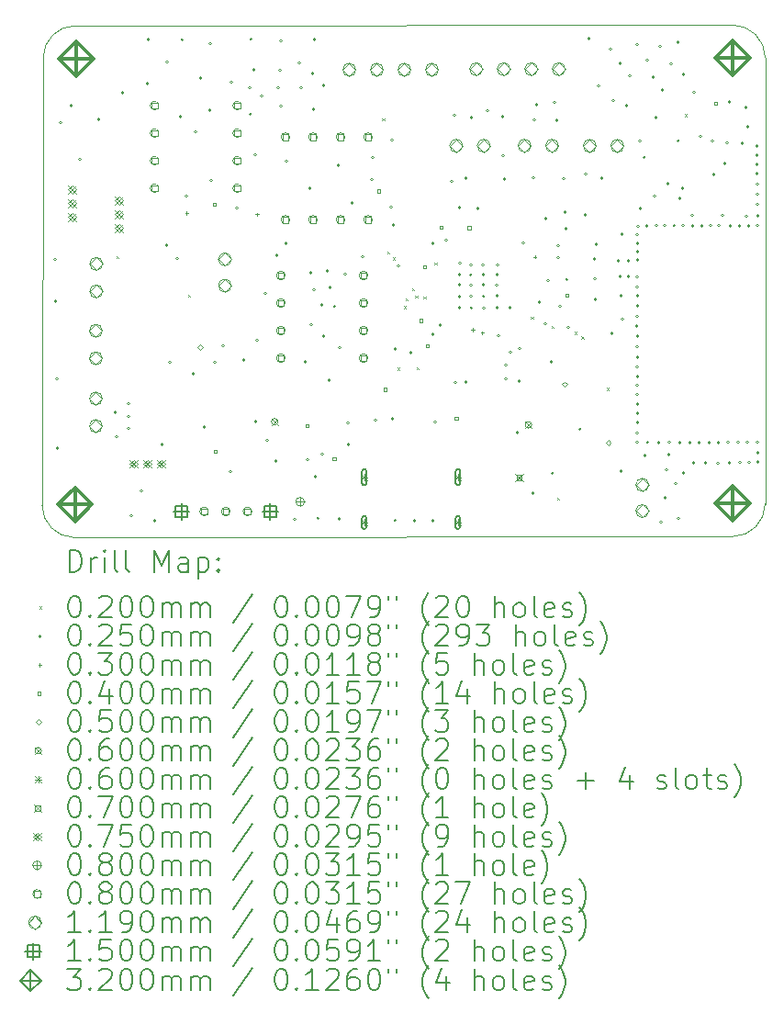
<source format=gbr>
%FSLAX45Y45*%
G04 Gerber Fmt 4.5, Leading zero omitted, Abs format (unit mm)*
G04 Created by KiCad (PCBNEW (6.0.0)) date 2023-04-24 11:59:40*
%MOMM*%
%LPD*%
G01*
G04 APERTURE LIST*
%TA.AperFunction,Profile*%
%ADD10C,0.100000*%
%TD*%
%ADD11C,0.200000*%
%ADD12C,0.020000*%
%ADD13C,0.025000*%
%ADD14C,0.030000*%
%ADD15C,0.040000*%
%ADD16C,0.050000*%
%ADD17C,0.060000*%
%ADD18C,0.070000*%
%ADD19C,0.075000*%
%ADD20C,0.080000*%
%ADD21C,0.119000*%
%ADD22C,0.150000*%
%ADD23C,0.320000*%
G04 APERTURE END LIST*
D10*
X6680000Y-11905750D02*
X6690000Y-7785750D01*
X13049868Y-12195868D02*
G75*
G03*
X13349868Y-11895868I0J300000D01*
G01*
X13049868Y-12195868D02*
X6980000Y-12205750D01*
X6990000Y-7485750D02*
G75*
G03*
X6690000Y-7785750I0J-300000D01*
G01*
X13349868Y-11895868D02*
X13350000Y-7781000D01*
X6680000Y-11905750D02*
G75*
G03*
X6980000Y-12205750I300000J0D01*
G01*
X13350000Y-7781000D02*
G75*
G03*
X13050000Y-7481000I-300000J0D01*
G01*
X13050000Y-7481000D02*
X6990000Y-7485750D01*
D11*
D12*
X7364000Y-9608000D02*
X7384000Y-9628000D01*
X7384000Y-9608000D02*
X7364000Y-9628000D01*
X8027000Y-9967000D02*
X8047000Y-9987000D01*
X8047000Y-9967000D02*
X8027000Y-9987000D01*
X9819000Y-8341000D02*
X9839000Y-8361000D01*
X9839000Y-8341000D02*
X9819000Y-8361000D01*
X9863483Y-9569233D02*
X9883483Y-9589233D01*
X9883483Y-9569233D02*
X9863483Y-9589233D01*
X9916767Y-9624183D02*
X9936767Y-9644183D01*
X9936767Y-9624183D02*
X9916767Y-9644183D01*
X9955000Y-10640750D02*
X9975000Y-10660750D01*
X9975000Y-10640750D02*
X9955000Y-10660750D01*
X10015000Y-10070750D02*
X10035000Y-10090750D01*
X10035000Y-10070750D02*
X10015000Y-10090750D01*
X10035000Y-10000750D02*
X10055000Y-10020750D01*
X10055000Y-10000750D02*
X10035000Y-10020750D01*
X10095000Y-9906000D02*
X10115000Y-9926000D01*
X10115000Y-9906000D02*
X10095000Y-9926000D01*
X10123000Y-9977000D02*
X10143000Y-9997000D01*
X10143000Y-9977000D02*
X10123000Y-9997000D01*
X10135000Y-10635750D02*
X10155000Y-10655750D01*
X10155000Y-10635750D02*
X10135000Y-10655750D01*
X10200000Y-9980750D02*
X10220000Y-10000750D01*
X10220000Y-9980750D02*
X10200000Y-10000750D01*
X10299645Y-9668349D02*
X10319645Y-9688349D01*
X10319645Y-9668349D02*
X10299645Y-9688349D01*
X11190000Y-10167029D02*
X11210000Y-10187029D01*
X11210000Y-10167029D02*
X11190000Y-10187029D01*
X11378672Y-10254096D02*
X11398672Y-10274096D01*
X11398672Y-10254096D02*
X11378672Y-10274096D01*
X11432000Y-11836000D02*
X11452000Y-11856000D01*
X11452000Y-11836000D02*
X11432000Y-11856000D01*
X11589000Y-10308000D02*
X11609000Y-10328000D01*
X11609000Y-10308000D02*
X11589000Y-10328000D01*
X11656000Y-10352000D02*
X11676000Y-10372000D01*
X11676000Y-10352000D02*
X11656000Y-10372000D01*
X11888000Y-10825500D02*
X11908000Y-10845500D01*
X11908000Y-10825500D02*
X11888000Y-10845500D01*
X12605000Y-8303000D02*
X12625000Y-8323000D01*
X12625000Y-8303000D02*
X12605000Y-8323000D01*
D13*
X6814500Y-9643000D02*
G75*
G03*
X6814500Y-9643000I-12500J0D01*
G01*
X6820500Y-10027000D02*
G75*
G03*
X6820500Y-10027000I-12500J0D01*
G01*
X6829500Y-10739000D02*
G75*
G03*
X6829500Y-10739000I-12500J0D01*
G01*
X6836500Y-11383000D02*
G75*
G03*
X6836500Y-11383000I-12500J0D01*
G01*
X6862500Y-8382000D02*
G75*
G03*
X6862500Y-8382000I-12500J0D01*
G01*
X6963500Y-8224000D02*
G75*
G03*
X6963500Y-8224000I-12500J0D01*
G01*
X7041500Y-8716000D02*
G75*
G03*
X7041500Y-8716000I-12500J0D01*
G01*
X7217500Y-8351000D02*
G75*
G03*
X7217500Y-8351000I-12500J0D01*
G01*
X7369500Y-11053000D02*
G75*
G03*
X7369500Y-11053000I-12500J0D01*
G01*
X7379500Y-11275000D02*
G75*
G03*
X7379500Y-11275000I-12500J0D01*
G01*
X7435500Y-8102000D02*
G75*
G03*
X7435500Y-8102000I-12500J0D01*
G01*
X7489500Y-10968000D02*
G75*
G03*
X7489500Y-10968000I-12500J0D01*
G01*
X7489500Y-11087000D02*
G75*
G03*
X7489500Y-11087000I-12500J0D01*
G01*
X7489500Y-11201000D02*
G75*
G03*
X7489500Y-11201000I-12500J0D01*
G01*
X7517500Y-12004000D02*
G75*
G03*
X7517500Y-12004000I-12500J0D01*
G01*
X7607500Y-11776000D02*
G75*
G03*
X7607500Y-11776000I-12500J0D01*
G01*
X7664500Y-8017000D02*
G75*
G03*
X7664500Y-8017000I-12500J0D01*
G01*
X7671500Y-7614000D02*
G75*
G03*
X7671500Y-7614000I-12500J0D01*
G01*
X7728500Y-12051000D02*
G75*
G03*
X7728500Y-12051000I-12500J0D01*
G01*
X7797500Y-11348000D02*
G75*
G03*
X7797500Y-11348000I-12500J0D01*
G01*
X7840500Y-9511000D02*
G75*
G03*
X7840500Y-9511000I-12500J0D01*
G01*
X7842500Y-7821000D02*
G75*
G03*
X7842500Y-7821000I-12500J0D01*
G01*
X7872500Y-10587500D02*
G75*
G03*
X7872500Y-10587500I-12500J0D01*
G01*
X7939500Y-9632000D02*
G75*
G03*
X7939500Y-9632000I-12500J0D01*
G01*
X7967500Y-8327000D02*
G75*
G03*
X7967500Y-8327000I-12500J0D01*
G01*
X7985500Y-7618000D02*
G75*
G03*
X7985500Y-7618000I-12500J0D01*
G01*
X8026500Y-9057000D02*
G75*
G03*
X8026500Y-9057000I-12500J0D01*
G01*
X8087500Y-10695750D02*
G75*
G03*
X8087500Y-10695750I-12500J0D01*
G01*
X8106500Y-8464000D02*
G75*
G03*
X8106500Y-8464000I-12500J0D01*
G01*
X8154500Y-7972000D02*
G75*
G03*
X8154500Y-7972000I-12500J0D01*
G01*
X8190500Y-11188000D02*
G75*
G03*
X8190500Y-11188000I-12500J0D01*
G01*
X8237500Y-8265000D02*
G75*
G03*
X8237500Y-8265000I-12500J0D01*
G01*
X8243500Y-7652000D02*
G75*
G03*
X8243500Y-7652000I-12500J0D01*
G01*
X8251500Y-8914000D02*
G75*
G03*
X8251500Y-8914000I-12500J0D01*
G01*
X8286500Y-10586000D02*
G75*
G03*
X8286500Y-10586000I-12500J0D01*
G01*
X8363500Y-10439000D02*
G75*
G03*
X8363500Y-10439000I-12500J0D01*
G01*
X8429500Y-11597000D02*
G75*
G03*
X8429500Y-11597000I-12500J0D01*
G01*
X8437500Y-8010000D02*
G75*
G03*
X8437500Y-8010000I-12500J0D01*
G01*
X8491500Y-9166000D02*
G75*
G03*
X8491500Y-9166000I-12500J0D01*
G01*
X8553500Y-10570000D02*
G75*
G03*
X8553500Y-10570000I-12500J0D01*
G01*
X8607500Y-8060000D02*
G75*
G03*
X8607500Y-8060000I-12500J0D01*
G01*
X8613500Y-8303000D02*
G75*
G03*
X8613500Y-8303000I-12500J0D01*
G01*
X8620500Y-7610000D02*
G75*
G03*
X8620500Y-7610000I-12500J0D01*
G01*
X8645000Y-7895000D02*
G75*
G03*
X8645000Y-7895000I-12500J0D01*
G01*
X8657500Y-8677500D02*
G75*
G03*
X8657500Y-8677500I-12500J0D01*
G01*
X8665500Y-11136000D02*
G75*
G03*
X8665500Y-11136000I-12500J0D01*
G01*
X8677500Y-10388000D02*
G75*
G03*
X8677500Y-10388000I-12500J0D01*
G01*
X8715000Y-8135000D02*
G75*
G03*
X8715000Y-8135000I-12500J0D01*
G01*
X8751500Y-9958000D02*
G75*
G03*
X8751500Y-9958000I-12500J0D01*
G01*
X8772500Y-11310000D02*
G75*
G03*
X8772500Y-11310000I-12500J0D01*
G01*
X8848500Y-11498000D02*
G75*
G03*
X8848500Y-11498000I-12500J0D01*
G01*
X8854500Y-9604000D02*
G75*
G03*
X8854500Y-9604000I-12500J0D01*
G01*
X8872508Y-8058406D02*
G75*
G03*
X8872508Y-8058406I-12500J0D01*
G01*
X8887500Y-7895000D02*
G75*
G03*
X8887500Y-7895000I-12500J0D01*
G01*
X8892500Y-7627000D02*
G75*
G03*
X8892500Y-7627000I-12500J0D01*
G01*
X8893914Y-8227870D02*
G75*
G03*
X8893914Y-8227870I-12500J0D01*
G01*
X8943500Y-9496000D02*
G75*
G03*
X8943500Y-9496000I-12500J0D01*
G01*
X8945000Y-8737500D02*
G75*
G03*
X8945000Y-8737500I-12500J0D01*
G01*
X9023500Y-12036000D02*
G75*
G03*
X9023500Y-12036000I-12500J0D01*
G01*
X9063379Y-7830075D02*
G75*
G03*
X9063379Y-7830075I-12500J0D01*
G01*
X9083500Y-8056000D02*
G75*
G03*
X9083500Y-8056000I-12500J0D01*
G01*
X9123500Y-10586000D02*
G75*
G03*
X9123500Y-10586000I-12500J0D01*
G01*
X9139500Y-11486000D02*
G75*
G03*
X9139500Y-11486000I-12500J0D01*
G01*
X9162500Y-8983000D02*
G75*
G03*
X9162500Y-8983000I-12500J0D01*
G01*
X9171500Y-9763000D02*
G75*
G03*
X9171500Y-9763000I-12500J0D01*
G01*
X9178500Y-10242000D02*
G75*
G03*
X9178500Y-10242000I-12500J0D01*
G01*
X9186500Y-7928000D02*
G75*
G03*
X9186500Y-7928000I-12500J0D01*
G01*
X9198500Y-8256000D02*
G75*
G03*
X9198500Y-8256000I-12500J0D01*
G01*
X9202500Y-9920000D02*
G75*
G03*
X9202500Y-9920000I-12500J0D01*
G01*
X9207500Y-7615000D02*
G75*
G03*
X9207500Y-7615000I-12500J0D01*
G01*
X9213500Y-11641000D02*
G75*
G03*
X9213500Y-11641000I-12500J0D01*
G01*
X9238500Y-12029000D02*
G75*
G03*
X9238500Y-12029000I-12500J0D01*
G01*
X9272500Y-10058000D02*
G75*
G03*
X9272500Y-10058000I-12500J0D01*
G01*
X9277500Y-11435000D02*
G75*
G03*
X9277500Y-11435000I-12500J0D01*
G01*
X9289500Y-8037000D02*
G75*
G03*
X9289500Y-8037000I-12500J0D01*
G01*
X9291500Y-10348000D02*
G75*
G03*
X9291500Y-10348000I-12500J0D01*
G01*
X9325000Y-9750000D02*
G75*
G03*
X9325000Y-9750000I-12500J0D01*
G01*
X9337500Y-10755750D02*
G75*
G03*
X9337500Y-10755750I-12500J0D01*
G01*
X9350500Y-9900000D02*
G75*
G03*
X9350500Y-9900000I-12500J0D01*
G01*
X9387500Y-10077500D02*
G75*
G03*
X9387500Y-10077500I-12500J0D01*
G01*
X9422500Y-8772500D02*
G75*
G03*
X9422500Y-8772500I-12500J0D01*
G01*
X9435500Y-12032000D02*
G75*
G03*
X9435500Y-12032000I-12500J0D01*
G01*
X9439500Y-10453000D02*
G75*
G03*
X9439500Y-10453000I-12500J0D01*
G01*
X9487500Y-9780000D02*
G75*
G03*
X9487500Y-9780000I-12500J0D01*
G01*
X9516500Y-11150000D02*
G75*
G03*
X9516500Y-11150000I-12500J0D01*
G01*
X9516500Y-11349000D02*
G75*
G03*
X9516500Y-11349000I-12500J0D01*
G01*
X9553500Y-9121000D02*
G75*
G03*
X9553500Y-9121000I-12500J0D01*
G01*
X9650000Y-9615000D02*
G75*
G03*
X9650000Y-9615000I-12500J0D01*
G01*
X9733500Y-8902000D02*
G75*
G03*
X9733500Y-8902000I-12500J0D01*
G01*
X9743500Y-8704000D02*
G75*
G03*
X9743500Y-8704000I-12500J0D01*
G01*
X9768500Y-11125000D02*
G75*
G03*
X9768500Y-11125000I-12500J0D01*
G01*
X9912500Y-9161000D02*
G75*
G03*
X9912500Y-9161000I-12500J0D01*
G01*
X9917500Y-8540000D02*
G75*
G03*
X9917500Y-8540000I-12500J0D01*
G01*
X9925000Y-11107500D02*
G75*
G03*
X9925000Y-11107500I-12500J0D01*
G01*
X9930000Y-9325000D02*
G75*
G03*
X9930000Y-9325000I-12500J0D01*
G01*
X9947500Y-10467500D02*
G75*
G03*
X9947500Y-10467500I-12500J0D01*
G01*
X9947500Y-12049000D02*
G75*
G03*
X9947500Y-12049000I-12500J0D01*
G01*
X9982500Y-9702000D02*
G75*
G03*
X9982500Y-9702000I-12500J0D01*
G01*
X10092500Y-10500000D02*
G75*
G03*
X10092500Y-10500000I-12500J0D01*
G01*
X10127500Y-12048000D02*
G75*
G03*
X10127500Y-12048000I-12500J0D01*
G01*
X10295500Y-10330000D02*
G75*
G03*
X10295500Y-10330000I-12500J0D01*
G01*
X10296500Y-12048000D02*
G75*
G03*
X10296500Y-12048000I-12500J0D01*
G01*
X10297500Y-9490750D02*
G75*
G03*
X10297500Y-9490750I-12500J0D01*
G01*
X10319500Y-11142000D02*
G75*
G03*
X10319500Y-11142000I-12500J0D01*
G01*
X10364500Y-10246000D02*
G75*
G03*
X10364500Y-10246000I-12500J0D01*
G01*
X10420000Y-9465000D02*
G75*
G03*
X10420000Y-9465000I-12500J0D01*
G01*
X10471500Y-8920000D02*
G75*
G03*
X10471500Y-8920000I-12500J0D01*
G01*
X10498500Y-8312000D02*
G75*
G03*
X10498500Y-8312000I-12500J0D01*
G01*
X10505000Y-10772500D02*
G75*
G03*
X10505000Y-10772500I-12500J0D01*
G01*
X10542500Y-9782500D02*
G75*
G03*
X10542500Y-9782500I-12500J0D01*
G01*
X10542500Y-9877500D02*
G75*
G03*
X10542500Y-9877500I-12500J0D01*
G01*
X10542500Y-9985000D02*
G75*
G03*
X10542500Y-9985000I-12500J0D01*
G01*
X10542500Y-10087500D02*
G75*
G03*
X10542500Y-10087500I-12500J0D01*
G01*
X10543859Y-9163859D02*
G75*
G03*
X10543859Y-9163859I-12500J0D01*
G01*
X10545000Y-9675000D02*
G75*
G03*
X10545000Y-9675000I-12500J0D01*
G01*
X10602500Y-8895000D02*
G75*
G03*
X10602500Y-8895000I-12500J0D01*
G01*
X10605000Y-10772500D02*
G75*
G03*
X10605000Y-10772500I-12500J0D01*
G01*
X10645000Y-9692500D02*
G75*
G03*
X10645000Y-9692500I-12500J0D01*
G01*
X10647500Y-9782500D02*
G75*
G03*
X10647500Y-9782500I-12500J0D01*
G01*
X10647500Y-9877500D02*
G75*
G03*
X10647500Y-9877500I-12500J0D01*
G01*
X10647500Y-9982500D02*
G75*
G03*
X10647500Y-9982500I-12500J0D01*
G01*
X10650000Y-10087500D02*
G75*
G03*
X10650000Y-10087500I-12500J0D01*
G01*
X10653500Y-8336000D02*
G75*
G03*
X10653500Y-8336000I-12500J0D01*
G01*
X10712500Y-9172500D02*
G75*
G03*
X10712500Y-9172500I-12500J0D01*
G01*
X10757500Y-9692500D02*
G75*
G03*
X10757500Y-9692500I-12500J0D01*
G01*
X10762500Y-9782500D02*
G75*
G03*
X10762500Y-9782500I-12500J0D01*
G01*
X10762500Y-9877500D02*
G75*
G03*
X10762500Y-9877500I-12500J0D01*
G01*
X10765000Y-9982500D02*
G75*
G03*
X10765000Y-9982500I-12500J0D01*
G01*
X10767500Y-10087500D02*
G75*
G03*
X10767500Y-10087500I-12500J0D01*
G01*
X10801088Y-8270223D02*
G75*
G03*
X10801088Y-8270223I-12500J0D01*
G01*
X10887500Y-9782500D02*
G75*
G03*
X10887500Y-9782500I-12500J0D01*
G01*
X10887500Y-9880000D02*
G75*
G03*
X10887500Y-9880000I-12500J0D01*
G01*
X10887500Y-10087500D02*
G75*
G03*
X10887500Y-10087500I-12500J0D01*
G01*
X10890000Y-9980000D02*
G75*
G03*
X10890000Y-9980000I-12500J0D01*
G01*
X10892500Y-9692500D02*
G75*
G03*
X10892500Y-9692500I-12500J0D01*
G01*
X10902500Y-10341000D02*
G75*
G03*
X10902500Y-10341000I-12500J0D01*
G01*
X10942500Y-8325000D02*
G75*
G03*
X10942500Y-8325000I-12500J0D01*
G01*
X10945500Y-8683000D02*
G75*
G03*
X10945500Y-8683000I-12500J0D01*
G01*
X10955500Y-8902000D02*
G75*
G03*
X10955500Y-8902000I-12500J0D01*
G01*
X10970000Y-10745000D02*
G75*
G03*
X10970000Y-10745000I-12500J0D01*
G01*
X10970500Y-10613000D02*
G75*
G03*
X10970500Y-10613000I-12500J0D01*
G01*
X11010000Y-10087500D02*
G75*
G03*
X11010000Y-10087500I-12500J0D01*
G01*
X11011500Y-10495000D02*
G75*
G03*
X11011500Y-10495000I-12500J0D01*
G01*
X11077500Y-11237500D02*
G75*
G03*
X11077500Y-11237500I-12500J0D01*
G01*
X11096500Y-10763000D02*
G75*
G03*
X11096500Y-10763000I-12500J0D01*
G01*
X11097500Y-10465750D02*
G75*
G03*
X11097500Y-10465750I-12500J0D01*
G01*
X11132500Y-9492000D02*
G75*
G03*
X11132500Y-9492000I-12500J0D01*
G01*
X11217500Y-11796000D02*
G75*
G03*
X11217500Y-11796000I-12500J0D01*
G01*
X11225000Y-8890000D02*
G75*
G03*
X11225000Y-8890000I-12500J0D01*
G01*
X11234500Y-8355000D02*
G75*
G03*
X11234500Y-8355000I-12500J0D01*
G01*
X11253500Y-8215000D02*
G75*
G03*
X11253500Y-8215000I-12500J0D01*
G01*
X11277609Y-10037291D02*
G75*
G03*
X11277609Y-10037291I-12500J0D01*
G01*
X11333905Y-10237187D02*
G75*
G03*
X11333905Y-10237187I-12500J0D01*
G01*
X11339500Y-9263000D02*
G75*
G03*
X11339500Y-9263000I-12500J0D01*
G01*
X11357500Y-9835000D02*
G75*
G03*
X11357500Y-9835000I-12500J0D01*
G01*
X11390500Y-10586000D02*
G75*
G03*
X11390500Y-10586000I-12500J0D01*
G01*
X11400000Y-11612500D02*
G75*
G03*
X11400000Y-11612500I-12500J0D01*
G01*
X11420500Y-8192000D02*
G75*
G03*
X11420500Y-8192000I-12500J0D01*
G01*
X11439500Y-8360000D02*
G75*
G03*
X11439500Y-8360000I-12500J0D01*
G01*
X11452500Y-9512000D02*
G75*
G03*
X11452500Y-9512000I-12500J0D01*
G01*
X11452500Y-9622000D02*
G75*
G03*
X11452500Y-9622000I-12500J0D01*
G01*
X11467500Y-10072500D02*
G75*
G03*
X11467500Y-10072500I-12500J0D01*
G01*
X11502500Y-8898000D02*
G75*
G03*
X11502500Y-8898000I-12500J0D01*
G01*
X11517500Y-9206000D02*
G75*
G03*
X11517500Y-9206000I-12500J0D01*
G01*
X11527500Y-9359000D02*
G75*
G03*
X11527500Y-9359000I-12500J0D01*
G01*
X11531500Y-9826000D02*
G75*
G03*
X11531500Y-9826000I-12500J0D01*
G01*
X11547500Y-10267000D02*
G75*
G03*
X11547500Y-10267000I-12500J0D01*
G01*
X11652500Y-11207500D02*
G75*
G03*
X11652500Y-11207500I-12500J0D01*
G01*
X11700500Y-9231000D02*
G75*
G03*
X11700500Y-9231000I-12500J0D01*
G01*
X11706500Y-8854000D02*
G75*
G03*
X11706500Y-8854000I-12500J0D01*
G01*
X11738642Y-7607398D02*
G75*
G03*
X11738642Y-7607398I-12500J0D01*
G01*
X11788500Y-9635000D02*
G75*
G03*
X11788500Y-9635000I-12500J0D01*
G01*
X11790000Y-9817500D02*
G75*
G03*
X11790000Y-9817500I-12500J0D01*
G01*
X11798500Y-10009000D02*
G75*
G03*
X11798500Y-10009000I-12500J0D01*
G01*
X11805500Y-9501000D02*
G75*
G03*
X11805500Y-9501000I-12500J0D01*
G01*
X11826500Y-8042000D02*
G75*
G03*
X11826500Y-8042000I-12500J0D01*
G01*
X11855000Y-8890000D02*
G75*
G03*
X11855000Y-8890000I-12500J0D01*
G01*
X11935000Y-7702500D02*
G75*
G03*
X11935000Y-7702500I-12500J0D01*
G01*
X11946500Y-10324000D02*
G75*
G03*
X11946500Y-10324000I-12500J0D01*
G01*
X11961500Y-8180000D02*
G75*
G03*
X11961500Y-8180000I-12500J0D01*
G01*
X12004500Y-9654000D02*
G75*
G03*
X12004500Y-9654000I-12500J0D01*
G01*
X12025000Y-9797500D02*
G75*
G03*
X12025000Y-9797500I-12500J0D01*
G01*
X12027500Y-7834000D02*
G75*
G03*
X12027500Y-7834000I-12500J0D01*
G01*
X12032500Y-9977000D02*
G75*
G03*
X12032500Y-9977000I-12500J0D01*
G01*
X12033500Y-11593000D02*
G75*
G03*
X12033500Y-11593000I-12500J0D01*
G01*
X12043500Y-9408000D02*
G75*
G03*
X12043500Y-9408000I-12500J0D01*
G01*
X12048500Y-10191000D02*
G75*
G03*
X12048500Y-10191000I-12500J0D01*
G01*
X12086693Y-8222937D02*
G75*
G03*
X12086693Y-8222937I-12500J0D01*
G01*
X12097500Y-9654000D02*
G75*
G03*
X12097500Y-9654000I-12500J0D01*
G01*
X12102500Y-9797500D02*
G75*
G03*
X12102500Y-9797500I-12500J0D01*
G01*
X12112500Y-7951000D02*
G75*
G03*
X12112500Y-7951000I-12500J0D01*
G01*
X12180000Y-10165000D02*
G75*
G03*
X12180000Y-10165000I-12500J0D01*
G01*
X12180000Y-10255000D02*
G75*
G03*
X12180000Y-10255000I-12500J0D01*
G01*
X12180500Y-7660000D02*
G75*
G03*
X12180500Y-7660000I-12500J0D01*
G01*
X12182500Y-9412500D02*
G75*
G03*
X12182500Y-9412500I-12500J0D01*
G01*
X12182500Y-9805000D02*
G75*
G03*
X12182500Y-9805000I-12500J0D01*
G01*
X12182500Y-9895000D02*
G75*
G03*
X12182500Y-9895000I-12500J0D01*
G01*
X12182500Y-9975000D02*
G75*
G03*
X12182500Y-9975000I-12500J0D01*
G01*
X12182500Y-10070000D02*
G75*
G03*
X12182500Y-10070000I-12500J0D01*
G01*
X12182500Y-10347500D02*
G75*
G03*
X12182500Y-10347500I-12500J0D01*
G01*
X12182500Y-10447500D02*
G75*
G03*
X12182500Y-10447500I-12500J0D01*
G01*
X12182500Y-10632500D02*
G75*
G03*
X12182500Y-10632500I-12500J0D01*
G01*
X12182500Y-10720000D02*
G75*
G03*
X12182500Y-10720000I-12500J0D01*
G01*
X12182500Y-10802500D02*
G75*
G03*
X12182500Y-10802500I-12500J0D01*
G01*
X12182500Y-10887500D02*
G75*
G03*
X12182500Y-10887500I-12500J0D01*
G01*
X12182500Y-10975000D02*
G75*
G03*
X12182500Y-10975000I-12500J0D01*
G01*
X12182500Y-11060000D02*
G75*
G03*
X12182500Y-11060000I-12500J0D01*
G01*
X12182500Y-11145000D02*
G75*
G03*
X12182500Y-11145000I-12500J0D01*
G01*
X12182500Y-11240000D02*
G75*
G03*
X12182500Y-11240000I-12500J0D01*
G01*
X12182500Y-11325000D02*
G75*
G03*
X12182500Y-11325000I-12500J0D01*
G01*
X12185000Y-9495000D02*
G75*
G03*
X12185000Y-9495000I-12500J0D01*
G01*
X12185000Y-9570000D02*
G75*
G03*
X12185000Y-9570000I-12500J0D01*
G01*
X12185000Y-9647500D02*
G75*
G03*
X12185000Y-9647500I-12500J0D01*
G01*
X12185000Y-10542500D02*
G75*
G03*
X12185000Y-10542500I-12500J0D01*
G01*
X12187500Y-9335000D02*
G75*
G03*
X12187500Y-9335000I-12500J0D01*
G01*
X12208500Y-8548000D02*
G75*
G03*
X12208500Y-8548000I-12500J0D01*
G01*
X12210500Y-9171000D02*
G75*
G03*
X12210500Y-9171000I-12500J0D01*
G01*
X12248500Y-8698000D02*
G75*
G03*
X12248500Y-8698000I-12500J0D01*
G01*
X12254500Y-11450000D02*
G75*
G03*
X12254500Y-11450000I-12500J0D01*
G01*
X12270000Y-9330000D02*
G75*
G03*
X12270000Y-9330000I-12500J0D01*
G01*
X12272500Y-7805000D02*
G75*
G03*
X12272500Y-7805000I-12500J0D01*
G01*
X12275000Y-11330000D02*
G75*
G03*
X12275000Y-11330000I-12500J0D01*
G01*
X12327292Y-7961382D02*
G75*
G03*
X12327292Y-7961382I-12500J0D01*
G01*
X12342500Y-9056000D02*
G75*
G03*
X12342500Y-9056000I-12500J0D01*
G01*
X12353500Y-8331000D02*
G75*
G03*
X12353500Y-8331000I-12500J0D01*
G01*
X12357500Y-9330000D02*
G75*
G03*
X12357500Y-9330000I-12500J0D01*
G01*
X12382500Y-11330000D02*
G75*
G03*
X12382500Y-11330000I-12500J0D01*
G01*
X12390500Y-7679000D02*
G75*
G03*
X12390500Y-7679000I-12500J0D01*
G01*
X12401500Y-12065000D02*
G75*
G03*
X12401500Y-12065000I-12500J0D01*
G01*
X12415500Y-8080000D02*
G75*
G03*
X12415500Y-8080000I-12500J0D01*
G01*
X12437500Y-9330000D02*
G75*
G03*
X12437500Y-9330000I-12500J0D01*
G01*
X12440500Y-11838000D02*
G75*
G03*
X12440500Y-11838000I-12500J0D01*
G01*
X12451500Y-11582000D02*
G75*
G03*
X12451500Y-11582000I-12500J0D01*
G01*
X12464500Y-8944000D02*
G75*
G03*
X12464500Y-8944000I-12500J0D01*
G01*
X12472500Y-11444000D02*
G75*
G03*
X12472500Y-11444000I-12500J0D01*
G01*
X12477500Y-11330000D02*
G75*
G03*
X12477500Y-11330000I-12500J0D01*
G01*
X12495500Y-7837000D02*
G75*
G03*
X12495500Y-7837000I-12500J0D01*
G01*
X12522500Y-9330000D02*
G75*
G03*
X12522500Y-9330000I-12500J0D01*
G01*
X12536500Y-11708000D02*
G75*
G03*
X12536500Y-11708000I-12500J0D01*
G01*
X12556500Y-7639000D02*
G75*
G03*
X12556500Y-7639000I-12500J0D01*
G01*
X12559500Y-8548000D02*
G75*
G03*
X12559500Y-8548000I-12500J0D01*
G01*
X12561500Y-12027000D02*
G75*
G03*
X12561500Y-12027000I-12500J0D01*
G01*
X12574500Y-9081000D02*
G75*
G03*
X12574500Y-9081000I-12500J0D01*
G01*
X12577500Y-11330000D02*
G75*
G03*
X12577500Y-11330000I-12500J0D01*
G01*
X12601500Y-8986000D02*
G75*
G03*
X12601500Y-8986000I-12500J0D01*
G01*
X12605000Y-9330000D02*
G75*
G03*
X12605000Y-9330000I-12500J0D01*
G01*
X12608500Y-11610000D02*
G75*
G03*
X12608500Y-11610000I-12500J0D01*
G01*
X12610500Y-7936000D02*
G75*
G03*
X12610500Y-7936000I-12500J0D01*
G01*
X12665000Y-11330000D02*
G75*
G03*
X12665000Y-11330000I-12500J0D01*
G01*
X12686500Y-9235000D02*
G75*
G03*
X12686500Y-9235000I-12500J0D01*
G01*
X12690000Y-9332500D02*
G75*
G03*
X12690000Y-9332500I-12500J0D01*
G01*
X12700000Y-11515000D02*
G75*
G03*
X12700000Y-11515000I-12500J0D01*
G01*
X12706500Y-8100000D02*
G75*
G03*
X12706500Y-8100000I-12500J0D01*
G01*
X12752500Y-11327500D02*
G75*
G03*
X12752500Y-11327500I-12500J0D01*
G01*
X12763000Y-8506500D02*
G75*
G03*
X12763000Y-8506500I-12500J0D01*
G01*
X12777500Y-9330000D02*
G75*
G03*
X12777500Y-9330000I-12500J0D01*
G01*
X12812500Y-11517500D02*
G75*
G03*
X12812500Y-11517500I-12500J0D01*
G01*
X12847500Y-11330000D02*
G75*
G03*
X12847500Y-11330000I-12500J0D01*
G01*
X12857500Y-9330000D02*
G75*
G03*
X12857500Y-9330000I-12500J0D01*
G01*
X12874500Y-8549000D02*
G75*
G03*
X12874500Y-8549000I-12500J0D01*
G01*
X12890500Y-8859000D02*
G75*
G03*
X12890500Y-8859000I-12500J0D01*
G01*
X12927500Y-11520000D02*
G75*
G03*
X12927500Y-11520000I-12500J0D01*
G01*
X12930000Y-11330000D02*
G75*
G03*
X12930000Y-11330000I-12500J0D01*
G01*
X12935000Y-9330000D02*
G75*
G03*
X12935000Y-9330000I-12500J0D01*
G01*
X12969500Y-9236000D02*
G75*
G03*
X12969500Y-9236000I-12500J0D01*
G01*
X12990500Y-8757000D02*
G75*
G03*
X12990500Y-8757000I-12500J0D01*
G01*
X13010500Y-8570000D02*
G75*
G03*
X13010500Y-8570000I-12500J0D01*
G01*
X13020000Y-11327500D02*
G75*
G03*
X13020000Y-11327500I-12500J0D01*
G01*
X13030999Y-8187550D02*
G75*
G03*
X13030999Y-8187550I-12500J0D01*
G01*
X13035000Y-11517500D02*
G75*
G03*
X13035000Y-11517500I-12500J0D01*
G01*
X13040000Y-9330000D02*
G75*
G03*
X13040000Y-9330000I-12500J0D01*
G01*
X13112500Y-11330000D02*
G75*
G03*
X13112500Y-11330000I-12500J0D01*
G01*
X13125000Y-9330000D02*
G75*
G03*
X13125000Y-9330000I-12500J0D01*
G01*
X13130000Y-11515000D02*
G75*
G03*
X13130000Y-11515000I-12500J0D01*
G01*
X13151500Y-8569000D02*
G75*
G03*
X13151500Y-8569000I-12500J0D01*
G01*
X13182855Y-8241611D02*
G75*
G03*
X13182855Y-8241611I-12500J0D01*
G01*
X13188500Y-9242000D02*
G75*
G03*
X13188500Y-9242000I-12500J0D01*
G01*
X13200000Y-11327500D02*
G75*
G03*
X13200000Y-11327500I-12500J0D01*
G01*
X13200500Y-8418000D02*
G75*
G03*
X13200500Y-8418000I-12500J0D01*
G01*
X13210000Y-9330000D02*
G75*
G03*
X13210000Y-9330000I-12500J0D01*
G01*
X13212500Y-11512500D02*
G75*
G03*
X13212500Y-11512500I-12500J0D01*
G01*
X13285000Y-8682500D02*
G75*
G03*
X13285000Y-8682500I-12500J0D01*
G01*
X13285000Y-8767500D02*
G75*
G03*
X13285000Y-8767500I-12500J0D01*
G01*
X13287500Y-8597500D02*
G75*
G03*
X13287500Y-8597500I-12500J0D01*
G01*
X13287500Y-8850000D02*
G75*
G03*
X13287500Y-8850000I-12500J0D01*
G01*
X13290000Y-8947500D02*
G75*
G03*
X13290000Y-8947500I-12500J0D01*
G01*
X13290000Y-9040000D02*
G75*
G03*
X13290000Y-9040000I-12500J0D01*
G01*
X13290000Y-11330000D02*
G75*
G03*
X13290000Y-11330000I-12500J0D01*
G01*
X13292500Y-9135000D02*
G75*
G03*
X13292500Y-9135000I-12500J0D01*
G01*
X13292500Y-9237500D02*
G75*
G03*
X13292500Y-9237500I-12500J0D01*
G01*
X13292500Y-9330000D02*
G75*
G03*
X13292500Y-9330000I-12500J0D01*
G01*
X13292500Y-11426000D02*
G75*
G03*
X13292500Y-11426000I-12500J0D01*
G01*
X13294500Y-11512000D02*
G75*
G03*
X13294500Y-11512000I-12500J0D01*
G01*
D14*
X8015000Y-9197500D02*
X8015000Y-9227500D01*
X8000000Y-9212500D02*
X8030000Y-9212500D01*
X8665000Y-9210000D02*
X8665000Y-9240000D01*
X8650000Y-9225000D02*
X8680000Y-9225000D01*
X10651334Y-10274581D02*
X10651334Y-10304581D01*
X10636334Y-10289581D02*
X10666334Y-10289581D01*
X10740000Y-10304000D02*
X10740000Y-10334000D01*
X10725000Y-10319000D02*
X10755000Y-10319000D01*
X11225000Y-9602000D02*
X11225000Y-9632000D01*
X11210000Y-9617000D02*
X11240000Y-9617000D01*
D15*
X8284142Y-9149892D02*
X8284142Y-9121608D01*
X8255858Y-9121608D01*
X8255858Y-9149892D01*
X8284142Y-9149892D01*
X8290142Y-11428142D02*
X8290142Y-11399858D01*
X8261858Y-11399858D01*
X8261858Y-11428142D01*
X8290142Y-11428142D01*
X9140142Y-11186142D02*
X9140142Y-11157858D01*
X9111858Y-11157858D01*
X9111858Y-11186142D01*
X9140142Y-11186142D01*
X9389142Y-11494892D02*
X9389142Y-11466608D01*
X9360858Y-11466608D01*
X9360858Y-11494892D01*
X9389142Y-11494892D01*
X9799142Y-9024892D02*
X9799142Y-8996608D01*
X9770858Y-8996608D01*
X9770858Y-9024892D01*
X9799142Y-9024892D01*
X9859142Y-10854892D02*
X9859142Y-10826608D01*
X9830858Y-10826608D01*
X9830858Y-10854892D01*
X9859142Y-10854892D01*
X10186142Y-10219142D02*
X10186142Y-10190858D01*
X10157858Y-10190858D01*
X10157858Y-10219142D01*
X10186142Y-10219142D01*
X10224142Y-9726142D02*
X10224142Y-9697858D01*
X10195858Y-9697858D01*
X10195858Y-9726142D01*
X10224142Y-9726142D01*
X10247142Y-10452142D02*
X10247142Y-10423858D01*
X10218858Y-10423858D01*
X10218858Y-10452142D01*
X10247142Y-10452142D01*
X10374142Y-9361142D02*
X10374142Y-9332858D01*
X10345858Y-9332858D01*
X10345858Y-9361142D01*
X10374142Y-9361142D01*
X10516142Y-11123142D02*
X10516142Y-11094858D01*
X10487858Y-11094858D01*
X10487858Y-11123142D01*
X10516142Y-11123142D01*
X10632747Y-9362998D02*
X10632747Y-9334713D01*
X10604462Y-9334713D01*
X10604462Y-9362998D01*
X10632747Y-9362998D01*
X11536142Y-9987142D02*
X11536142Y-9958858D01*
X11507858Y-9958858D01*
X11507858Y-9987142D01*
X11536142Y-9987142D01*
X12906142Y-8218142D02*
X12906142Y-8189858D01*
X12877858Y-8189858D01*
X12877858Y-8218142D01*
X12906142Y-8218142D01*
D16*
X8137500Y-10475000D02*
X8162500Y-10450000D01*
X8137500Y-10425000D01*
X8112500Y-10450000D01*
X8137500Y-10475000D01*
X11496000Y-10818000D02*
X11521000Y-10793000D01*
X11496000Y-10768000D01*
X11471000Y-10793000D01*
X11496000Y-10818000D01*
X11902000Y-11355000D02*
X11927000Y-11330000D01*
X11902000Y-11305000D01*
X11877000Y-11330000D01*
X11902000Y-11355000D01*
D17*
X8795000Y-11107000D02*
X8855000Y-11167000D01*
X8855000Y-11107000D02*
X8795000Y-11167000D01*
X8855000Y-11137000D02*
G75*
G03*
X8855000Y-11137000I-30000J0D01*
G01*
X11136000Y-11136000D02*
X11196000Y-11196000D01*
X11196000Y-11136000D02*
X11136000Y-11196000D01*
X11196000Y-11166000D02*
G75*
G03*
X11196000Y-11166000I-30000J0D01*
G01*
X9621927Y-11618750D02*
X9681927Y-11678750D01*
X9681927Y-11618750D02*
X9621927Y-11678750D01*
X9651927Y-11618750D02*
X9651927Y-11678750D01*
X9621927Y-11648750D02*
X9681927Y-11648750D01*
D11*
X9631927Y-11593750D02*
X9631927Y-11703750D01*
X9671927Y-11593750D02*
X9671927Y-11703750D01*
X9631927Y-11703750D02*
G75*
G03*
X9671927Y-11703750I20000J0D01*
G01*
X9671927Y-11593750D02*
G75*
G03*
X9631927Y-11593750I-20000J0D01*
G01*
D17*
X9621927Y-12036750D02*
X9681927Y-12096750D01*
X9681927Y-12036750D02*
X9621927Y-12096750D01*
X9651927Y-12036750D02*
X9651927Y-12096750D01*
X9621927Y-12066750D02*
X9681927Y-12066750D01*
D11*
X9631927Y-12026750D02*
X9631927Y-12106750D01*
X9671927Y-12026750D02*
X9671927Y-12106750D01*
X9631927Y-12106750D02*
G75*
G03*
X9671927Y-12106750I20000J0D01*
G01*
X9671927Y-12026750D02*
G75*
G03*
X9631927Y-12026750I-20000J0D01*
G01*
D17*
X10485927Y-11618750D02*
X10545927Y-11678750D01*
X10545927Y-11618750D02*
X10485927Y-11678750D01*
X10515927Y-11618750D02*
X10515927Y-11678750D01*
X10485927Y-11648750D02*
X10545927Y-11648750D01*
D11*
X10495927Y-11593750D02*
X10495927Y-11703750D01*
X10535927Y-11593750D02*
X10535927Y-11703750D01*
X10495927Y-11703750D02*
G75*
G03*
X10535927Y-11703750I20000J0D01*
G01*
X10535927Y-11593750D02*
G75*
G03*
X10495927Y-11593750I-20000J0D01*
G01*
D17*
X10485927Y-12036750D02*
X10545927Y-12096750D01*
X10545927Y-12036750D02*
X10485927Y-12096750D01*
X10515927Y-12036750D02*
X10515927Y-12096750D01*
X10485927Y-12066750D02*
X10545927Y-12066750D01*
D11*
X10495927Y-12026750D02*
X10495927Y-12106750D01*
X10535927Y-12026750D02*
X10535927Y-12106750D01*
X10495927Y-12106750D02*
G75*
G03*
X10535927Y-12106750I20000J0D01*
G01*
X10535927Y-12026750D02*
G75*
G03*
X10495927Y-12026750I-20000J0D01*
G01*
D18*
X11045000Y-11615000D02*
X11115000Y-11685000D01*
X11115000Y-11615000D02*
X11045000Y-11685000D01*
X11104749Y-11674749D02*
X11104749Y-11625251D01*
X11055251Y-11625251D01*
X11055251Y-11674749D01*
X11104749Y-11674749D01*
D19*
X6922500Y-8960500D02*
X6997500Y-9035500D01*
X6997500Y-8960500D02*
X6922500Y-9035500D01*
X6960000Y-9035500D02*
X6997500Y-8998000D01*
X6960000Y-8960500D01*
X6922500Y-8998000D01*
X6960000Y-9035500D01*
X6922500Y-9087500D02*
X6997500Y-9162500D01*
X6997500Y-9087500D02*
X6922500Y-9162500D01*
X6960000Y-9162500D02*
X6997500Y-9125000D01*
X6960000Y-9087500D01*
X6922500Y-9125000D01*
X6960000Y-9162500D01*
X6922500Y-9214500D02*
X6997500Y-9289500D01*
X6997500Y-9214500D02*
X6922500Y-9289500D01*
X6960000Y-9289500D02*
X6997500Y-9252000D01*
X6960000Y-9214500D01*
X6922500Y-9252000D01*
X6960000Y-9289500D01*
X7354500Y-9060500D02*
X7429500Y-9135500D01*
X7429500Y-9060500D02*
X7354500Y-9135500D01*
X7392000Y-9135500D02*
X7429500Y-9098000D01*
X7392000Y-9060500D01*
X7354500Y-9098000D01*
X7392000Y-9135500D01*
X7354500Y-9187500D02*
X7429500Y-9262500D01*
X7429500Y-9187500D02*
X7354500Y-9262500D01*
X7392000Y-9262500D02*
X7429500Y-9225000D01*
X7392000Y-9187500D01*
X7354500Y-9225000D01*
X7392000Y-9262500D01*
X7354500Y-9314500D02*
X7429500Y-9389500D01*
X7429500Y-9314500D02*
X7354500Y-9389500D01*
X7392000Y-9389500D02*
X7429500Y-9352000D01*
X7392000Y-9314500D01*
X7354500Y-9352000D01*
X7392000Y-9389500D01*
X7488500Y-11488250D02*
X7563500Y-11563250D01*
X7563500Y-11488250D02*
X7488500Y-11563250D01*
X7526000Y-11563250D02*
X7563500Y-11525750D01*
X7526000Y-11488250D01*
X7488500Y-11525750D01*
X7526000Y-11563250D01*
X7615500Y-11488250D02*
X7690500Y-11563250D01*
X7690500Y-11488250D02*
X7615500Y-11563250D01*
X7653000Y-11563250D02*
X7690500Y-11525750D01*
X7653000Y-11488250D01*
X7615500Y-11525750D01*
X7653000Y-11563250D01*
X7742500Y-11488250D02*
X7817500Y-11563250D01*
X7817500Y-11488250D02*
X7742500Y-11563250D01*
X7780000Y-11563250D02*
X7817500Y-11525750D01*
X7780000Y-11488250D01*
X7742500Y-11525750D01*
X7780000Y-11563250D01*
D20*
X9060000Y-11835750D02*
X9060000Y-11915750D01*
X9020000Y-11875750D02*
X9100000Y-11875750D01*
X9100000Y-11875750D02*
G75*
G03*
X9100000Y-11875750I-40000J0D01*
G01*
X7746284Y-8251284D02*
X7746284Y-8194715D01*
X7689715Y-8194715D01*
X7689715Y-8251284D01*
X7746284Y-8251284D01*
X7758000Y-8223000D02*
G75*
G03*
X7758000Y-8223000I-40000J0D01*
G01*
X7746284Y-8505285D02*
X7746284Y-8448716D01*
X7689715Y-8448716D01*
X7689715Y-8505285D01*
X7746284Y-8505285D01*
X7758000Y-8477000D02*
G75*
G03*
X7758000Y-8477000I-40000J0D01*
G01*
X7746284Y-8759285D02*
X7746284Y-8702716D01*
X7689715Y-8702716D01*
X7689715Y-8759285D01*
X7746284Y-8759285D01*
X7758000Y-8731000D02*
G75*
G03*
X7758000Y-8731000I-40000J0D01*
G01*
X7746284Y-9013285D02*
X7746284Y-8956716D01*
X7689715Y-8956716D01*
X7689715Y-9013285D01*
X7746284Y-9013285D01*
X7758000Y-8985000D02*
G75*
G03*
X7758000Y-8985000I-40000J0D01*
G01*
X8203284Y-11993048D02*
X8203284Y-11936479D01*
X8146715Y-11936479D01*
X8146715Y-11993048D01*
X8203284Y-11993048D01*
X8215000Y-11964764D02*
G75*
G03*
X8215000Y-11964764I-40000J0D01*
G01*
X8403285Y-11993048D02*
X8403285Y-11936479D01*
X8346715Y-11936479D01*
X8346715Y-11993048D01*
X8403285Y-11993048D01*
X8415000Y-11964764D02*
G75*
G03*
X8415000Y-11964764I-40000J0D01*
G01*
X8508285Y-8251284D02*
X8508285Y-8194715D01*
X8451716Y-8194715D01*
X8451716Y-8251284D01*
X8508285Y-8251284D01*
X8520000Y-8223000D02*
G75*
G03*
X8520000Y-8223000I-40000J0D01*
G01*
X8508285Y-8505285D02*
X8508285Y-8448716D01*
X8451716Y-8448716D01*
X8451716Y-8505285D01*
X8508285Y-8505285D01*
X8520000Y-8477000D02*
G75*
G03*
X8520000Y-8477000I-40000J0D01*
G01*
X8508285Y-8759285D02*
X8508285Y-8702716D01*
X8451716Y-8702716D01*
X8451716Y-8759285D01*
X8508285Y-8759285D01*
X8520000Y-8731000D02*
G75*
G03*
X8520000Y-8731000I-40000J0D01*
G01*
X8508285Y-9013285D02*
X8508285Y-8956716D01*
X8451716Y-8956716D01*
X8451716Y-9013285D01*
X8508285Y-9013285D01*
X8520000Y-8985000D02*
G75*
G03*
X8520000Y-8985000I-40000J0D01*
G01*
X8603285Y-11993048D02*
X8603285Y-11936479D01*
X8546716Y-11936479D01*
X8546716Y-11993048D01*
X8603285Y-11993048D01*
X8615000Y-11964764D02*
G75*
G03*
X8615000Y-11964764I-40000J0D01*
G01*
X8911285Y-9817035D02*
X8911285Y-9760466D01*
X8854716Y-9760466D01*
X8854716Y-9817035D01*
X8911285Y-9817035D01*
X8923000Y-9788750D02*
G75*
G03*
X8923000Y-9788750I-40000J0D01*
G01*
X8911285Y-10071035D02*
X8911285Y-10014466D01*
X8854716Y-10014466D01*
X8854716Y-10071035D01*
X8911285Y-10071035D01*
X8923000Y-10042750D02*
G75*
G03*
X8923000Y-10042750I-40000J0D01*
G01*
X8911285Y-10325035D02*
X8911285Y-10268466D01*
X8854716Y-10268466D01*
X8854716Y-10325035D01*
X8911285Y-10325035D01*
X8923000Y-10296750D02*
G75*
G03*
X8923000Y-10296750I-40000J0D01*
G01*
X8911285Y-10579035D02*
X8911285Y-10522466D01*
X8854716Y-10522466D01*
X8854716Y-10579035D01*
X8911285Y-10579035D01*
X8923000Y-10550750D02*
G75*
G03*
X8923000Y-10550750I-40000J0D01*
G01*
X8953285Y-8542035D02*
X8953285Y-8485466D01*
X8896716Y-8485466D01*
X8896716Y-8542035D01*
X8953285Y-8542035D01*
X8965000Y-8513750D02*
G75*
G03*
X8965000Y-8513750I-40000J0D01*
G01*
X8953285Y-9304035D02*
X8953285Y-9247466D01*
X8896716Y-9247466D01*
X8896716Y-9304035D01*
X8953285Y-9304035D01*
X8965000Y-9275750D02*
G75*
G03*
X8965000Y-9275750I-40000J0D01*
G01*
X9207285Y-8542035D02*
X9207285Y-8485466D01*
X9150716Y-8485466D01*
X9150716Y-8542035D01*
X9207285Y-8542035D01*
X9219000Y-8513750D02*
G75*
G03*
X9219000Y-8513750I-40000J0D01*
G01*
X9207285Y-9304035D02*
X9207285Y-9247466D01*
X9150716Y-9247466D01*
X9150716Y-9304035D01*
X9207285Y-9304035D01*
X9219000Y-9275750D02*
G75*
G03*
X9219000Y-9275750I-40000J0D01*
G01*
X9461285Y-8542035D02*
X9461285Y-8485466D01*
X9404716Y-8485466D01*
X9404716Y-8542035D01*
X9461285Y-8542035D01*
X9473000Y-8513750D02*
G75*
G03*
X9473000Y-8513750I-40000J0D01*
G01*
X9461285Y-9304035D02*
X9461285Y-9247466D01*
X9404716Y-9247466D01*
X9404716Y-9304035D01*
X9461285Y-9304035D01*
X9473000Y-9275750D02*
G75*
G03*
X9473000Y-9275750I-40000J0D01*
G01*
X9673285Y-9817035D02*
X9673285Y-9760466D01*
X9616716Y-9760466D01*
X9616716Y-9817035D01*
X9673285Y-9817035D01*
X9685000Y-9788750D02*
G75*
G03*
X9685000Y-9788750I-40000J0D01*
G01*
X9673285Y-10071035D02*
X9673285Y-10014466D01*
X9616716Y-10014466D01*
X9616716Y-10071035D01*
X9673285Y-10071035D01*
X9685000Y-10042750D02*
G75*
G03*
X9685000Y-10042750I-40000J0D01*
G01*
X9673285Y-10325035D02*
X9673285Y-10268466D01*
X9616716Y-10268466D01*
X9616716Y-10325035D01*
X9673285Y-10325035D01*
X9685000Y-10296750D02*
G75*
G03*
X9685000Y-10296750I-40000J0D01*
G01*
X9673285Y-10579035D02*
X9673285Y-10522466D01*
X9616716Y-10522466D01*
X9616716Y-10579035D01*
X9673285Y-10579035D01*
X9685000Y-10550750D02*
G75*
G03*
X9685000Y-10550750I-40000J0D01*
G01*
X9715285Y-8542035D02*
X9715285Y-8485466D01*
X9658716Y-8485466D01*
X9658716Y-8542035D01*
X9715285Y-8542035D01*
X9727000Y-8513750D02*
G75*
G03*
X9727000Y-8513750I-40000J0D01*
G01*
X9715285Y-9304035D02*
X9715285Y-9247466D01*
X9658716Y-9247466D01*
X9658716Y-9304035D01*
X9715285Y-9304035D01*
X9727000Y-9275750D02*
G75*
G03*
X9727000Y-9275750I-40000J0D01*
G01*
D21*
X7177000Y-10358250D02*
X7236500Y-10298750D01*
X7177000Y-10239250D01*
X7117500Y-10298750D01*
X7177000Y-10358250D01*
X7236500Y-10298750D02*
G75*
G03*
X7236500Y-10298750I-59500J0D01*
G01*
X7177000Y-10612250D02*
X7236500Y-10552750D01*
X7177000Y-10493250D01*
X7117500Y-10552750D01*
X7177000Y-10612250D01*
X7236500Y-10552750D02*
G75*
G03*
X7236500Y-10552750I-59500J0D01*
G01*
X7177000Y-10983250D02*
X7236500Y-10923750D01*
X7177000Y-10864250D01*
X7117500Y-10923750D01*
X7177000Y-10983250D01*
X7236500Y-10923750D02*
G75*
G03*
X7236500Y-10923750I-59500J0D01*
G01*
X7177000Y-11237250D02*
X7236500Y-11177750D01*
X7177000Y-11118250D01*
X7117500Y-11177750D01*
X7177000Y-11237250D01*
X7236500Y-11177750D02*
G75*
G03*
X7236500Y-11177750I-59500J0D01*
G01*
X7180000Y-9741250D02*
X7239500Y-9681750D01*
X7180000Y-9622250D01*
X7120500Y-9681750D01*
X7180000Y-9741250D01*
X7239500Y-9681750D02*
G75*
G03*
X7239500Y-9681750I-59500J0D01*
G01*
X7180000Y-9995250D02*
X7239500Y-9935750D01*
X7180000Y-9876250D01*
X7120500Y-9935750D01*
X7180000Y-9995250D01*
X7239500Y-9935750D02*
G75*
G03*
X7239500Y-9935750I-59500J0D01*
G01*
X8367000Y-9700950D02*
X8426500Y-9641450D01*
X8367000Y-9581950D01*
X8307500Y-9641450D01*
X8367000Y-9700950D01*
X8426500Y-9641450D02*
G75*
G03*
X8426500Y-9641450I-59500J0D01*
G01*
X8367000Y-9942250D02*
X8426500Y-9882750D01*
X8367000Y-9823250D01*
X8307500Y-9882750D01*
X8367000Y-9942250D01*
X8426500Y-9882750D02*
G75*
G03*
X8426500Y-9882750I-59500J0D01*
G01*
X9514000Y-7952250D02*
X9573500Y-7892750D01*
X9514000Y-7833250D01*
X9454500Y-7892750D01*
X9514000Y-7952250D01*
X9573500Y-7892750D02*
G75*
G03*
X9573500Y-7892750I-59500J0D01*
G01*
X9768000Y-7952250D02*
X9827500Y-7892750D01*
X9768000Y-7833250D01*
X9708500Y-7892750D01*
X9768000Y-7952250D01*
X9827500Y-7892750D02*
G75*
G03*
X9827500Y-7892750I-59500J0D01*
G01*
X10022000Y-7952250D02*
X10081500Y-7892750D01*
X10022000Y-7833250D01*
X9962500Y-7892750D01*
X10022000Y-7952250D01*
X10081500Y-7892750D02*
G75*
G03*
X10081500Y-7892750I-59500J0D01*
G01*
X10276000Y-7952250D02*
X10335500Y-7892750D01*
X10276000Y-7833250D01*
X10216500Y-7892750D01*
X10276000Y-7952250D01*
X10335500Y-7892750D02*
G75*
G03*
X10335500Y-7892750I-59500J0D01*
G01*
X10500000Y-8652250D02*
X10559500Y-8592750D01*
X10500000Y-8533250D01*
X10440500Y-8592750D01*
X10500000Y-8652250D01*
X10559500Y-8592750D02*
G75*
G03*
X10559500Y-8592750I-59500J0D01*
G01*
X10684000Y-7947250D02*
X10743500Y-7887750D01*
X10684000Y-7828250D01*
X10624500Y-7887750D01*
X10684000Y-7947250D01*
X10743500Y-7887750D02*
G75*
G03*
X10743500Y-7887750I-59500J0D01*
G01*
X10754000Y-8652250D02*
X10813500Y-8592750D01*
X10754000Y-8533250D01*
X10694500Y-8592750D01*
X10754000Y-8652250D01*
X10813500Y-8592750D02*
G75*
G03*
X10813500Y-8592750I-59500J0D01*
G01*
X10938000Y-7947250D02*
X10997500Y-7887750D01*
X10938000Y-7828250D01*
X10878500Y-7887750D01*
X10938000Y-7947250D01*
X10997500Y-7887750D02*
G75*
G03*
X10997500Y-7887750I-59500J0D01*
G01*
X11130000Y-8652250D02*
X11189500Y-8592750D01*
X11130000Y-8533250D01*
X11070500Y-8592750D01*
X11130000Y-8652250D01*
X11189500Y-8592750D02*
G75*
G03*
X11189500Y-8592750I-59500J0D01*
G01*
X11192000Y-7947250D02*
X11251500Y-7887750D01*
X11192000Y-7828250D01*
X11132500Y-7887750D01*
X11192000Y-7947250D01*
X11251500Y-7887750D02*
G75*
G03*
X11251500Y-7887750I-59500J0D01*
G01*
X11384000Y-8652250D02*
X11443500Y-8592750D01*
X11384000Y-8533250D01*
X11324500Y-8592750D01*
X11384000Y-8652250D01*
X11443500Y-8592750D02*
G75*
G03*
X11443500Y-8592750I-59500J0D01*
G01*
X11446000Y-7947250D02*
X11505500Y-7887750D01*
X11446000Y-7828250D01*
X11386500Y-7887750D01*
X11446000Y-7947250D01*
X11505500Y-7887750D02*
G75*
G03*
X11505500Y-7887750I-59500J0D01*
G01*
X11732000Y-8654500D02*
X11791500Y-8595000D01*
X11732000Y-8535500D01*
X11672500Y-8595000D01*
X11732000Y-8654500D01*
X11791500Y-8595000D02*
G75*
G03*
X11791500Y-8595000I-59500J0D01*
G01*
X11986000Y-8654500D02*
X12045500Y-8595000D01*
X11986000Y-8535500D01*
X11926500Y-8595000D01*
X11986000Y-8654500D01*
X12045500Y-8595000D02*
G75*
G03*
X12045500Y-8595000I-59500J0D01*
G01*
X12216000Y-11779200D02*
X12275500Y-11719700D01*
X12216000Y-11660200D01*
X12156500Y-11719700D01*
X12216000Y-11779200D01*
X12275500Y-11719700D02*
G75*
G03*
X12275500Y-11719700I-59500J0D01*
G01*
X12216000Y-12020500D02*
X12275500Y-11961000D01*
X12216000Y-11901500D01*
X12156500Y-11961000D01*
X12216000Y-12020500D01*
X12275500Y-11961000D02*
G75*
G03*
X12275500Y-11961000I-59500J0D01*
G01*
D22*
X7965000Y-11889764D02*
X7965000Y-12039764D01*
X7890000Y-11964764D02*
X8040000Y-11964764D01*
X8018033Y-12017797D02*
X8018033Y-11911730D01*
X7911966Y-11911730D01*
X7911966Y-12017797D01*
X8018033Y-12017797D01*
X8785000Y-11889764D02*
X8785000Y-12039764D01*
X8710000Y-11964764D02*
X8860000Y-11964764D01*
X8838034Y-12017797D02*
X8838034Y-11911730D01*
X8731967Y-11911730D01*
X8731967Y-12017797D01*
X8838034Y-12017797D01*
D23*
X6983368Y-11741750D02*
X6983368Y-12061750D01*
X6823368Y-11901750D02*
X7143368Y-11901750D01*
X6983368Y-12061750D02*
X7143368Y-11901750D01*
X6983368Y-11741750D01*
X6823368Y-11901750D01*
X6983368Y-12061750D01*
X6994000Y-7628750D02*
X6994000Y-7948750D01*
X6834000Y-7788750D02*
X7154000Y-7788750D01*
X6994000Y-7948750D02*
X7154000Y-7788750D01*
X6994000Y-7628750D01*
X6834000Y-7788750D01*
X6994000Y-7948750D01*
X13046132Y-7623868D02*
X13046132Y-7943868D01*
X12886132Y-7783868D02*
X13206132Y-7783868D01*
X13046132Y-7943868D02*
X13206132Y-7783868D01*
X13046132Y-7623868D01*
X12886132Y-7783868D01*
X13046132Y-7943868D01*
X13046868Y-11731868D02*
X13046868Y-12051868D01*
X12886868Y-11891868D02*
X13206868Y-11891868D01*
X13046868Y-12051868D02*
X13206868Y-11891868D01*
X13046868Y-11731868D01*
X12886868Y-11891868D01*
X13046868Y-12051868D01*
D11*
X6932619Y-12521226D02*
X6932619Y-12321226D01*
X6980238Y-12321226D01*
X7008809Y-12330750D01*
X7027857Y-12349798D01*
X7037381Y-12368845D01*
X7046905Y-12406940D01*
X7046905Y-12435512D01*
X7037381Y-12473607D01*
X7027857Y-12492655D01*
X7008809Y-12511702D01*
X6980238Y-12521226D01*
X6932619Y-12521226D01*
X7132619Y-12521226D02*
X7132619Y-12387893D01*
X7132619Y-12425988D02*
X7142143Y-12406940D01*
X7151667Y-12397417D01*
X7170714Y-12387893D01*
X7189762Y-12387893D01*
X7256428Y-12521226D02*
X7256428Y-12387893D01*
X7256428Y-12321226D02*
X7246905Y-12330750D01*
X7256428Y-12340274D01*
X7265952Y-12330750D01*
X7256428Y-12321226D01*
X7256428Y-12340274D01*
X7380238Y-12521226D02*
X7361190Y-12511702D01*
X7351667Y-12492655D01*
X7351667Y-12321226D01*
X7485000Y-12521226D02*
X7465952Y-12511702D01*
X7456428Y-12492655D01*
X7456428Y-12321226D01*
X7713571Y-12521226D02*
X7713571Y-12321226D01*
X7780238Y-12464083D01*
X7846905Y-12321226D01*
X7846905Y-12521226D01*
X8027857Y-12521226D02*
X8027857Y-12416464D01*
X8018333Y-12397417D01*
X7999286Y-12387893D01*
X7961190Y-12387893D01*
X7942143Y-12397417D01*
X8027857Y-12511702D02*
X8008809Y-12521226D01*
X7961190Y-12521226D01*
X7942143Y-12511702D01*
X7932619Y-12492655D01*
X7932619Y-12473607D01*
X7942143Y-12454559D01*
X7961190Y-12445036D01*
X8008809Y-12445036D01*
X8027857Y-12435512D01*
X8123095Y-12387893D02*
X8123095Y-12587893D01*
X8123095Y-12397417D02*
X8142143Y-12387893D01*
X8180238Y-12387893D01*
X8199286Y-12397417D01*
X8208809Y-12406940D01*
X8218333Y-12425988D01*
X8218333Y-12483131D01*
X8208809Y-12502178D01*
X8199286Y-12511702D01*
X8180238Y-12521226D01*
X8142143Y-12521226D01*
X8123095Y-12511702D01*
X8304048Y-12502178D02*
X8313571Y-12511702D01*
X8304048Y-12521226D01*
X8294524Y-12511702D01*
X8304048Y-12502178D01*
X8304048Y-12521226D01*
X8304048Y-12397417D02*
X8313571Y-12406940D01*
X8304048Y-12416464D01*
X8294524Y-12406940D01*
X8304048Y-12397417D01*
X8304048Y-12416464D01*
D12*
X6655000Y-12840750D02*
X6675000Y-12860750D01*
X6675000Y-12840750D02*
X6655000Y-12860750D01*
D11*
X6970714Y-12741226D02*
X6989762Y-12741226D01*
X7008809Y-12750750D01*
X7018333Y-12760274D01*
X7027857Y-12779321D01*
X7037381Y-12817417D01*
X7037381Y-12865036D01*
X7027857Y-12903131D01*
X7018333Y-12922178D01*
X7008809Y-12931702D01*
X6989762Y-12941226D01*
X6970714Y-12941226D01*
X6951667Y-12931702D01*
X6942143Y-12922178D01*
X6932619Y-12903131D01*
X6923095Y-12865036D01*
X6923095Y-12817417D01*
X6932619Y-12779321D01*
X6942143Y-12760274D01*
X6951667Y-12750750D01*
X6970714Y-12741226D01*
X7123095Y-12922178D02*
X7132619Y-12931702D01*
X7123095Y-12941226D01*
X7113571Y-12931702D01*
X7123095Y-12922178D01*
X7123095Y-12941226D01*
X7208809Y-12760274D02*
X7218333Y-12750750D01*
X7237381Y-12741226D01*
X7285000Y-12741226D01*
X7304048Y-12750750D01*
X7313571Y-12760274D01*
X7323095Y-12779321D01*
X7323095Y-12798369D01*
X7313571Y-12826940D01*
X7199286Y-12941226D01*
X7323095Y-12941226D01*
X7446905Y-12741226D02*
X7465952Y-12741226D01*
X7485000Y-12750750D01*
X7494524Y-12760274D01*
X7504048Y-12779321D01*
X7513571Y-12817417D01*
X7513571Y-12865036D01*
X7504048Y-12903131D01*
X7494524Y-12922178D01*
X7485000Y-12931702D01*
X7465952Y-12941226D01*
X7446905Y-12941226D01*
X7427857Y-12931702D01*
X7418333Y-12922178D01*
X7408809Y-12903131D01*
X7399286Y-12865036D01*
X7399286Y-12817417D01*
X7408809Y-12779321D01*
X7418333Y-12760274D01*
X7427857Y-12750750D01*
X7446905Y-12741226D01*
X7637381Y-12741226D02*
X7656428Y-12741226D01*
X7675476Y-12750750D01*
X7685000Y-12760274D01*
X7694524Y-12779321D01*
X7704048Y-12817417D01*
X7704048Y-12865036D01*
X7694524Y-12903131D01*
X7685000Y-12922178D01*
X7675476Y-12931702D01*
X7656428Y-12941226D01*
X7637381Y-12941226D01*
X7618333Y-12931702D01*
X7608809Y-12922178D01*
X7599286Y-12903131D01*
X7589762Y-12865036D01*
X7589762Y-12817417D01*
X7599286Y-12779321D01*
X7608809Y-12760274D01*
X7618333Y-12750750D01*
X7637381Y-12741226D01*
X7789762Y-12941226D02*
X7789762Y-12807893D01*
X7789762Y-12826940D02*
X7799286Y-12817417D01*
X7818333Y-12807893D01*
X7846905Y-12807893D01*
X7865952Y-12817417D01*
X7875476Y-12836464D01*
X7875476Y-12941226D01*
X7875476Y-12836464D02*
X7885000Y-12817417D01*
X7904048Y-12807893D01*
X7932619Y-12807893D01*
X7951667Y-12817417D01*
X7961190Y-12836464D01*
X7961190Y-12941226D01*
X8056428Y-12941226D02*
X8056428Y-12807893D01*
X8056428Y-12826940D02*
X8065952Y-12817417D01*
X8085000Y-12807893D01*
X8113571Y-12807893D01*
X8132619Y-12817417D01*
X8142143Y-12836464D01*
X8142143Y-12941226D01*
X8142143Y-12836464D02*
X8151667Y-12817417D01*
X8170714Y-12807893D01*
X8199286Y-12807893D01*
X8218333Y-12817417D01*
X8227857Y-12836464D01*
X8227857Y-12941226D01*
X8618333Y-12731702D02*
X8446905Y-12988845D01*
X8875476Y-12741226D02*
X8894524Y-12741226D01*
X8913571Y-12750750D01*
X8923095Y-12760274D01*
X8932619Y-12779321D01*
X8942143Y-12817417D01*
X8942143Y-12865036D01*
X8932619Y-12903131D01*
X8923095Y-12922178D01*
X8913571Y-12931702D01*
X8894524Y-12941226D01*
X8875476Y-12941226D01*
X8856429Y-12931702D01*
X8846905Y-12922178D01*
X8837381Y-12903131D01*
X8827857Y-12865036D01*
X8827857Y-12817417D01*
X8837381Y-12779321D01*
X8846905Y-12760274D01*
X8856429Y-12750750D01*
X8875476Y-12741226D01*
X9027857Y-12922178D02*
X9037381Y-12931702D01*
X9027857Y-12941226D01*
X9018333Y-12931702D01*
X9027857Y-12922178D01*
X9027857Y-12941226D01*
X9161190Y-12741226D02*
X9180238Y-12741226D01*
X9199286Y-12750750D01*
X9208810Y-12760274D01*
X9218333Y-12779321D01*
X9227857Y-12817417D01*
X9227857Y-12865036D01*
X9218333Y-12903131D01*
X9208810Y-12922178D01*
X9199286Y-12931702D01*
X9180238Y-12941226D01*
X9161190Y-12941226D01*
X9142143Y-12931702D01*
X9132619Y-12922178D01*
X9123095Y-12903131D01*
X9113571Y-12865036D01*
X9113571Y-12817417D01*
X9123095Y-12779321D01*
X9132619Y-12760274D01*
X9142143Y-12750750D01*
X9161190Y-12741226D01*
X9351667Y-12741226D02*
X9370714Y-12741226D01*
X9389762Y-12750750D01*
X9399286Y-12760274D01*
X9408810Y-12779321D01*
X9418333Y-12817417D01*
X9418333Y-12865036D01*
X9408810Y-12903131D01*
X9399286Y-12922178D01*
X9389762Y-12931702D01*
X9370714Y-12941226D01*
X9351667Y-12941226D01*
X9332619Y-12931702D01*
X9323095Y-12922178D01*
X9313571Y-12903131D01*
X9304048Y-12865036D01*
X9304048Y-12817417D01*
X9313571Y-12779321D01*
X9323095Y-12760274D01*
X9332619Y-12750750D01*
X9351667Y-12741226D01*
X9485000Y-12741226D02*
X9618333Y-12741226D01*
X9532619Y-12941226D01*
X9704048Y-12941226D02*
X9742143Y-12941226D01*
X9761190Y-12931702D01*
X9770714Y-12922178D01*
X9789762Y-12893607D01*
X9799286Y-12855512D01*
X9799286Y-12779321D01*
X9789762Y-12760274D01*
X9780238Y-12750750D01*
X9761190Y-12741226D01*
X9723095Y-12741226D01*
X9704048Y-12750750D01*
X9694524Y-12760274D01*
X9685000Y-12779321D01*
X9685000Y-12826940D01*
X9694524Y-12845988D01*
X9704048Y-12855512D01*
X9723095Y-12865036D01*
X9761190Y-12865036D01*
X9780238Y-12855512D01*
X9789762Y-12845988D01*
X9799286Y-12826940D01*
X9875476Y-12741226D02*
X9875476Y-12779321D01*
X9951667Y-12741226D02*
X9951667Y-12779321D01*
X10246905Y-13017417D02*
X10237381Y-13007893D01*
X10218333Y-12979321D01*
X10208810Y-12960274D01*
X10199286Y-12931702D01*
X10189762Y-12884083D01*
X10189762Y-12845988D01*
X10199286Y-12798369D01*
X10208810Y-12769798D01*
X10218333Y-12750750D01*
X10237381Y-12722178D01*
X10246905Y-12712655D01*
X10313571Y-12760274D02*
X10323095Y-12750750D01*
X10342143Y-12741226D01*
X10389762Y-12741226D01*
X10408810Y-12750750D01*
X10418333Y-12760274D01*
X10427857Y-12779321D01*
X10427857Y-12798369D01*
X10418333Y-12826940D01*
X10304048Y-12941226D01*
X10427857Y-12941226D01*
X10551667Y-12741226D02*
X10570714Y-12741226D01*
X10589762Y-12750750D01*
X10599286Y-12760274D01*
X10608810Y-12779321D01*
X10618333Y-12817417D01*
X10618333Y-12865036D01*
X10608810Y-12903131D01*
X10599286Y-12922178D01*
X10589762Y-12931702D01*
X10570714Y-12941226D01*
X10551667Y-12941226D01*
X10532619Y-12931702D01*
X10523095Y-12922178D01*
X10513571Y-12903131D01*
X10504048Y-12865036D01*
X10504048Y-12817417D01*
X10513571Y-12779321D01*
X10523095Y-12760274D01*
X10532619Y-12750750D01*
X10551667Y-12741226D01*
X10856429Y-12941226D02*
X10856429Y-12741226D01*
X10942143Y-12941226D02*
X10942143Y-12836464D01*
X10932619Y-12817417D01*
X10913571Y-12807893D01*
X10885000Y-12807893D01*
X10865952Y-12817417D01*
X10856429Y-12826940D01*
X11065952Y-12941226D02*
X11046905Y-12931702D01*
X11037381Y-12922178D01*
X11027857Y-12903131D01*
X11027857Y-12845988D01*
X11037381Y-12826940D01*
X11046905Y-12817417D01*
X11065952Y-12807893D01*
X11094524Y-12807893D01*
X11113571Y-12817417D01*
X11123095Y-12826940D01*
X11132619Y-12845988D01*
X11132619Y-12903131D01*
X11123095Y-12922178D01*
X11113571Y-12931702D01*
X11094524Y-12941226D01*
X11065952Y-12941226D01*
X11246905Y-12941226D02*
X11227857Y-12931702D01*
X11218333Y-12912655D01*
X11218333Y-12741226D01*
X11399286Y-12931702D02*
X11380238Y-12941226D01*
X11342143Y-12941226D01*
X11323095Y-12931702D01*
X11313571Y-12912655D01*
X11313571Y-12836464D01*
X11323095Y-12817417D01*
X11342143Y-12807893D01*
X11380238Y-12807893D01*
X11399286Y-12817417D01*
X11408809Y-12836464D01*
X11408809Y-12855512D01*
X11313571Y-12874559D01*
X11485000Y-12931702D02*
X11504048Y-12941226D01*
X11542143Y-12941226D01*
X11561190Y-12931702D01*
X11570714Y-12912655D01*
X11570714Y-12903131D01*
X11561190Y-12884083D01*
X11542143Y-12874559D01*
X11513571Y-12874559D01*
X11494524Y-12865036D01*
X11485000Y-12845988D01*
X11485000Y-12836464D01*
X11494524Y-12817417D01*
X11513571Y-12807893D01*
X11542143Y-12807893D01*
X11561190Y-12817417D01*
X11637381Y-13017417D02*
X11646905Y-13007893D01*
X11665952Y-12979321D01*
X11675476Y-12960274D01*
X11685000Y-12931702D01*
X11694524Y-12884083D01*
X11694524Y-12845988D01*
X11685000Y-12798369D01*
X11675476Y-12769798D01*
X11665952Y-12750750D01*
X11646905Y-12722178D01*
X11637381Y-12712655D01*
D13*
X6675000Y-13114750D02*
G75*
G03*
X6675000Y-13114750I-12500J0D01*
G01*
D11*
X6970714Y-13005226D02*
X6989762Y-13005226D01*
X7008809Y-13014750D01*
X7018333Y-13024274D01*
X7027857Y-13043321D01*
X7037381Y-13081417D01*
X7037381Y-13129036D01*
X7027857Y-13167131D01*
X7018333Y-13186178D01*
X7008809Y-13195702D01*
X6989762Y-13205226D01*
X6970714Y-13205226D01*
X6951667Y-13195702D01*
X6942143Y-13186178D01*
X6932619Y-13167131D01*
X6923095Y-13129036D01*
X6923095Y-13081417D01*
X6932619Y-13043321D01*
X6942143Y-13024274D01*
X6951667Y-13014750D01*
X6970714Y-13005226D01*
X7123095Y-13186178D02*
X7132619Y-13195702D01*
X7123095Y-13205226D01*
X7113571Y-13195702D01*
X7123095Y-13186178D01*
X7123095Y-13205226D01*
X7208809Y-13024274D02*
X7218333Y-13014750D01*
X7237381Y-13005226D01*
X7285000Y-13005226D01*
X7304048Y-13014750D01*
X7313571Y-13024274D01*
X7323095Y-13043321D01*
X7323095Y-13062369D01*
X7313571Y-13090940D01*
X7199286Y-13205226D01*
X7323095Y-13205226D01*
X7504048Y-13005226D02*
X7408809Y-13005226D01*
X7399286Y-13100464D01*
X7408809Y-13090940D01*
X7427857Y-13081417D01*
X7475476Y-13081417D01*
X7494524Y-13090940D01*
X7504048Y-13100464D01*
X7513571Y-13119512D01*
X7513571Y-13167131D01*
X7504048Y-13186178D01*
X7494524Y-13195702D01*
X7475476Y-13205226D01*
X7427857Y-13205226D01*
X7408809Y-13195702D01*
X7399286Y-13186178D01*
X7637381Y-13005226D02*
X7656428Y-13005226D01*
X7675476Y-13014750D01*
X7685000Y-13024274D01*
X7694524Y-13043321D01*
X7704048Y-13081417D01*
X7704048Y-13129036D01*
X7694524Y-13167131D01*
X7685000Y-13186178D01*
X7675476Y-13195702D01*
X7656428Y-13205226D01*
X7637381Y-13205226D01*
X7618333Y-13195702D01*
X7608809Y-13186178D01*
X7599286Y-13167131D01*
X7589762Y-13129036D01*
X7589762Y-13081417D01*
X7599286Y-13043321D01*
X7608809Y-13024274D01*
X7618333Y-13014750D01*
X7637381Y-13005226D01*
X7789762Y-13205226D02*
X7789762Y-13071893D01*
X7789762Y-13090940D02*
X7799286Y-13081417D01*
X7818333Y-13071893D01*
X7846905Y-13071893D01*
X7865952Y-13081417D01*
X7875476Y-13100464D01*
X7875476Y-13205226D01*
X7875476Y-13100464D02*
X7885000Y-13081417D01*
X7904048Y-13071893D01*
X7932619Y-13071893D01*
X7951667Y-13081417D01*
X7961190Y-13100464D01*
X7961190Y-13205226D01*
X8056428Y-13205226D02*
X8056428Y-13071893D01*
X8056428Y-13090940D02*
X8065952Y-13081417D01*
X8085000Y-13071893D01*
X8113571Y-13071893D01*
X8132619Y-13081417D01*
X8142143Y-13100464D01*
X8142143Y-13205226D01*
X8142143Y-13100464D02*
X8151667Y-13081417D01*
X8170714Y-13071893D01*
X8199286Y-13071893D01*
X8218333Y-13081417D01*
X8227857Y-13100464D01*
X8227857Y-13205226D01*
X8618333Y-12995702D02*
X8446905Y-13252845D01*
X8875476Y-13005226D02*
X8894524Y-13005226D01*
X8913571Y-13014750D01*
X8923095Y-13024274D01*
X8932619Y-13043321D01*
X8942143Y-13081417D01*
X8942143Y-13129036D01*
X8932619Y-13167131D01*
X8923095Y-13186178D01*
X8913571Y-13195702D01*
X8894524Y-13205226D01*
X8875476Y-13205226D01*
X8856429Y-13195702D01*
X8846905Y-13186178D01*
X8837381Y-13167131D01*
X8827857Y-13129036D01*
X8827857Y-13081417D01*
X8837381Y-13043321D01*
X8846905Y-13024274D01*
X8856429Y-13014750D01*
X8875476Y-13005226D01*
X9027857Y-13186178D02*
X9037381Y-13195702D01*
X9027857Y-13205226D01*
X9018333Y-13195702D01*
X9027857Y-13186178D01*
X9027857Y-13205226D01*
X9161190Y-13005226D02*
X9180238Y-13005226D01*
X9199286Y-13014750D01*
X9208810Y-13024274D01*
X9218333Y-13043321D01*
X9227857Y-13081417D01*
X9227857Y-13129036D01*
X9218333Y-13167131D01*
X9208810Y-13186178D01*
X9199286Y-13195702D01*
X9180238Y-13205226D01*
X9161190Y-13205226D01*
X9142143Y-13195702D01*
X9132619Y-13186178D01*
X9123095Y-13167131D01*
X9113571Y-13129036D01*
X9113571Y-13081417D01*
X9123095Y-13043321D01*
X9132619Y-13024274D01*
X9142143Y-13014750D01*
X9161190Y-13005226D01*
X9351667Y-13005226D02*
X9370714Y-13005226D01*
X9389762Y-13014750D01*
X9399286Y-13024274D01*
X9408810Y-13043321D01*
X9418333Y-13081417D01*
X9418333Y-13129036D01*
X9408810Y-13167131D01*
X9399286Y-13186178D01*
X9389762Y-13195702D01*
X9370714Y-13205226D01*
X9351667Y-13205226D01*
X9332619Y-13195702D01*
X9323095Y-13186178D01*
X9313571Y-13167131D01*
X9304048Y-13129036D01*
X9304048Y-13081417D01*
X9313571Y-13043321D01*
X9323095Y-13024274D01*
X9332619Y-13014750D01*
X9351667Y-13005226D01*
X9513571Y-13205226D02*
X9551667Y-13205226D01*
X9570714Y-13195702D01*
X9580238Y-13186178D01*
X9599286Y-13157607D01*
X9608810Y-13119512D01*
X9608810Y-13043321D01*
X9599286Y-13024274D01*
X9589762Y-13014750D01*
X9570714Y-13005226D01*
X9532619Y-13005226D01*
X9513571Y-13014750D01*
X9504048Y-13024274D01*
X9494524Y-13043321D01*
X9494524Y-13090940D01*
X9504048Y-13109988D01*
X9513571Y-13119512D01*
X9532619Y-13129036D01*
X9570714Y-13129036D01*
X9589762Y-13119512D01*
X9599286Y-13109988D01*
X9608810Y-13090940D01*
X9723095Y-13090940D02*
X9704048Y-13081417D01*
X9694524Y-13071893D01*
X9685000Y-13052845D01*
X9685000Y-13043321D01*
X9694524Y-13024274D01*
X9704048Y-13014750D01*
X9723095Y-13005226D01*
X9761190Y-13005226D01*
X9780238Y-13014750D01*
X9789762Y-13024274D01*
X9799286Y-13043321D01*
X9799286Y-13052845D01*
X9789762Y-13071893D01*
X9780238Y-13081417D01*
X9761190Y-13090940D01*
X9723095Y-13090940D01*
X9704048Y-13100464D01*
X9694524Y-13109988D01*
X9685000Y-13129036D01*
X9685000Y-13167131D01*
X9694524Y-13186178D01*
X9704048Y-13195702D01*
X9723095Y-13205226D01*
X9761190Y-13205226D01*
X9780238Y-13195702D01*
X9789762Y-13186178D01*
X9799286Y-13167131D01*
X9799286Y-13129036D01*
X9789762Y-13109988D01*
X9780238Y-13100464D01*
X9761190Y-13090940D01*
X9875476Y-13005226D02*
X9875476Y-13043321D01*
X9951667Y-13005226D02*
X9951667Y-13043321D01*
X10246905Y-13281417D02*
X10237381Y-13271893D01*
X10218333Y-13243321D01*
X10208810Y-13224274D01*
X10199286Y-13195702D01*
X10189762Y-13148083D01*
X10189762Y-13109988D01*
X10199286Y-13062369D01*
X10208810Y-13033798D01*
X10218333Y-13014750D01*
X10237381Y-12986178D01*
X10246905Y-12976655D01*
X10313571Y-13024274D02*
X10323095Y-13014750D01*
X10342143Y-13005226D01*
X10389762Y-13005226D01*
X10408810Y-13014750D01*
X10418333Y-13024274D01*
X10427857Y-13043321D01*
X10427857Y-13062369D01*
X10418333Y-13090940D01*
X10304048Y-13205226D01*
X10427857Y-13205226D01*
X10523095Y-13205226D02*
X10561190Y-13205226D01*
X10580238Y-13195702D01*
X10589762Y-13186178D01*
X10608810Y-13157607D01*
X10618333Y-13119512D01*
X10618333Y-13043321D01*
X10608810Y-13024274D01*
X10599286Y-13014750D01*
X10580238Y-13005226D01*
X10542143Y-13005226D01*
X10523095Y-13014750D01*
X10513571Y-13024274D01*
X10504048Y-13043321D01*
X10504048Y-13090940D01*
X10513571Y-13109988D01*
X10523095Y-13119512D01*
X10542143Y-13129036D01*
X10580238Y-13129036D01*
X10599286Y-13119512D01*
X10608810Y-13109988D01*
X10618333Y-13090940D01*
X10685000Y-13005226D02*
X10808810Y-13005226D01*
X10742143Y-13081417D01*
X10770714Y-13081417D01*
X10789762Y-13090940D01*
X10799286Y-13100464D01*
X10808810Y-13119512D01*
X10808810Y-13167131D01*
X10799286Y-13186178D01*
X10789762Y-13195702D01*
X10770714Y-13205226D01*
X10713571Y-13205226D01*
X10694524Y-13195702D01*
X10685000Y-13186178D01*
X11046905Y-13205226D02*
X11046905Y-13005226D01*
X11132619Y-13205226D02*
X11132619Y-13100464D01*
X11123095Y-13081417D01*
X11104048Y-13071893D01*
X11075476Y-13071893D01*
X11056429Y-13081417D01*
X11046905Y-13090940D01*
X11256428Y-13205226D02*
X11237381Y-13195702D01*
X11227857Y-13186178D01*
X11218333Y-13167131D01*
X11218333Y-13109988D01*
X11227857Y-13090940D01*
X11237381Y-13081417D01*
X11256428Y-13071893D01*
X11285000Y-13071893D01*
X11304048Y-13081417D01*
X11313571Y-13090940D01*
X11323095Y-13109988D01*
X11323095Y-13167131D01*
X11313571Y-13186178D01*
X11304048Y-13195702D01*
X11285000Y-13205226D01*
X11256428Y-13205226D01*
X11437381Y-13205226D02*
X11418333Y-13195702D01*
X11408809Y-13176655D01*
X11408809Y-13005226D01*
X11589762Y-13195702D02*
X11570714Y-13205226D01*
X11532619Y-13205226D01*
X11513571Y-13195702D01*
X11504048Y-13176655D01*
X11504048Y-13100464D01*
X11513571Y-13081417D01*
X11532619Y-13071893D01*
X11570714Y-13071893D01*
X11589762Y-13081417D01*
X11599286Y-13100464D01*
X11599286Y-13119512D01*
X11504048Y-13138559D01*
X11675476Y-13195702D02*
X11694524Y-13205226D01*
X11732619Y-13205226D01*
X11751667Y-13195702D01*
X11761190Y-13176655D01*
X11761190Y-13167131D01*
X11751667Y-13148083D01*
X11732619Y-13138559D01*
X11704048Y-13138559D01*
X11685000Y-13129036D01*
X11675476Y-13109988D01*
X11675476Y-13100464D01*
X11685000Y-13081417D01*
X11704048Y-13071893D01*
X11732619Y-13071893D01*
X11751667Y-13081417D01*
X11827857Y-13281417D02*
X11837381Y-13271893D01*
X11856428Y-13243321D01*
X11865952Y-13224274D01*
X11875476Y-13195702D01*
X11885000Y-13148083D01*
X11885000Y-13109988D01*
X11875476Y-13062369D01*
X11865952Y-13033798D01*
X11856428Y-13014750D01*
X11837381Y-12986178D01*
X11827857Y-12976655D01*
D14*
X6660000Y-13363750D02*
X6660000Y-13393750D01*
X6645000Y-13378750D02*
X6675000Y-13378750D01*
D11*
X6970714Y-13269226D02*
X6989762Y-13269226D01*
X7008809Y-13278750D01*
X7018333Y-13288274D01*
X7027857Y-13307321D01*
X7037381Y-13345417D01*
X7037381Y-13393036D01*
X7027857Y-13431131D01*
X7018333Y-13450178D01*
X7008809Y-13459702D01*
X6989762Y-13469226D01*
X6970714Y-13469226D01*
X6951667Y-13459702D01*
X6942143Y-13450178D01*
X6932619Y-13431131D01*
X6923095Y-13393036D01*
X6923095Y-13345417D01*
X6932619Y-13307321D01*
X6942143Y-13288274D01*
X6951667Y-13278750D01*
X6970714Y-13269226D01*
X7123095Y-13450178D02*
X7132619Y-13459702D01*
X7123095Y-13469226D01*
X7113571Y-13459702D01*
X7123095Y-13450178D01*
X7123095Y-13469226D01*
X7199286Y-13269226D02*
X7323095Y-13269226D01*
X7256428Y-13345417D01*
X7285000Y-13345417D01*
X7304048Y-13354940D01*
X7313571Y-13364464D01*
X7323095Y-13383512D01*
X7323095Y-13431131D01*
X7313571Y-13450178D01*
X7304048Y-13459702D01*
X7285000Y-13469226D01*
X7227857Y-13469226D01*
X7208809Y-13459702D01*
X7199286Y-13450178D01*
X7446905Y-13269226D02*
X7465952Y-13269226D01*
X7485000Y-13278750D01*
X7494524Y-13288274D01*
X7504048Y-13307321D01*
X7513571Y-13345417D01*
X7513571Y-13393036D01*
X7504048Y-13431131D01*
X7494524Y-13450178D01*
X7485000Y-13459702D01*
X7465952Y-13469226D01*
X7446905Y-13469226D01*
X7427857Y-13459702D01*
X7418333Y-13450178D01*
X7408809Y-13431131D01*
X7399286Y-13393036D01*
X7399286Y-13345417D01*
X7408809Y-13307321D01*
X7418333Y-13288274D01*
X7427857Y-13278750D01*
X7446905Y-13269226D01*
X7637381Y-13269226D02*
X7656428Y-13269226D01*
X7675476Y-13278750D01*
X7685000Y-13288274D01*
X7694524Y-13307321D01*
X7704048Y-13345417D01*
X7704048Y-13393036D01*
X7694524Y-13431131D01*
X7685000Y-13450178D01*
X7675476Y-13459702D01*
X7656428Y-13469226D01*
X7637381Y-13469226D01*
X7618333Y-13459702D01*
X7608809Y-13450178D01*
X7599286Y-13431131D01*
X7589762Y-13393036D01*
X7589762Y-13345417D01*
X7599286Y-13307321D01*
X7608809Y-13288274D01*
X7618333Y-13278750D01*
X7637381Y-13269226D01*
X7789762Y-13469226D02*
X7789762Y-13335893D01*
X7789762Y-13354940D02*
X7799286Y-13345417D01*
X7818333Y-13335893D01*
X7846905Y-13335893D01*
X7865952Y-13345417D01*
X7875476Y-13364464D01*
X7875476Y-13469226D01*
X7875476Y-13364464D02*
X7885000Y-13345417D01*
X7904048Y-13335893D01*
X7932619Y-13335893D01*
X7951667Y-13345417D01*
X7961190Y-13364464D01*
X7961190Y-13469226D01*
X8056428Y-13469226D02*
X8056428Y-13335893D01*
X8056428Y-13354940D02*
X8065952Y-13345417D01*
X8085000Y-13335893D01*
X8113571Y-13335893D01*
X8132619Y-13345417D01*
X8142143Y-13364464D01*
X8142143Y-13469226D01*
X8142143Y-13364464D02*
X8151667Y-13345417D01*
X8170714Y-13335893D01*
X8199286Y-13335893D01*
X8218333Y-13345417D01*
X8227857Y-13364464D01*
X8227857Y-13469226D01*
X8618333Y-13259702D02*
X8446905Y-13516845D01*
X8875476Y-13269226D02*
X8894524Y-13269226D01*
X8913571Y-13278750D01*
X8923095Y-13288274D01*
X8932619Y-13307321D01*
X8942143Y-13345417D01*
X8942143Y-13393036D01*
X8932619Y-13431131D01*
X8923095Y-13450178D01*
X8913571Y-13459702D01*
X8894524Y-13469226D01*
X8875476Y-13469226D01*
X8856429Y-13459702D01*
X8846905Y-13450178D01*
X8837381Y-13431131D01*
X8827857Y-13393036D01*
X8827857Y-13345417D01*
X8837381Y-13307321D01*
X8846905Y-13288274D01*
X8856429Y-13278750D01*
X8875476Y-13269226D01*
X9027857Y-13450178D02*
X9037381Y-13459702D01*
X9027857Y-13469226D01*
X9018333Y-13459702D01*
X9027857Y-13450178D01*
X9027857Y-13469226D01*
X9161190Y-13269226D02*
X9180238Y-13269226D01*
X9199286Y-13278750D01*
X9208810Y-13288274D01*
X9218333Y-13307321D01*
X9227857Y-13345417D01*
X9227857Y-13393036D01*
X9218333Y-13431131D01*
X9208810Y-13450178D01*
X9199286Y-13459702D01*
X9180238Y-13469226D01*
X9161190Y-13469226D01*
X9142143Y-13459702D01*
X9132619Y-13450178D01*
X9123095Y-13431131D01*
X9113571Y-13393036D01*
X9113571Y-13345417D01*
X9123095Y-13307321D01*
X9132619Y-13288274D01*
X9142143Y-13278750D01*
X9161190Y-13269226D01*
X9418333Y-13469226D02*
X9304048Y-13469226D01*
X9361190Y-13469226D02*
X9361190Y-13269226D01*
X9342143Y-13297798D01*
X9323095Y-13316845D01*
X9304048Y-13326369D01*
X9608810Y-13469226D02*
X9494524Y-13469226D01*
X9551667Y-13469226D02*
X9551667Y-13269226D01*
X9532619Y-13297798D01*
X9513571Y-13316845D01*
X9494524Y-13326369D01*
X9723095Y-13354940D02*
X9704048Y-13345417D01*
X9694524Y-13335893D01*
X9685000Y-13316845D01*
X9685000Y-13307321D01*
X9694524Y-13288274D01*
X9704048Y-13278750D01*
X9723095Y-13269226D01*
X9761190Y-13269226D01*
X9780238Y-13278750D01*
X9789762Y-13288274D01*
X9799286Y-13307321D01*
X9799286Y-13316845D01*
X9789762Y-13335893D01*
X9780238Y-13345417D01*
X9761190Y-13354940D01*
X9723095Y-13354940D01*
X9704048Y-13364464D01*
X9694524Y-13373988D01*
X9685000Y-13393036D01*
X9685000Y-13431131D01*
X9694524Y-13450178D01*
X9704048Y-13459702D01*
X9723095Y-13469226D01*
X9761190Y-13469226D01*
X9780238Y-13459702D01*
X9789762Y-13450178D01*
X9799286Y-13431131D01*
X9799286Y-13393036D01*
X9789762Y-13373988D01*
X9780238Y-13364464D01*
X9761190Y-13354940D01*
X9875476Y-13269226D02*
X9875476Y-13307321D01*
X9951667Y-13269226D02*
X9951667Y-13307321D01*
X10246905Y-13545417D02*
X10237381Y-13535893D01*
X10218333Y-13507321D01*
X10208810Y-13488274D01*
X10199286Y-13459702D01*
X10189762Y-13412083D01*
X10189762Y-13373988D01*
X10199286Y-13326369D01*
X10208810Y-13297798D01*
X10218333Y-13278750D01*
X10237381Y-13250178D01*
X10246905Y-13240655D01*
X10418333Y-13269226D02*
X10323095Y-13269226D01*
X10313571Y-13364464D01*
X10323095Y-13354940D01*
X10342143Y-13345417D01*
X10389762Y-13345417D01*
X10408810Y-13354940D01*
X10418333Y-13364464D01*
X10427857Y-13383512D01*
X10427857Y-13431131D01*
X10418333Y-13450178D01*
X10408810Y-13459702D01*
X10389762Y-13469226D01*
X10342143Y-13469226D01*
X10323095Y-13459702D01*
X10313571Y-13450178D01*
X10665952Y-13469226D02*
X10665952Y-13269226D01*
X10751667Y-13469226D02*
X10751667Y-13364464D01*
X10742143Y-13345417D01*
X10723095Y-13335893D01*
X10694524Y-13335893D01*
X10675476Y-13345417D01*
X10665952Y-13354940D01*
X10875476Y-13469226D02*
X10856429Y-13459702D01*
X10846905Y-13450178D01*
X10837381Y-13431131D01*
X10837381Y-13373988D01*
X10846905Y-13354940D01*
X10856429Y-13345417D01*
X10875476Y-13335893D01*
X10904048Y-13335893D01*
X10923095Y-13345417D01*
X10932619Y-13354940D01*
X10942143Y-13373988D01*
X10942143Y-13431131D01*
X10932619Y-13450178D01*
X10923095Y-13459702D01*
X10904048Y-13469226D01*
X10875476Y-13469226D01*
X11056429Y-13469226D02*
X11037381Y-13459702D01*
X11027857Y-13440655D01*
X11027857Y-13269226D01*
X11208809Y-13459702D02*
X11189762Y-13469226D01*
X11151667Y-13469226D01*
X11132619Y-13459702D01*
X11123095Y-13440655D01*
X11123095Y-13364464D01*
X11132619Y-13345417D01*
X11151667Y-13335893D01*
X11189762Y-13335893D01*
X11208809Y-13345417D01*
X11218333Y-13364464D01*
X11218333Y-13383512D01*
X11123095Y-13402559D01*
X11294524Y-13459702D02*
X11313571Y-13469226D01*
X11351667Y-13469226D01*
X11370714Y-13459702D01*
X11380238Y-13440655D01*
X11380238Y-13431131D01*
X11370714Y-13412083D01*
X11351667Y-13402559D01*
X11323095Y-13402559D01*
X11304048Y-13393036D01*
X11294524Y-13373988D01*
X11294524Y-13364464D01*
X11304048Y-13345417D01*
X11323095Y-13335893D01*
X11351667Y-13335893D01*
X11370714Y-13345417D01*
X11446905Y-13545417D02*
X11456428Y-13535893D01*
X11475476Y-13507321D01*
X11485000Y-13488274D01*
X11494524Y-13459702D01*
X11504048Y-13412083D01*
X11504048Y-13373988D01*
X11494524Y-13326369D01*
X11485000Y-13297798D01*
X11475476Y-13278750D01*
X11456428Y-13250178D01*
X11446905Y-13240655D01*
D15*
X6669142Y-13656892D02*
X6669142Y-13628608D01*
X6640858Y-13628608D01*
X6640858Y-13656892D01*
X6669142Y-13656892D01*
D11*
X6970714Y-13533226D02*
X6989762Y-13533226D01*
X7008809Y-13542750D01*
X7018333Y-13552274D01*
X7027857Y-13571321D01*
X7037381Y-13609417D01*
X7037381Y-13657036D01*
X7027857Y-13695131D01*
X7018333Y-13714178D01*
X7008809Y-13723702D01*
X6989762Y-13733226D01*
X6970714Y-13733226D01*
X6951667Y-13723702D01*
X6942143Y-13714178D01*
X6932619Y-13695131D01*
X6923095Y-13657036D01*
X6923095Y-13609417D01*
X6932619Y-13571321D01*
X6942143Y-13552274D01*
X6951667Y-13542750D01*
X6970714Y-13533226D01*
X7123095Y-13714178D02*
X7132619Y-13723702D01*
X7123095Y-13733226D01*
X7113571Y-13723702D01*
X7123095Y-13714178D01*
X7123095Y-13733226D01*
X7304048Y-13599893D02*
X7304048Y-13733226D01*
X7256428Y-13523702D02*
X7208809Y-13666559D01*
X7332619Y-13666559D01*
X7446905Y-13533226D02*
X7465952Y-13533226D01*
X7485000Y-13542750D01*
X7494524Y-13552274D01*
X7504048Y-13571321D01*
X7513571Y-13609417D01*
X7513571Y-13657036D01*
X7504048Y-13695131D01*
X7494524Y-13714178D01*
X7485000Y-13723702D01*
X7465952Y-13733226D01*
X7446905Y-13733226D01*
X7427857Y-13723702D01*
X7418333Y-13714178D01*
X7408809Y-13695131D01*
X7399286Y-13657036D01*
X7399286Y-13609417D01*
X7408809Y-13571321D01*
X7418333Y-13552274D01*
X7427857Y-13542750D01*
X7446905Y-13533226D01*
X7637381Y-13533226D02*
X7656428Y-13533226D01*
X7675476Y-13542750D01*
X7685000Y-13552274D01*
X7694524Y-13571321D01*
X7704048Y-13609417D01*
X7704048Y-13657036D01*
X7694524Y-13695131D01*
X7685000Y-13714178D01*
X7675476Y-13723702D01*
X7656428Y-13733226D01*
X7637381Y-13733226D01*
X7618333Y-13723702D01*
X7608809Y-13714178D01*
X7599286Y-13695131D01*
X7589762Y-13657036D01*
X7589762Y-13609417D01*
X7599286Y-13571321D01*
X7608809Y-13552274D01*
X7618333Y-13542750D01*
X7637381Y-13533226D01*
X7789762Y-13733226D02*
X7789762Y-13599893D01*
X7789762Y-13618940D02*
X7799286Y-13609417D01*
X7818333Y-13599893D01*
X7846905Y-13599893D01*
X7865952Y-13609417D01*
X7875476Y-13628464D01*
X7875476Y-13733226D01*
X7875476Y-13628464D02*
X7885000Y-13609417D01*
X7904048Y-13599893D01*
X7932619Y-13599893D01*
X7951667Y-13609417D01*
X7961190Y-13628464D01*
X7961190Y-13733226D01*
X8056428Y-13733226D02*
X8056428Y-13599893D01*
X8056428Y-13618940D02*
X8065952Y-13609417D01*
X8085000Y-13599893D01*
X8113571Y-13599893D01*
X8132619Y-13609417D01*
X8142143Y-13628464D01*
X8142143Y-13733226D01*
X8142143Y-13628464D02*
X8151667Y-13609417D01*
X8170714Y-13599893D01*
X8199286Y-13599893D01*
X8218333Y-13609417D01*
X8227857Y-13628464D01*
X8227857Y-13733226D01*
X8618333Y-13523702D02*
X8446905Y-13780845D01*
X8875476Y-13533226D02*
X8894524Y-13533226D01*
X8913571Y-13542750D01*
X8923095Y-13552274D01*
X8932619Y-13571321D01*
X8942143Y-13609417D01*
X8942143Y-13657036D01*
X8932619Y-13695131D01*
X8923095Y-13714178D01*
X8913571Y-13723702D01*
X8894524Y-13733226D01*
X8875476Y-13733226D01*
X8856429Y-13723702D01*
X8846905Y-13714178D01*
X8837381Y-13695131D01*
X8827857Y-13657036D01*
X8827857Y-13609417D01*
X8837381Y-13571321D01*
X8846905Y-13552274D01*
X8856429Y-13542750D01*
X8875476Y-13533226D01*
X9027857Y-13714178D02*
X9037381Y-13723702D01*
X9027857Y-13733226D01*
X9018333Y-13723702D01*
X9027857Y-13714178D01*
X9027857Y-13733226D01*
X9161190Y-13533226D02*
X9180238Y-13533226D01*
X9199286Y-13542750D01*
X9208810Y-13552274D01*
X9218333Y-13571321D01*
X9227857Y-13609417D01*
X9227857Y-13657036D01*
X9218333Y-13695131D01*
X9208810Y-13714178D01*
X9199286Y-13723702D01*
X9180238Y-13733226D01*
X9161190Y-13733226D01*
X9142143Y-13723702D01*
X9132619Y-13714178D01*
X9123095Y-13695131D01*
X9113571Y-13657036D01*
X9113571Y-13609417D01*
X9123095Y-13571321D01*
X9132619Y-13552274D01*
X9142143Y-13542750D01*
X9161190Y-13533226D01*
X9418333Y-13733226D02*
X9304048Y-13733226D01*
X9361190Y-13733226D02*
X9361190Y-13533226D01*
X9342143Y-13561798D01*
X9323095Y-13580845D01*
X9304048Y-13590369D01*
X9599286Y-13533226D02*
X9504048Y-13533226D01*
X9494524Y-13628464D01*
X9504048Y-13618940D01*
X9523095Y-13609417D01*
X9570714Y-13609417D01*
X9589762Y-13618940D01*
X9599286Y-13628464D01*
X9608810Y-13647512D01*
X9608810Y-13695131D01*
X9599286Y-13714178D01*
X9589762Y-13723702D01*
X9570714Y-13733226D01*
X9523095Y-13733226D01*
X9504048Y-13723702D01*
X9494524Y-13714178D01*
X9675476Y-13533226D02*
X9808810Y-13533226D01*
X9723095Y-13733226D01*
X9875476Y-13533226D02*
X9875476Y-13571321D01*
X9951667Y-13533226D02*
X9951667Y-13571321D01*
X10246905Y-13809417D02*
X10237381Y-13799893D01*
X10218333Y-13771321D01*
X10208810Y-13752274D01*
X10199286Y-13723702D01*
X10189762Y-13676083D01*
X10189762Y-13637988D01*
X10199286Y-13590369D01*
X10208810Y-13561798D01*
X10218333Y-13542750D01*
X10237381Y-13514178D01*
X10246905Y-13504655D01*
X10427857Y-13733226D02*
X10313571Y-13733226D01*
X10370714Y-13733226D02*
X10370714Y-13533226D01*
X10351667Y-13561798D01*
X10332619Y-13580845D01*
X10313571Y-13590369D01*
X10599286Y-13599893D02*
X10599286Y-13733226D01*
X10551667Y-13523702D02*
X10504048Y-13666559D01*
X10627857Y-13666559D01*
X10856429Y-13733226D02*
X10856429Y-13533226D01*
X10942143Y-13733226D02*
X10942143Y-13628464D01*
X10932619Y-13609417D01*
X10913571Y-13599893D01*
X10885000Y-13599893D01*
X10865952Y-13609417D01*
X10856429Y-13618940D01*
X11065952Y-13733226D02*
X11046905Y-13723702D01*
X11037381Y-13714178D01*
X11027857Y-13695131D01*
X11027857Y-13637988D01*
X11037381Y-13618940D01*
X11046905Y-13609417D01*
X11065952Y-13599893D01*
X11094524Y-13599893D01*
X11113571Y-13609417D01*
X11123095Y-13618940D01*
X11132619Y-13637988D01*
X11132619Y-13695131D01*
X11123095Y-13714178D01*
X11113571Y-13723702D01*
X11094524Y-13733226D01*
X11065952Y-13733226D01*
X11246905Y-13733226D02*
X11227857Y-13723702D01*
X11218333Y-13704655D01*
X11218333Y-13533226D01*
X11399286Y-13723702D02*
X11380238Y-13733226D01*
X11342143Y-13733226D01*
X11323095Y-13723702D01*
X11313571Y-13704655D01*
X11313571Y-13628464D01*
X11323095Y-13609417D01*
X11342143Y-13599893D01*
X11380238Y-13599893D01*
X11399286Y-13609417D01*
X11408809Y-13628464D01*
X11408809Y-13647512D01*
X11313571Y-13666559D01*
X11485000Y-13723702D02*
X11504048Y-13733226D01*
X11542143Y-13733226D01*
X11561190Y-13723702D01*
X11570714Y-13704655D01*
X11570714Y-13695131D01*
X11561190Y-13676083D01*
X11542143Y-13666559D01*
X11513571Y-13666559D01*
X11494524Y-13657036D01*
X11485000Y-13637988D01*
X11485000Y-13628464D01*
X11494524Y-13609417D01*
X11513571Y-13599893D01*
X11542143Y-13599893D01*
X11561190Y-13609417D01*
X11637381Y-13809417D02*
X11646905Y-13799893D01*
X11665952Y-13771321D01*
X11675476Y-13752274D01*
X11685000Y-13723702D01*
X11694524Y-13676083D01*
X11694524Y-13637988D01*
X11685000Y-13590369D01*
X11675476Y-13561798D01*
X11665952Y-13542750D01*
X11646905Y-13514178D01*
X11637381Y-13504655D01*
D16*
X6650000Y-13931750D02*
X6675000Y-13906750D01*
X6650000Y-13881750D01*
X6625000Y-13906750D01*
X6650000Y-13931750D01*
D11*
X6970714Y-13797226D02*
X6989762Y-13797226D01*
X7008809Y-13806750D01*
X7018333Y-13816274D01*
X7027857Y-13835321D01*
X7037381Y-13873417D01*
X7037381Y-13921036D01*
X7027857Y-13959131D01*
X7018333Y-13978178D01*
X7008809Y-13987702D01*
X6989762Y-13997226D01*
X6970714Y-13997226D01*
X6951667Y-13987702D01*
X6942143Y-13978178D01*
X6932619Y-13959131D01*
X6923095Y-13921036D01*
X6923095Y-13873417D01*
X6932619Y-13835321D01*
X6942143Y-13816274D01*
X6951667Y-13806750D01*
X6970714Y-13797226D01*
X7123095Y-13978178D02*
X7132619Y-13987702D01*
X7123095Y-13997226D01*
X7113571Y-13987702D01*
X7123095Y-13978178D01*
X7123095Y-13997226D01*
X7313571Y-13797226D02*
X7218333Y-13797226D01*
X7208809Y-13892464D01*
X7218333Y-13882940D01*
X7237381Y-13873417D01*
X7285000Y-13873417D01*
X7304048Y-13882940D01*
X7313571Y-13892464D01*
X7323095Y-13911512D01*
X7323095Y-13959131D01*
X7313571Y-13978178D01*
X7304048Y-13987702D01*
X7285000Y-13997226D01*
X7237381Y-13997226D01*
X7218333Y-13987702D01*
X7208809Y-13978178D01*
X7446905Y-13797226D02*
X7465952Y-13797226D01*
X7485000Y-13806750D01*
X7494524Y-13816274D01*
X7504048Y-13835321D01*
X7513571Y-13873417D01*
X7513571Y-13921036D01*
X7504048Y-13959131D01*
X7494524Y-13978178D01*
X7485000Y-13987702D01*
X7465952Y-13997226D01*
X7446905Y-13997226D01*
X7427857Y-13987702D01*
X7418333Y-13978178D01*
X7408809Y-13959131D01*
X7399286Y-13921036D01*
X7399286Y-13873417D01*
X7408809Y-13835321D01*
X7418333Y-13816274D01*
X7427857Y-13806750D01*
X7446905Y-13797226D01*
X7637381Y-13797226D02*
X7656428Y-13797226D01*
X7675476Y-13806750D01*
X7685000Y-13816274D01*
X7694524Y-13835321D01*
X7704048Y-13873417D01*
X7704048Y-13921036D01*
X7694524Y-13959131D01*
X7685000Y-13978178D01*
X7675476Y-13987702D01*
X7656428Y-13997226D01*
X7637381Y-13997226D01*
X7618333Y-13987702D01*
X7608809Y-13978178D01*
X7599286Y-13959131D01*
X7589762Y-13921036D01*
X7589762Y-13873417D01*
X7599286Y-13835321D01*
X7608809Y-13816274D01*
X7618333Y-13806750D01*
X7637381Y-13797226D01*
X7789762Y-13997226D02*
X7789762Y-13863893D01*
X7789762Y-13882940D02*
X7799286Y-13873417D01*
X7818333Y-13863893D01*
X7846905Y-13863893D01*
X7865952Y-13873417D01*
X7875476Y-13892464D01*
X7875476Y-13997226D01*
X7875476Y-13892464D02*
X7885000Y-13873417D01*
X7904048Y-13863893D01*
X7932619Y-13863893D01*
X7951667Y-13873417D01*
X7961190Y-13892464D01*
X7961190Y-13997226D01*
X8056428Y-13997226D02*
X8056428Y-13863893D01*
X8056428Y-13882940D02*
X8065952Y-13873417D01*
X8085000Y-13863893D01*
X8113571Y-13863893D01*
X8132619Y-13873417D01*
X8142143Y-13892464D01*
X8142143Y-13997226D01*
X8142143Y-13892464D02*
X8151667Y-13873417D01*
X8170714Y-13863893D01*
X8199286Y-13863893D01*
X8218333Y-13873417D01*
X8227857Y-13892464D01*
X8227857Y-13997226D01*
X8618333Y-13787702D02*
X8446905Y-14044845D01*
X8875476Y-13797226D02*
X8894524Y-13797226D01*
X8913571Y-13806750D01*
X8923095Y-13816274D01*
X8932619Y-13835321D01*
X8942143Y-13873417D01*
X8942143Y-13921036D01*
X8932619Y-13959131D01*
X8923095Y-13978178D01*
X8913571Y-13987702D01*
X8894524Y-13997226D01*
X8875476Y-13997226D01*
X8856429Y-13987702D01*
X8846905Y-13978178D01*
X8837381Y-13959131D01*
X8827857Y-13921036D01*
X8827857Y-13873417D01*
X8837381Y-13835321D01*
X8846905Y-13816274D01*
X8856429Y-13806750D01*
X8875476Y-13797226D01*
X9027857Y-13978178D02*
X9037381Y-13987702D01*
X9027857Y-13997226D01*
X9018333Y-13987702D01*
X9027857Y-13978178D01*
X9027857Y-13997226D01*
X9161190Y-13797226D02*
X9180238Y-13797226D01*
X9199286Y-13806750D01*
X9208810Y-13816274D01*
X9218333Y-13835321D01*
X9227857Y-13873417D01*
X9227857Y-13921036D01*
X9218333Y-13959131D01*
X9208810Y-13978178D01*
X9199286Y-13987702D01*
X9180238Y-13997226D01*
X9161190Y-13997226D01*
X9142143Y-13987702D01*
X9132619Y-13978178D01*
X9123095Y-13959131D01*
X9113571Y-13921036D01*
X9113571Y-13873417D01*
X9123095Y-13835321D01*
X9132619Y-13816274D01*
X9142143Y-13806750D01*
X9161190Y-13797226D01*
X9418333Y-13997226D02*
X9304048Y-13997226D01*
X9361190Y-13997226D02*
X9361190Y-13797226D01*
X9342143Y-13825798D01*
X9323095Y-13844845D01*
X9304048Y-13854369D01*
X9513571Y-13997226D02*
X9551667Y-13997226D01*
X9570714Y-13987702D01*
X9580238Y-13978178D01*
X9599286Y-13949607D01*
X9608810Y-13911512D01*
X9608810Y-13835321D01*
X9599286Y-13816274D01*
X9589762Y-13806750D01*
X9570714Y-13797226D01*
X9532619Y-13797226D01*
X9513571Y-13806750D01*
X9504048Y-13816274D01*
X9494524Y-13835321D01*
X9494524Y-13882940D01*
X9504048Y-13901988D01*
X9513571Y-13911512D01*
X9532619Y-13921036D01*
X9570714Y-13921036D01*
X9589762Y-13911512D01*
X9599286Y-13901988D01*
X9608810Y-13882940D01*
X9675476Y-13797226D02*
X9808810Y-13797226D01*
X9723095Y-13997226D01*
X9875476Y-13797226D02*
X9875476Y-13835321D01*
X9951667Y-13797226D02*
X9951667Y-13835321D01*
X10246905Y-14073417D02*
X10237381Y-14063893D01*
X10218333Y-14035321D01*
X10208810Y-14016274D01*
X10199286Y-13987702D01*
X10189762Y-13940083D01*
X10189762Y-13901988D01*
X10199286Y-13854369D01*
X10208810Y-13825798D01*
X10218333Y-13806750D01*
X10237381Y-13778178D01*
X10246905Y-13768655D01*
X10304048Y-13797226D02*
X10427857Y-13797226D01*
X10361190Y-13873417D01*
X10389762Y-13873417D01*
X10408810Y-13882940D01*
X10418333Y-13892464D01*
X10427857Y-13911512D01*
X10427857Y-13959131D01*
X10418333Y-13978178D01*
X10408810Y-13987702D01*
X10389762Y-13997226D01*
X10332619Y-13997226D01*
X10313571Y-13987702D01*
X10304048Y-13978178D01*
X10665952Y-13997226D02*
X10665952Y-13797226D01*
X10751667Y-13997226D02*
X10751667Y-13892464D01*
X10742143Y-13873417D01*
X10723095Y-13863893D01*
X10694524Y-13863893D01*
X10675476Y-13873417D01*
X10665952Y-13882940D01*
X10875476Y-13997226D02*
X10856429Y-13987702D01*
X10846905Y-13978178D01*
X10837381Y-13959131D01*
X10837381Y-13901988D01*
X10846905Y-13882940D01*
X10856429Y-13873417D01*
X10875476Y-13863893D01*
X10904048Y-13863893D01*
X10923095Y-13873417D01*
X10932619Y-13882940D01*
X10942143Y-13901988D01*
X10942143Y-13959131D01*
X10932619Y-13978178D01*
X10923095Y-13987702D01*
X10904048Y-13997226D01*
X10875476Y-13997226D01*
X11056429Y-13997226D02*
X11037381Y-13987702D01*
X11027857Y-13968655D01*
X11027857Y-13797226D01*
X11208809Y-13987702D02*
X11189762Y-13997226D01*
X11151667Y-13997226D01*
X11132619Y-13987702D01*
X11123095Y-13968655D01*
X11123095Y-13892464D01*
X11132619Y-13873417D01*
X11151667Y-13863893D01*
X11189762Y-13863893D01*
X11208809Y-13873417D01*
X11218333Y-13892464D01*
X11218333Y-13911512D01*
X11123095Y-13930559D01*
X11294524Y-13987702D02*
X11313571Y-13997226D01*
X11351667Y-13997226D01*
X11370714Y-13987702D01*
X11380238Y-13968655D01*
X11380238Y-13959131D01*
X11370714Y-13940083D01*
X11351667Y-13930559D01*
X11323095Y-13930559D01*
X11304048Y-13921036D01*
X11294524Y-13901988D01*
X11294524Y-13892464D01*
X11304048Y-13873417D01*
X11323095Y-13863893D01*
X11351667Y-13863893D01*
X11370714Y-13873417D01*
X11446905Y-14073417D02*
X11456428Y-14063893D01*
X11475476Y-14035321D01*
X11485000Y-14016274D01*
X11494524Y-13987702D01*
X11504048Y-13940083D01*
X11504048Y-13901988D01*
X11494524Y-13854369D01*
X11485000Y-13825798D01*
X11475476Y-13806750D01*
X11456428Y-13778178D01*
X11446905Y-13768655D01*
D17*
X6615000Y-14140750D02*
X6675000Y-14200750D01*
X6675000Y-14140750D02*
X6615000Y-14200750D01*
X6675000Y-14170750D02*
G75*
G03*
X6675000Y-14170750I-30000J0D01*
G01*
D11*
X6970714Y-14061226D02*
X6989762Y-14061226D01*
X7008809Y-14070750D01*
X7018333Y-14080274D01*
X7027857Y-14099321D01*
X7037381Y-14137417D01*
X7037381Y-14185036D01*
X7027857Y-14223131D01*
X7018333Y-14242178D01*
X7008809Y-14251702D01*
X6989762Y-14261226D01*
X6970714Y-14261226D01*
X6951667Y-14251702D01*
X6942143Y-14242178D01*
X6932619Y-14223131D01*
X6923095Y-14185036D01*
X6923095Y-14137417D01*
X6932619Y-14099321D01*
X6942143Y-14080274D01*
X6951667Y-14070750D01*
X6970714Y-14061226D01*
X7123095Y-14242178D02*
X7132619Y-14251702D01*
X7123095Y-14261226D01*
X7113571Y-14251702D01*
X7123095Y-14242178D01*
X7123095Y-14261226D01*
X7304048Y-14061226D02*
X7265952Y-14061226D01*
X7246905Y-14070750D01*
X7237381Y-14080274D01*
X7218333Y-14108845D01*
X7208809Y-14146940D01*
X7208809Y-14223131D01*
X7218333Y-14242178D01*
X7227857Y-14251702D01*
X7246905Y-14261226D01*
X7285000Y-14261226D01*
X7304048Y-14251702D01*
X7313571Y-14242178D01*
X7323095Y-14223131D01*
X7323095Y-14175512D01*
X7313571Y-14156464D01*
X7304048Y-14146940D01*
X7285000Y-14137417D01*
X7246905Y-14137417D01*
X7227857Y-14146940D01*
X7218333Y-14156464D01*
X7208809Y-14175512D01*
X7446905Y-14061226D02*
X7465952Y-14061226D01*
X7485000Y-14070750D01*
X7494524Y-14080274D01*
X7504048Y-14099321D01*
X7513571Y-14137417D01*
X7513571Y-14185036D01*
X7504048Y-14223131D01*
X7494524Y-14242178D01*
X7485000Y-14251702D01*
X7465952Y-14261226D01*
X7446905Y-14261226D01*
X7427857Y-14251702D01*
X7418333Y-14242178D01*
X7408809Y-14223131D01*
X7399286Y-14185036D01*
X7399286Y-14137417D01*
X7408809Y-14099321D01*
X7418333Y-14080274D01*
X7427857Y-14070750D01*
X7446905Y-14061226D01*
X7637381Y-14061226D02*
X7656428Y-14061226D01*
X7675476Y-14070750D01*
X7685000Y-14080274D01*
X7694524Y-14099321D01*
X7704048Y-14137417D01*
X7704048Y-14185036D01*
X7694524Y-14223131D01*
X7685000Y-14242178D01*
X7675476Y-14251702D01*
X7656428Y-14261226D01*
X7637381Y-14261226D01*
X7618333Y-14251702D01*
X7608809Y-14242178D01*
X7599286Y-14223131D01*
X7589762Y-14185036D01*
X7589762Y-14137417D01*
X7599286Y-14099321D01*
X7608809Y-14080274D01*
X7618333Y-14070750D01*
X7637381Y-14061226D01*
X7789762Y-14261226D02*
X7789762Y-14127893D01*
X7789762Y-14146940D02*
X7799286Y-14137417D01*
X7818333Y-14127893D01*
X7846905Y-14127893D01*
X7865952Y-14137417D01*
X7875476Y-14156464D01*
X7875476Y-14261226D01*
X7875476Y-14156464D02*
X7885000Y-14137417D01*
X7904048Y-14127893D01*
X7932619Y-14127893D01*
X7951667Y-14137417D01*
X7961190Y-14156464D01*
X7961190Y-14261226D01*
X8056428Y-14261226D02*
X8056428Y-14127893D01*
X8056428Y-14146940D02*
X8065952Y-14137417D01*
X8085000Y-14127893D01*
X8113571Y-14127893D01*
X8132619Y-14137417D01*
X8142143Y-14156464D01*
X8142143Y-14261226D01*
X8142143Y-14156464D02*
X8151667Y-14137417D01*
X8170714Y-14127893D01*
X8199286Y-14127893D01*
X8218333Y-14137417D01*
X8227857Y-14156464D01*
X8227857Y-14261226D01*
X8618333Y-14051702D02*
X8446905Y-14308845D01*
X8875476Y-14061226D02*
X8894524Y-14061226D01*
X8913571Y-14070750D01*
X8923095Y-14080274D01*
X8932619Y-14099321D01*
X8942143Y-14137417D01*
X8942143Y-14185036D01*
X8932619Y-14223131D01*
X8923095Y-14242178D01*
X8913571Y-14251702D01*
X8894524Y-14261226D01*
X8875476Y-14261226D01*
X8856429Y-14251702D01*
X8846905Y-14242178D01*
X8837381Y-14223131D01*
X8827857Y-14185036D01*
X8827857Y-14137417D01*
X8837381Y-14099321D01*
X8846905Y-14080274D01*
X8856429Y-14070750D01*
X8875476Y-14061226D01*
X9027857Y-14242178D02*
X9037381Y-14251702D01*
X9027857Y-14261226D01*
X9018333Y-14251702D01*
X9027857Y-14242178D01*
X9027857Y-14261226D01*
X9161190Y-14061226D02*
X9180238Y-14061226D01*
X9199286Y-14070750D01*
X9208810Y-14080274D01*
X9218333Y-14099321D01*
X9227857Y-14137417D01*
X9227857Y-14185036D01*
X9218333Y-14223131D01*
X9208810Y-14242178D01*
X9199286Y-14251702D01*
X9180238Y-14261226D01*
X9161190Y-14261226D01*
X9142143Y-14251702D01*
X9132619Y-14242178D01*
X9123095Y-14223131D01*
X9113571Y-14185036D01*
X9113571Y-14137417D01*
X9123095Y-14099321D01*
X9132619Y-14080274D01*
X9142143Y-14070750D01*
X9161190Y-14061226D01*
X9304048Y-14080274D02*
X9313571Y-14070750D01*
X9332619Y-14061226D01*
X9380238Y-14061226D01*
X9399286Y-14070750D01*
X9408810Y-14080274D01*
X9418333Y-14099321D01*
X9418333Y-14118369D01*
X9408810Y-14146940D01*
X9294524Y-14261226D01*
X9418333Y-14261226D01*
X9485000Y-14061226D02*
X9608810Y-14061226D01*
X9542143Y-14137417D01*
X9570714Y-14137417D01*
X9589762Y-14146940D01*
X9599286Y-14156464D01*
X9608810Y-14175512D01*
X9608810Y-14223131D01*
X9599286Y-14242178D01*
X9589762Y-14251702D01*
X9570714Y-14261226D01*
X9513571Y-14261226D01*
X9494524Y-14251702D01*
X9485000Y-14242178D01*
X9780238Y-14061226D02*
X9742143Y-14061226D01*
X9723095Y-14070750D01*
X9713571Y-14080274D01*
X9694524Y-14108845D01*
X9685000Y-14146940D01*
X9685000Y-14223131D01*
X9694524Y-14242178D01*
X9704048Y-14251702D01*
X9723095Y-14261226D01*
X9761190Y-14261226D01*
X9780238Y-14251702D01*
X9789762Y-14242178D01*
X9799286Y-14223131D01*
X9799286Y-14175512D01*
X9789762Y-14156464D01*
X9780238Y-14146940D01*
X9761190Y-14137417D01*
X9723095Y-14137417D01*
X9704048Y-14146940D01*
X9694524Y-14156464D01*
X9685000Y-14175512D01*
X9875476Y-14061226D02*
X9875476Y-14099321D01*
X9951667Y-14061226D02*
X9951667Y-14099321D01*
X10246905Y-14337417D02*
X10237381Y-14327893D01*
X10218333Y-14299321D01*
X10208810Y-14280274D01*
X10199286Y-14251702D01*
X10189762Y-14204083D01*
X10189762Y-14165988D01*
X10199286Y-14118369D01*
X10208810Y-14089798D01*
X10218333Y-14070750D01*
X10237381Y-14042178D01*
X10246905Y-14032655D01*
X10313571Y-14080274D02*
X10323095Y-14070750D01*
X10342143Y-14061226D01*
X10389762Y-14061226D01*
X10408810Y-14070750D01*
X10418333Y-14080274D01*
X10427857Y-14099321D01*
X10427857Y-14118369D01*
X10418333Y-14146940D01*
X10304048Y-14261226D01*
X10427857Y-14261226D01*
X10665952Y-14261226D02*
X10665952Y-14061226D01*
X10751667Y-14261226D02*
X10751667Y-14156464D01*
X10742143Y-14137417D01*
X10723095Y-14127893D01*
X10694524Y-14127893D01*
X10675476Y-14137417D01*
X10665952Y-14146940D01*
X10875476Y-14261226D02*
X10856429Y-14251702D01*
X10846905Y-14242178D01*
X10837381Y-14223131D01*
X10837381Y-14165988D01*
X10846905Y-14146940D01*
X10856429Y-14137417D01*
X10875476Y-14127893D01*
X10904048Y-14127893D01*
X10923095Y-14137417D01*
X10932619Y-14146940D01*
X10942143Y-14165988D01*
X10942143Y-14223131D01*
X10932619Y-14242178D01*
X10923095Y-14251702D01*
X10904048Y-14261226D01*
X10875476Y-14261226D01*
X11056429Y-14261226D02*
X11037381Y-14251702D01*
X11027857Y-14232655D01*
X11027857Y-14061226D01*
X11208809Y-14251702D02*
X11189762Y-14261226D01*
X11151667Y-14261226D01*
X11132619Y-14251702D01*
X11123095Y-14232655D01*
X11123095Y-14156464D01*
X11132619Y-14137417D01*
X11151667Y-14127893D01*
X11189762Y-14127893D01*
X11208809Y-14137417D01*
X11218333Y-14156464D01*
X11218333Y-14175512D01*
X11123095Y-14194559D01*
X11294524Y-14251702D02*
X11313571Y-14261226D01*
X11351667Y-14261226D01*
X11370714Y-14251702D01*
X11380238Y-14232655D01*
X11380238Y-14223131D01*
X11370714Y-14204083D01*
X11351667Y-14194559D01*
X11323095Y-14194559D01*
X11304048Y-14185036D01*
X11294524Y-14165988D01*
X11294524Y-14156464D01*
X11304048Y-14137417D01*
X11323095Y-14127893D01*
X11351667Y-14127893D01*
X11370714Y-14137417D01*
X11446905Y-14337417D02*
X11456428Y-14327893D01*
X11475476Y-14299321D01*
X11485000Y-14280274D01*
X11494524Y-14251702D01*
X11504048Y-14204083D01*
X11504048Y-14165988D01*
X11494524Y-14118369D01*
X11485000Y-14089798D01*
X11475476Y-14070750D01*
X11456428Y-14042178D01*
X11446905Y-14032655D01*
D17*
X6615000Y-14404750D02*
X6675000Y-14464750D01*
X6675000Y-14404750D02*
X6615000Y-14464750D01*
X6645000Y-14404750D02*
X6645000Y-14464750D01*
X6615000Y-14434750D02*
X6675000Y-14434750D01*
D11*
X6970714Y-14325226D02*
X6989762Y-14325226D01*
X7008809Y-14334750D01*
X7018333Y-14344274D01*
X7027857Y-14363321D01*
X7037381Y-14401417D01*
X7037381Y-14449036D01*
X7027857Y-14487131D01*
X7018333Y-14506178D01*
X7008809Y-14515702D01*
X6989762Y-14525226D01*
X6970714Y-14525226D01*
X6951667Y-14515702D01*
X6942143Y-14506178D01*
X6932619Y-14487131D01*
X6923095Y-14449036D01*
X6923095Y-14401417D01*
X6932619Y-14363321D01*
X6942143Y-14344274D01*
X6951667Y-14334750D01*
X6970714Y-14325226D01*
X7123095Y-14506178D02*
X7132619Y-14515702D01*
X7123095Y-14525226D01*
X7113571Y-14515702D01*
X7123095Y-14506178D01*
X7123095Y-14525226D01*
X7304048Y-14325226D02*
X7265952Y-14325226D01*
X7246905Y-14334750D01*
X7237381Y-14344274D01*
X7218333Y-14372845D01*
X7208809Y-14410940D01*
X7208809Y-14487131D01*
X7218333Y-14506178D01*
X7227857Y-14515702D01*
X7246905Y-14525226D01*
X7285000Y-14525226D01*
X7304048Y-14515702D01*
X7313571Y-14506178D01*
X7323095Y-14487131D01*
X7323095Y-14439512D01*
X7313571Y-14420464D01*
X7304048Y-14410940D01*
X7285000Y-14401417D01*
X7246905Y-14401417D01*
X7227857Y-14410940D01*
X7218333Y-14420464D01*
X7208809Y-14439512D01*
X7446905Y-14325226D02*
X7465952Y-14325226D01*
X7485000Y-14334750D01*
X7494524Y-14344274D01*
X7504048Y-14363321D01*
X7513571Y-14401417D01*
X7513571Y-14449036D01*
X7504048Y-14487131D01*
X7494524Y-14506178D01*
X7485000Y-14515702D01*
X7465952Y-14525226D01*
X7446905Y-14525226D01*
X7427857Y-14515702D01*
X7418333Y-14506178D01*
X7408809Y-14487131D01*
X7399286Y-14449036D01*
X7399286Y-14401417D01*
X7408809Y-14363321D01*
X7418333Y-14344274D01*
X7427857Y-14334750D01*
X7446905Y-14325226D01*
X7637381Y-14325226D02*
X7656428Y-14325226D01*
X7675476Y-14334750D01*
X7685000Y-14344274D01*
X7694524Y-14363321D01*
X7704048Y-14401417D01*
X7704048Y-14449036D01*
X7694524Y-14487131D01*
X7685000Y-14506178D01*
X7675476Y-14515702D01*
X7656428Y-14525226D01*
X7637381Y-14525226D01*
X7618333Y-14515702D01*
X7608809Y-14506178D01*
X7599286Y-14487131D01*
X7589762Y-14449036D01*
X7589762Y-14401417D01*
X7599286Y-14363321D01*
X7608809Y-14344274D01*
X7618333Y-14334750D01*
X7637381Y-14325226D01*
X7789762Y-14525226D02*
X7789762Y-14391893D01*
X7789762Y-14410940D02*
X7799286Y-14401417D01*
X7818333Y-14391893D01*
X7846905Y-14391893D01*
X7865952Y-14401417D01*
X7875476Y-14420464D01*
X7875476Y-14525226D01*
X7875476Y-14420464D02*
X7885000Y-14401417D01*
X7904048Y-14391893D01*
X7932619Y-14391893D01*
X7951667Y-14401417D01*
X7961190Y-14420464D01*
X7961190Y-14525226D01*
X8056428Y-14525226D02*
X8056428Y-14391893D01*
X8056428Y-14410940D02*
X8065952Y-14401417D01*
X8085000Y-14391893D01*
X8113571Y-14391893D01*
X8132619Y-14401417D01*
X8142143Y-14420464D01*
X8142143Y-14525226D01*
X8142143Y-14420464D02*
X8151667Y-14401417D01*
X8170714Y-14391893D01*
X8199286Y-14391893D01*
X8218333Y-14401417D01*
X8227857Y-14420464D01*
X8227857Y-14525226D01*
X8618333Y-14315702D02*
X8446905Y-14572845D01*
X8875476Y-14325226D02*
X8894524Y-14325226D01*
X8913571Y-14334750D01*
X8923095Y-14344274D01*
X8932619Y-14363321D01*
X8942143Y-14401417D01*
X8942143Y-14449036D01*
X8932619Y-14487131D01*
X8923095Y-14506178D01*
X8913571Y-14515702D01*
X8894524Y-14525226D01*
X8875476Y-14525226D01*
X8856429Y-14515702D01*
X8846905Y-14506178D01*
X8837381Y-14487131D01*
X8827857Y-14449036D01*
X8827857Y-14401417D01*
X8837381Y-14363321D01*
X8846905Y-14344274D01*
X8856429Y-14334750D01*
X8875476Y-14325226D01*
X9027857Y-14506178D02*
X9037381Y-14515702D01*
X9027857Y-14525226D01*
X9018333Y-14515702D01*
X9027857Y-14506178D01*
X9027857Y-14525226D01*
X9161190Y-14325226D02*
X9180238Y-14325226D01*
X9199286Y-14334750D01*
X9208810Y-14344274D01*
X9218333Y-14363321D01*
X9227857Y-14401417D01*
X9227857Y-14449036D01*
X9218333Y-14487131D01*
X9208810Y-14506178D01*
X9199286Y-14515702D01*
X9180238Y-14525226D01*
X9161190Y-14525226D01*
X9142143Y-14515702D01*
X9132619Y-14506178D01*
X9123095Y-14487131D01*
X9113571Y-14449036D01*
X9113571Y-14401417D01*
X9123095Y-14363321D01*
X9132619Y-14344274D01*
X9142143Y-14334750D01*
X9161190Y-14325226D01*
X9304048Y-14344274D02*
X9313571Y-14334750D01*
X9332619Y-14325226D01*
X9380238Y-14325226D01*
X9399286Y-14334750D01*
X9408810Y-14344274D01*
X9418333Y-14363321D01*
X9418333Y-14382369D01*
X9408810Y-14410940D01*
X9294524Y-14525226D01*
X9418333Y-14525226D01*
X9485000Y-14325226D02*
X9608810Y-14325226D01*
X9542143Y-14401417D01*
X9570714Y-14401417D01*
X9589762Y-14410940D01*
X9599286Y-14420464D01*
X9608810Y-14439512D01*
X9608810Y-14487131D01*
X9599286Y-14506178D01*
X9589762Y-14515702D01*
X9570714Y-14525226D01*
X9513571Y-14525226D01*
X9494524Y-14515702D01*
X9485000Y-14506178D01*
X9780238Y-14325226D02*
X9742143Y-14325226D01*
X9723095Y-14334750D01*
X9713571Y-14344274D01*
X9694524Y-14372845D01*
X9685000Y-14410940D01*
X9685000Y-14487131D01*
X9694524Y-14506178D01*
X9704048Y-14515702D01*
X9723095Y-14525226D01*
X9761190Y-14525226D01*
X9780238Y-14515702D01*
X9789762Y-14506178D01*
X9799286Y-14487131D01*
X9799286Y-14439512D01*
X9789762Y-14420464D01*
X9780238Y-14410940D01*
X9761190Y-14401417D01*
X9723095Y-14401417D01*
X9704048Y-14410940D01*
X9694524Y-14420464D01*
X9685000Y-14439512D01*
X9875476Y-14325226D02*
X9875476Y-14363321D01*
X9951667Y-14325226D02*
X9951667Y-14363321D01*
X10246905Y-14601417D02*
X10237381Y-14591893D01*
X10218333Y-14563321D01*
X10208810Y-14544274D01*
X10199286Y-14515702D01*
X10189762Y-14468083D01*
X10189762Y-14429988D01*
X10199286Y-14382369D01*
X10208810Y-14353798D01*
X10218333Y-14334750D01*
X10237381Y-14306178D01*
X10246905Y-14296655D01*
X10361190Y-14325226D02*
X10380238Y-14325226D01*
X10399286Y-14334750D01*
X10408810Y-14344274D01*
X10418333Y-14363321D01*
X10427857Y-14401417D01*
X10427857Y-14449036D01*
X10418333Y-14487131D01*
X10408810Y-14506178D01*
X10399286Y-14515702D01*
X10380238Y-14525226D01*
X10361190Y-14525226D01*
X10342143Y-14515702D01*
X10332619Y-14506178D01*
X10323095Y-14487131D01*
X10313571Y-14449036D01*
X10313571Y-14401417D01*
X10323095Y-14363321D01*
X10332619Y-14344274D01*
X10342143Y-14334750D01*
X10361190Y-14325226D01*
X10665952Y-14525226D02*
X10665952Y-14325226D01*
X10751667Y-14525226D02*
X10751667Y-14420464D01*
X10742143Y-14401417D01*
X10723095Y-14391893D01*
X10694524Y-14391893D01*
X10675476Y-14401417D01*
X10665952Y-14410940D01*
X10875476Y-14525226D02*
X10856429Y-14515702D01*
X10846905Y-14506178D01*
X10837381Y-14487131D01*
X10837381Y-14429988D01*
X10846905Y-14410940D01*
X10856429Y-14401417D01*
X10875476Y-14391893D01*
X10904048Y-14391893D01*
X10923095Y-14401417D01*
X10932619Y-14410940D01*
X10942143Y-14429988D01*
X10942143Y-14487131D01*
X10932619Y-14506178D01*
X10923095Y-14515702D01*
X10904048Y-14525226D01*
X10875476Y-14525226D01*
X11056429Y-14525226D02*
X11037381Y-14515702D01*
X11027857Y-14496655D01*
X11027857Y-14325226D01*
X11208809Y-14515702D02*
X11189762Y-14525226D01*
X11151667Y-14525226D01*
X11132619Y-14515702D01*
X11123095Y-14496655D01*
X11123095Y-14420464D01*
X11132619Y-14401417D01*
X11151667Y-14391893D01*
X11189762Y-14391893D01*
X11208809Y-14401417D01*
X11218333Y-14420464D01*
X11218333Y-14439512D01*
X11123095Y-14458559D01*
X11294524Y-14515702D02*
X11313571Y-14525226D01*
X11351667Y-14525226D01*
X11370714Y-14515702D01*
X11380238Y-14496655D01*
X11380238Y-14487131D01*
X11370714Y-14468083D01*
X11351667Y-14458559D01*
X11323095Y-14458559D01*
X11304048Y-14449036D01*
X11294524Y-14429988D01*
X11294524Y-14420464D01*
X11304048Y-14401417D01*
X11323095Y-14391893D01*
X11351667Y-14391893D01*
X11370714Y-14401417D01*
X11618333Y-14449036D02*
X11770714Y-14449036D01*
X11694524Y-14525226D02*
X11694524Y-14372845D01*
X12104048Y-14391893D02*
X12104048Y-14525226D01*
X12056428Y-14315702D02*
X12008809Y-14458559D01*
X12132619Y-14458559D01*
X12351667Y-14515702D02*
X12370714Y-14525226D01*
X12408809Y-14525226D01*
X12427857Y-14515702D01*
X12437381Y-14496655D01*
X12437381Y-14487131D01*
X12427857Y-14468083D01*
X12408809Y-14458559D01*
X12380238Y-14458559D01*
X12361190Y-14449036D01*
X12351667Y-14429988D01*
X12351667Y-14420464D01*
X12361190Y-14401417D01*
X12380238Y-14391893D01*
X12408809Y-14391893D01*
X12427857Y-14401417D01*
X12551667Y-14525226D02*
X12532619Y-14515702D01*
X12523095Y-14496655D01*
X12523095Y-14325226D01*
X12656428Y-14525226D02*
X12637381Y-14515702D01*
X12627857Y-14506178D01*
X12618333Y-14487131D01*
X12618333Y-14429988D01*
X12627857Y-14410940D01*
X12637381Y-14401417D01*
X12656428Y-14391893D01*
X12685000Y-14391893D01*
X12704048Y-14401417D01*
X12713571Y-14410940D01*
X12723095Y-14429988D01*
X12723095Y-14487131D01*
X12713571Y-14506178D01*
X12704048Y-14515702D01*
X12685000Y-14525226D01*
X12656428Y-14525226D01*
X12780238Y-14391893D02*
X12856428Y-14391893D01*
X12808809Y-14325226D02*
X12808809Y-14496655D01*
X12818333Y-14515702D01*
X12837381Y-14525226D01*
X12856428Y-14525226D01*
X12913571Y-14515702D02*
X12932619Y-14525226D01*
X12970714Y-14525226D01*
X12989762Y-14515702D01*
X12999286Y-14496655D01*
X12999286Y-14487131D01*
X12989762Y-14468083D01*
X12970714Y-14458559D01*
X12942143Y-14458559D01*
X12923095Y-14449036D01*
X12913571Y-14429988D01*
X12913571Y-14420464D01*
X12923095Y-14401417D01*
X12942143Y-14391893D01*
X12970714Y-14391893D01*
X12989762Y-14401417D01*
X13065952Y-14601417D02*
X13075476Y-14591893D01*
X13094524Y-14563321D01*
X13104048Y-14544274D01*
X13113571Y-14515702D01*
X13123095Y-14468083D01*
X13123095Y-14429988D01*
X13113571Y-14382369D01*
X13104048Y-14353798D01*
X13094524Y-14334750D01*
X13075476Y-14306178D01*
X13065952Y-14296655D01*
D18*
X6605000Y-14663750D02*
X6675000Y-14733750D01*
X6675000Y-14663750D02*
X6605000Y-14733750D01*
X6664749Y-14723499D02*
X6664749Y-14674001D01*
X6615251Y-14674001D01*
X6615251Y-14723499D01*
X6664749Y-14723499D01*
D11*
X6970714Y-14589226D02*
X6989762Y-14589226D01*
X7008809Y-14598750D01*
X7018333Y-14608274D01*
X7027857Y-14627321D01*
X7037381Y-14665417D01*
X7037381Y-14713036D01*
X7027857Y-14751131D01*
X7018333Y-14770178D01*
X7008809Y-14779702D01*
X6989762Y-14789226D01*
X6970714Y-14789226D01*
X6951667Y-14779702D01*
X6942143Y-14770178D01*
X6932619Y-14751131D01*
X6923095Y-14713036D01*
X6923095Y-14665417D01*
X6932619Y-14627321D01*
X6942143Y-14608274D01*
X6951667Y-14598750D01*
X6970714Y-14589226D01*
X7123095Y-14770178D02*
X7132619Y-14779702D01*
X7123095Y-14789226D01*
X7113571Y-14779702D01*
X7123095Y-14770178D01*
X7123095Y-14789226D01*
X7199286Y-14589226D02*
X7332619Y-14589226D01*
X7246905Y-14789226D01*
X7446905Y-14589226D02*
X7465952Y-14589226D01*
X7485000Y-14598750D01*
X7494524Y-14608274D01*
X7504048Y-14627321D01*
X7513571Y-14665417D01*
X7513571Y-14713036D01*
X7504048Y-14751131D01*
X7494524Y-14770178D01*
X7485000Y-14779702D01*
X7465952Y-14789226D01*
X7446905Y-14789226D01*
X7427857Y-14779702D01*
X7418333Y-14770178D01*
X7408809Y-14751131D01*
X7399286Y-14713036D01*
X7399286Y-14665417D01*
X7408809Y-14627321D01*
X7418333Y-14608274D01*
X7427857Y-14598750D01*
X7446905Y-14589226D01*
X7637381Y-14589226D02*
X7656428Y-14589226D01*
X7675476Y-14598750D01*
X7685000Y-14608274D01*
X7694524Y-14627321D01*
X7704048Y-14665417D01*
X7704048Y-14713036D01*
X7694524Y-14751131D01*
X7685000Y-14770178D01*
X7675476Y-14779702D01*
X7656428Y-14789226D01*
X7637381Y-14789226D01*
X7618333Y-14779702D01*
X7608809Y-14770178D01*
X7599286Y-14751131D01*
X7589762Y-14713036D01*
X7589762Y-14665417D01*
X7599286Y-14627321D01*
X7608809Y-14608274D01*
X7618333Y-14598750D01*
X7637381Y-14589226D01*
X7789762Y-14789226D02*
X7789762Y-14655893D01*
X7789762Y-14674940D02*
X7799286Y-14665417D01*
X7818333Y-14655893D01*
X7846905Y-14655893D01*
X7865952Y-14665417D01*
X7875476Y-14684464D01*
X7875476Y-14789226D01*
X7875476Y-14684464D02*
X7885000Y-14665417D01*
X7904048Y-14655893D01*
X7932619Y-14655893D01*
X7951667Y-14665417D01*
X7961190Y-14684464D01*
X7961190Y-14789226D01*
X8056428Y-14789226D02*
X8056428Y-14655893D01*
X8056428Y-14674940D02*
X8065952Y-14665417D01*
X8085000Y-14655893D01*
X8113571Y-14655893D01*
X8132619Y-14665417D01*
X8142143Y-14684464D01*
X8142143Y-14789226D01*
X8142143Y-14684464D02*
X8151667Y-14665417D01*
X8170714Y-14655893D01*
X8199286Y-14655893D01*
X8218333Y-14665417D01*
X8227857Y-14684464D01*
X8227857Y-14789226D01*
X8618333Y-14579702D02*
X8446905Y-14836845D01*
X8875476Y-14589226D02*
X8894524Y-14589226D01*
X8913571Y-14598750D01*
X8923095Y-14608274D01*
X8932619Y-14627321D01*
X8942143Y-14665417D01*
X8942143Y-14713036D01*
X8932619Y-14751131D01*
X8923095Y-14770178D01*
X8913571Y-14779702D01*
X8894524Y-14789226D01*
X8875476Y-14789226D01*
X8856429Y-14779702D01*
X8846905Y-14770178D01*
X8837381Y-14751131D01*
X8827857Y-14713036D01*
X8827857Y-14665417D01*
X8837381Y-14627321D01*
X8846905Y-14608274D01*
X8856429Y-14598750D01*
X8875476Y-14589226D01*
X9027857Y-14770178D02*
X9037381Y-14779702D01*
X9027857Y-14789226D01*
X9018333Y-14779702D01*
X9027857Y-14770178D01*
X9027857Y-14789226D01*
X9161190Y-14589226D02*
X9180238Y-14589226D01*
X9199286Y-14598750D01*
X9208810Y-14608274D01*
X9218333Y-14627321D01*
X9227857Y-14665417D01*
X9227857Y-14713036D01*
X9218333Y-14751131D01*
X9208810Y-14770178D01*
X9199286Y-14779702D01*
X9180238Y-14789226D01*
X9161190Y-14789226D01*
X9142143Y-14779702D01*
X9132619Y-14770178D01*
X9123095Y-14751131D01*
X9113571Y-14713036D01*
X9113571Y-14665417D01*
X9123095Y-14627321D01*
X9132619Y-14608274D01*
X9142143Y-14598750D01*
X9161190Y-14589226D01*
X9304048Y-14608274D02*
X9313571Y-14598750D01*
X9332619Y-14589226D01*
X9380238Y-14589226D01*
X9399286Y-14598750D01*
X9408810Y-14608274D01*
X9418333Y-14627321D01*
X9418333Y-14646369D01*
X9408810Y-14674940D01*
X9294524Y-14789226D01*
X9418333Y-14789226D01*
X9485000Y-14589226D02*
X9618333Y-14589226D01*
X9532619Y-14789226D01*
X9780238Y-14589226D02*
X9742143Y-14589226D01*
X9723095Y-14598750D01*
X9713571Y-14608274D01*
X9694524Y-14636845D01*
X9685000Y-14674940D01*
X9685000Y-14751131D01*
X9694524Y-14770178D01*
X9704048Y-14779702D01*
X9723095Y-14789226D01*
X9761190Y-14789226D01*
X9780238Y-14779702D01*
X9789762Y-14770178D01*
X9799286Y-14751131D01*
X9799286Y-14703512D01*
X9789762Y-14684464D01*
X9780238Y-14674940D01*
X9761190Y-14665417D01*
X9723095Y-14665417D01*
X9704048Y-14674940D01*
X9694524Y-14684464D01*
X9685000Y-14703512D01*
X9875476Y-14589226D02*
X9875476Y-14627321D01*
X9951667Y-14589226D02*
X9951667Y-14627321D01*
X10246905Y-14865417D02*
X10237381Y-14855893D01*
X10218333Y-14827321D01*
X10208810Y-14808274D01*
X10199286Y-14779702D01*
X10189762Y-14732083D01*
X10189762Y-14693988D01*
X10199286Y-14646369D01*
X10208810Y-14617798D01*
X10218333Y-14598750D01*
X10237381Y-14570178D01*
X10246905Y-14560655D01*
X10427857Y-14789226D02*
X10313571Y-14789226D01*
X10370714Y-14789226D02*
X10370714Y-14589226D01*
X10351667Y-14617798D01*
X10332619Y-14636845D01*
X10313571Y-14646369D01*
X10665952Y-14789226D02*
X10665952Y-14589226D01*
X10751667Y-14789226D02*
X10751667Y-14684464D01*
X10742143Y-14665417D01*
X10723095Y-14655893D01*
X10694524Y-14655893D01*
X10675476Y-14665417D01*
X10665952Y-14674940D01*
X10875476Y-14789226D02*
X10856429Y-14779702D01*
X10846905Y-14770178D01*
X10837381Y-14751131D01*
X10837381Y-14693988D01*
X10846905Y-14674940D01*
X10856429Y-14665417D01*
X10875476Y-14655893D01*
X10904048Y-14655893D01*
X10923095Y-14665417D01*
X10932619Y-14674940D01*
X10942143Y-14693988D01*
X10942143Y-14751131D01*
X10932619Y-14770178D01*
X10923095Y-14779702D01*
X10904048Y-14789226D01*
X10875476Y-14789226D01*
X11056429Y-14789226D02*
X11037381Y-14779702D01*
X11027857Y-14760655D01*
X11027857Y-14589226D01*
X11208809Y-14779702D02*
X11189762Y-14789226D01*
X11151667Y-14789226D01*
X11132619Y-14779702D01*
X11123095Y-14760655D01*
X11123095Y-14684464D01*
X11132619Y-14665417D01*
X11151667Y-14655893D01*
X11189762Y-14655893D01*
X11208809Y-14665417D01*
X11218333Y-14684464D01*
X11218333Y-14703512D01*
X11123095Y-14722559D01*
X11285000Y-14865417D02*
X11294524Y-14855893D01*
X11313571Y-14827321D01*
X11323095Y-14808274D01*
X11332619Y-14779702D01*
X11342143Y-14732083D01*
X11342143Y-14693988D01*
X11332619Y-14646369D01*
X11323095Y-14617798D01*
X11313571Y-14598750D01*
X11294524Y-14570178D01*
X11285000Y-14560655D01*
D19*
X6600000Y-14925250D02*
X6675000Y-15000250D01*
X6675000Y-14925250D02*
X6600000Y-15000250D01*
X6637500Y-15000250D02*
X6675000Y-14962750D01*
X6637500Y-14925250D01*
X6600000Y-14962750D01*
X6637500Y-15000250D01*
D11*
X6970714Y-14853226D02*
X6989762Y-14853226D01*
X7008809Y-14862750D01*
X7018333Y-14872274D01*
X7027857Y-14891321D01*
X7037381Y-14929417D01*
X7037381Y-14977036D01*
X7027857Y-15015131D01*
X7018333Y-15034178D01*
X7008809Y-15043702D01*
X6989762Y-15053226D01*
X6970714Y-15053226D01*
X6951667Y-15043702D01*
X6942143Y-15034178D01*
X6932619Y-15015131D01*
X6923095Y-14977036D01*
X6923095Y-14929417D01*
X6932619Y-14891321D01*
X6942143Y-14872274D01*
X6951667Y-14862750D01*
X6970714Y-14853226D01*
X7123095Y-15034178D02*
X7132619Y-15043702D01*
X7123095Y-15053226D01*
X7113571Y-15043702D01*
X7123095Y-15034178D01*
X7123095Y-15053226D01*
X7199286Y-14853226D02*
X7332619Y-14853226D01*
X7246905Y-15053226D01*
X7504048Y-14853226D02*
X7408809Y-14853226D01*
X7399286Y-14948464D01*
X7408809Y-14938940D01*
X7427857Y-14929417D01*
X7475476Y-14929417D01*
X7494524Y-14938940D01*
X7504048Y-14948464D01*
X7513571Y-14967512D01*
X7513571Y-15015131D01*
X7504048Y-15034178D01*
X7494524Y-15043702D01*
X7475476Y-15053226D01*
X7427857Y-15053226D01*
X7408809Y-15043702D01*
X7399286Y-15034178D01*
X7637381Y-14853226D02*
X7656428Y-14853226D01*
X7675476Y-14862750D01*
X7685000Y-14872274D01*
X7694524Y-14891321D01*
X7704048Y-14929417D01*
X7704048Y-14977036D01*
X7694524Y-15015131D01*
X7685000Y-15034178D01*
X7675476Y-15043702D01*
X7656428Y-15053226D01*
X7637381Y-15053226D01*
X7618333Y-15043702D01*
X7608809Y-15034178D01*
X7599286Y-15015131D01*
X7589762Y-14977036D01*
X7589762Y-14929417D01*
X7599286Y-14891321D01*
X7608809Y-14872274D01*
X7618333Y-14862750D01*
X7637381Y-14853226D01*
X7789762Y-15053226D02*
X7789762Y-14919893D01*
X7789762Y-14938940D02*
X7799286Y-14929417D01*
X7818333Y-14919893D01*
X7846905Y-14919893D01*
X7865952Y-14929417D01*
X7875476Y-14948464D01*
X7875476Y-15053226D01*
X7875476Y-14948464D02*
X7885000Y-14929417D01*
X7904048Y-14919893D01*
X7932619Y-14919893D01*
X7951667Y-14929417D01*
X7961190Y-14948464D01*
X7961190Y-15053226D01*
X8056428Y-15053226D02*
X8056428Y-14919893D01*
X8056428Y-14938940D02*
X8065952Y-14929417D01*
X8085000Y-14919893D01*
X8113571Y-14919893D01*
X8132619Y-14929417D01*
X8142143Y-14948464D01*
X8142143Y-15053226D01*
X8142143Y-14948464D02*
X8151667Y-14929417D01*
X8170714Y-14919893D01*
X8199286Y-14919893D01*
X8218333Y-14929417D01*
X8227857Y-14948464D01*
X8227857Y-15053226D01*
X8618333Y-14843702D02*
X8446905Y-15100845D01*
X8875476Y-14853226D02*
X8894524Y-14853226D01*
X8913571Y-14862750D01*
X8923095Y-14872274D01*
X8932619Y-14891321D01*
X8942143Y-14929417D01*
X8942143Y-14977036D01*
X8932619Y-15015131D01*
X8923095Y-15034178D01*
X8913571Y-15043702D01*
X8894524Y-15053226D01*
X8875476Y-15053226D01*
X8856429Y-15043702D01*
X8846905Y-15034178D01*
X8837381Y-15015131D01*
X8827857Y-14977036D01*
X8827857Y-14929417D01*
X8837381Y-14891321D01*
X8846905Y-14872274D01*
X8856429Y-14862750D01*
X8875476Y-14853226D01*
X9027857Y-15034178D02*
X9037381Y-15043702D01*
X9027857Y-15053226D01*
X9018333Y-15043702D01*
X9027857Y-15034178D01*
X9027857Y-15053226D01*
X9161190Y-14853226D02*
X9180238Y-14853226D01*
X9199286Y-14862750D01*
X9208810Y-14872274D01*
X9218333Y-14891321D01*
X9227857Y-14929417D01*
X9227857Y-14977036D01*
X9218333Y-15015131D01*
X9208810Y-15034178D01*
X9199286Y-15043702D01*
X9180238Y-15053226D01*
X9161190Y-15053226D01*
X9142143Y-15043702D01*
X9132619Y-15034178D01*
X9123095Y-15015131D01*
X9113571Y-14977036D01*
X9113571Y-14929417D01*
X9123095Y-14891321D01*
X9132619Y-14872274D01*
X9142143Y-14862750D01*
X9161190Y-14853226D01*
X9304048Y-14872274D02*
X9313571Y-14862750D01*
X9332619Y-14853226D01*
X9380238Y-14853226D01*
X9399286Y-14862750D01*
X9408810Y-14872274D01*
X9418333Y-14891321D01*
X9418333Y-14910369D01*
X9408810Y-14938940D01*
X9294524Y-15053226D01*
X9418333Y-15053226D01*
X9513571Y-15053226D02*
X9551667Y-15053226D01*
X9570714Y-15043702D01*
X9580238Y-15034178D01*
X9599286Y-15005607D01*
X9608810Y-14967512D01*
X9608810Y-14891321D01*
X9599286Y-14872274D01*
X9589762Y-14862750D01*
X9570714Y-14853226D01*
X9532619Y-14853226D01*
X9513571Y-14862750D01*
X9504048Y-14872274D01*
X9494524Y-14891321D01*
X9494524Y-14938940D01*
X9504048Y-14957988D01*
X9513571Y-14967512D01*
X9532619Y-14977036D01*
X9570714Y-14977036D01*
X9589762Y-14967512D01*
X9599286Y-14957988D01*
X9608810Y-14938940D01*
X9789762Y-14853226D02*
X9694524Y-14853226D01*
X9685000Y-14948464D01*
X9694524Y-14938940D01*
X9713571Y-14929417D01*
X9761190Y-14929417D01*
X9780238Y-14938940D01*
X9789762Y-14948464D01*
X9799286Y-14967512D01*
X9799286Y-15015131D01*
X9789762Y-15034178D01*
X9780238Y-15043702D01*
X9761190Y-15053226D01*
X9713571Y-15053226D01*
X9694524Y-15043702D01*
X9685000Y-15034178D01*
X9875476Y-14853226D02*
X9875476Y-14891321D01*
X9951667Y-14853226D02*
X9951667Y-14891321D01*
X10246905Y-15129417D02*
X10237381Y-15119893D01*
X10218333Y-15091321D01*
X10208810Y-15072274D01*
X10199286Y-15043702D01*
X10189762Y-14996083D01*
X10189762Y-14957988D01*
X10199286Y-14910369D01*
X10208810Y-14881798D01*
X10218333Y-14862750D01*
X10237381Y-14834178D01*
X10246905Y-14824655D01*
X10332619Y-15053226D02*
X10370714Y-15053226D01*
X10389762Y-15043702D01*
X10399286Y-15034178D01*
X10418333Y-15005607D01*
X10427857Y-14967512D01*
X10427857Y-14891321D01*
X10418333Y-14872274D01*
X10408810Y-14862750D01*
X10389762Y-14853226D01*
X10351667Y-14853226D01*
X10332619Y-14862750D01*
X10323095Y-14872274D01*
X10313571Y-14891321D01*
X10313571Y-14938940D01*
X10323095Y-14957988D01*
X10332619Y-14967512D01*
X10351667Y-14977036D01*
X10389762Y-14977036D01*
X10408810Y-14967512D01*
X10418333Y-14957988D01*
X10427857Y-14938940D01*
X10665952Y-15053226D02*
X10665952Y-14853226D01*
X10751667Y-15053226D02*
X10751667Y-14948464D01*
X10742143Y-14929417D01*
X10723095Y-14919893D01*
X10694524Y-14919893D01*
X10675476Y-14929417D01*
X10665952Y-14938940D01*
X10875476Y-15053226D02*
X10856429Y-15043702D01*
X10846905Y-15034178D01*
X10837381Y-15015131D01*
X10837381Y-14957988D01*
X10846905Y-14938940D01*
X10856429Y-14929417D01*
X10875476Y-14919893D01*
X10904048Y-14919893D01*
X10923095Y-14929417D01*
X10932619Y-14938940D01*
X10942143Y-14957988D01*
X10942143Y-15015131D01*
X10932619Y-15034178D01*
X10923095Y-15043702D01*
X10904048Y-15053226D01*
X10875476Y-15053226D01*
X11056429Y-15053226D02*
X11037381Y-15043702D01*
X11027857Y-15024655D01*
X11027857Y-14853226D01*
X11208809Y-15043702D02*
X11189762Y-15053226D01*
X11151667Y-15053226D01*
X11132619Y-15043702D01*
X11123095Y-15024655D01*
X11123095Y-14948464D01*
X11132619Y-14929417D01*
X11151667Y-14919893D01*
X11189762Y-14919893D01*
X11208809Y-14929417D01*
X11218333Y-14948464D01*
X11218333Y-14967512D01*
X11123095Y-14986559D01*
X11294524Y-15043702D02*
X11313571Y-15053226D01*
X11351667Y-15053226D01*
X11370714Y-15043702D01*
X11380238Y-15024655D01*
X11380238Y-15015131D01*
X11370714Y-14996083D01*
X11351667Y-14986559D01*
X11323095Y-14986559D01*
X11304048Y-14977036D01*
X11294524Y-14957988D01*
X11294524Y-14948464D01*
X11304048Y-14929417D01*
X11323095Y-14919893D01*
X11351667Y-14919893D01*
X11370714Y-14929417D01*
X11446905Y-15129417D02*
X11456428Y-15119893D01*
X11475476Y-15091321D01*
X11485000Y-15072274D01*
X11494524Y-15043702D01*
X11504048Y-14996083D01*
X11504048Y-14957988D01*
X11494524Y-14910369D01*
X11485000Y-14881798D01*
X11475476Y-14862750D01*
X11456428Y-14834178D01*
X11446905Y-14824655D01*
D20*
X6635000Y-15186750D02*
X6635000Y-15266750D01*
X6595000Y-15226750D02*
X6675000Y-15226750D01*
X6675000Y-15226750D02*
G75*
G03*
X6675000Y-15226750I-40000J0D01*
G01*
D11*
X6970714Y-15117226D02*
X6989762Y-15117226D01*
X7008809Y-15126750D01*
X7018333Y-15136274D01*
X7027857Y-15155321D01*
X7037381Y-15193417D01*
X7037381Y-15241036D01*
X7027857Y-15279131D01*
X7018333Y-15298178D01*
X7008809Y-15307702D01*
X6989762Y-15317226D01*
X6970714Y-15317226D01*
X6951667Y-15307702D01*
X6942143Y-15298178D01*
X6932619Y-15279131D01*
X6923095Y-15241036D01*
X6923095Y-15193417D01*
X6932619Y-15155321D01*
X6942143Y-15136274D01*
X6951667Y-15126750D01*
X6970714Y-15117226D01*
X7123095Y-15298178D02*
X7132619Y-15307702D01*
X7123095Y-15317226D01*
X7113571Y-15307702D01*
X7123095Y-15298178D01*
X7123095Y-15317226D01*
X7246905Y-15202940D02*
X7227857Y-15193417D01*
X7218333Y-15183893D01*
X7208809Y-15164845D01*
X7208809Y-15155321D01*
X7218333Y-15136274D01*
X7227857Y-15126750D01*
X7246905Y-15117226D01*
X7285000Y-15117226D01*
X7304048Y-15126750D01*
X7313571Y-15136274D01*
X7323095Y-15155321D01*
X7323095Y-15164845D01*
X7313571Y-15183893D01*
X7304048Y-15193417D01*
X7285000Y-15202940D01*
X7246905Y-15202940D01*
X7227857Y-15212464D01*
X7218333Y-15221988D01*
X7208809Y-15241036D01*
X7208809Y-15279131D01*
X7218333Y-15298178D01*
X7227857Y-15307702D01*
X7246905Y-15317226D01*
X7285000Y-15317226D01*
X7304048Y-15307702D01*
X7313571Y-15298178D01*
X7323095Y-15279131D01*
X7323095Y-15241036D01*
X7313571Y-15221988D01*
X7304048Y-15212464D01*
X7285000Y-15202940D01*
X7446905Y-15117226D02*
X7465952Y-15117226D01*
X7485000Y-15126750D01*
X7494524Y-15136274D01*
X7504048Y-15155321D01*
X7513571Y-15193417D01*
X7513571Y-15241036D01*
X7504048Y-15279131D01*
X7494524Y-15298178D01*
X7485000Y-15307702D01*
X7465952Y-15317226D01*
X7446905Y-15317226D01*
X7427857Y-15307702D01*
X7418333Y-15298178D01*
X7408809Y-15279131D01*
X7399286Y-15241036D01*
X7399286Y-15193417D01*
X7408809Y-15155321D01*
X7418333Y-15136274D01*
X7427857Y-15126750D01*
X7446905Y-15117226D01*
X7637381Y-15117226D02*
X7656428Y-15117226D01*
X7675476Y-15126750D01*
X7685000Y-15136274D01*
X7694524Y-15155321D01*
X7704048Y-15193417D01*
X7704048Y-15241036D01*
X7694524Y-15279131D01*
X7685000Y-15298178D01*
X7675476Y-15307702D01*
X7656428Y-15317226D01*
X7637381Y-15317226D01*
X7618333Y-15307702D01*
X7608809Y-15298178D01*
X7599286Y-15279131D01*
X7589762Y-15241036D01*
X7589762Y-15193417D01*
X7599286Y-15155321D01*
X7608809Y-15136274D01*
X7618333Y-15126750D01*
X7637381Y-15117226D01*
X7789762Y-15317226D02*
X7789762Y-15183893D01*
X7789762Y-15202940D02*
X7799286Y-15193417D01*
X7818333Y-15183893D01*
X7846905Y-15183893D01*
X7865952Y-15193417D01*
X7875476Y-15212464D01*
X7875476Y-15317226D01*
X7875476Y-15212464D02*
X7885000Y-15193417D01*
X7904048Y-15183893D01*
X7932619Y-15183893D01*
X7951667Y-15193417D01*
X7961190Y-15212464D01*
X7961190Y-15317226D01*
X8056428Y-15317226D02*
X8056428Y-15183893D01*
X8056428Y-15202940D02*
X8065952Y-15193417D01*
X8085000Y-15183893D01*
X8113571Y-15183893D01*
X8132619Y-15193417D01*
X8142143Y-15212464D01*
X8142143Y-15317226D01*
X8142143Y-15212464D02*
X8151667Y-15193417D01*
X8170714Y-15183893D01*
X8199286Y-15183893D01*
X8218333Y-15193417D01*
X8227857Y-15212464D01*
X8227857Y-15317226D01*
X8618333Y-15107702D02*
X8446905Y-15364845D01*
X8875476Y-15117226D02*
X8894524Y-15117226D01*
X8913571Y-15126750D01*
X8923095Y-15136274D01*
X8932619Y-15155321D01*
X8942143Y-15193417D01*
X8942143Y-15241036D01*
X8932619Y-15279131D01*
X8923095Y-15298178D01*
X8913571Y-15307702D01*
X8894524Y-15317226D01*
X8875476Y-15317226D01*
X8856429Y-15307702D01*
X8846905Y-15298178D01*
X8837381Y-15279131D01*
X8827857Y-15241036D01*
X8827857Y-15193417D01*
X8837381Y-15155321D01*
X8846905Y-15136274D01*
X8856429Y-15126750D01*
X8875476Y-15117226D01*
X9027857Y-15298178D02*
X9037381Y-15307702D01*
X9027857Y-15317226D01*
X9018333Y-15307702D01*
X9027857Y-15298178D01*
X9027857Y-15317226D01*
X9161190Y-15117226D02*
X9180238Y-15117226D01*
X9199286Y-15126750D01*
X9208810Y-15136274D01*
X9218333Y-15155321D01*
X9227857Y-15193417D01*
X9227857Y-15241036D01*
X9218333Y-15279131D01*
X9208810Y-15298178D01*
X9199286Y-15307702D01*
X9180238Y-15317226D01*
X9161190Y-15317226D01*
X9142143Y-15307702D01*
X9132619Y-15298178D01*
X9123095Y-15279131D01*
X9113571Y-15241036D01*
X9113571Y-15193417D01*
X9123095Y-15155321D01*
X9132619Y-15136274D01*
X9142143Y-15126750D01*
X9161190Y-15117226D01*
X9294524Y-15117226D02*
X9418333Y-15117226D01*
X9351667Y-15193417D01*
X9380238Y-15193417D01*
X9399286Y-15202940D01*
X9408810Y-15212464D01*
X9418333Y-15231512D01*
X9418333Y-15279131D01*
X9408810Y-15298178D01*
X9399286Y-15307702D01*
X9380238Y-15317226D01*
X9323095Y-15317226D01*
X9304048Y-15307702D01*
X9294524Y-15298178D01*
X9608810Y-15317226D02*
X9494524Y-15317226D01*
X9551667Y-15317226D02*
X9551667Y-15117226D01*
X9532619Y-15145798D01*
X9513571Y-15164845D01*
X9494524Y-15174369D01*
X9789762Y-15117226D02*
X9694524Y-15117226D01*
X9685000Y-15212464D01*
X9694524Y-15202940D01*
X9713571Y-15193417D01*
X9761190Y-15193417D01*
X9780238Y-15202940D01*
X9789762Y-15212464D01*
X9799286Y-15231512D01*
X9799286Y-15279131D01*
X9789762Y-15298178D01*
X9780238Y-15307702D01*
X9761190Y-15317226D01*
X9713571Y-15317226D01*
X9694524Y-15307702D01*
X9685000Y-15298178D01*
X9875476Y-15117226D02*
X9875476Y-15155321D01*
X9951667Y-15117226D02*
X9951667Y-15155321D01*
X10246905Y-15393417D02*
X10237381Y-15383893D01*
X10218333Y-15355321D01*
X10208810Y-15336274D01*
X10199286Y-15307702D01*
X10189762Y-15260083D01*
X10189762Y-15221988D01*
X10199286Y-15174369D01*
X10208810Y-15145798D01*
X10218333Y-15126750D01*
X10237381Y-15098178D01*
X10246905Y-15088655D01*
X10427857Y-15317226D02*
X10313571Y-15317226D01*
X10370714Y-15317226D02*
X10370714Y-15117226D01*
X10351667Y-15145798D01*
X10332619Y-15164845D01*
X10313571Y-15174369D01*
X10665952Y-15317226D02*
X10665952Y-15117226D01*
X10751667Y-15317226D02*
X10751667Y-15212464D01*
X10742143Y-15193417D01*
X10723095Y-15183893D01*
X10694524Y-15183893D01*
X10675476Y-15193417D01*
X10665952Y-15202940D01*
X10875476Y-15317226D02*
X10856429Y-15307702D01*
X10846905Y-15298178D01*
X10837381Y-15279131D01*
X10837381Y-15221988D01*
X10846905Y-15202940D01*
X10856429Y-15193417D01*
X10875476Y-15183893D01*
X10904048Y-15183893D01*
X10923095Y-15193417D01*
X10932619Y-15202940D01*
X10942143Y-15221988D01*
X10942143Y-15279131D01*
X10932619Y-15298178D01*
X10923095Y-15307702D01*
X10904048Y-15317226D01*
X10875476Y-15317226D01*
X11056429Y-15317226D02*
X11037381Y-15307702D01*
X11027857Y-15288655D01*
X11027857Y-15117226D01*
X11208809Y-15307702D02*
X11189762Y-15317226D01*
X11151667Y-15317226D01*
X11132619Y-15307702D01*
X11123095Y-15288655D01*
X11123095Y-15212464D01*
X11132619Y-15193417D01*
X11151667Y-15183893D01*
X11189762Y-15183893D01*
X11208809Y-15193417D01*
X11218333Y-15212464D01*
X11218333Y-15231512D01*
X11123095Y-15250559D01*
X11285000Y-15393417D02*
X11294524Y-15383893D01*
X11313571Y-15355321D01*
X11323095Y-15336274D01*
X11332619Y-15307702D01*
X11342143Y-15260083D01*
X11342143Y-15221988D01*
X11332619Y-15174369D01*
X11323095Y-15145798D01*
X11313571Y-15126750D01*
X11294524Y-15098178D01*
X11285000Y-15088655D01*
D20*
X6663284Y-15519034D02*
X6663284Y-15462465D01*
X6606715Y-15462465D01*
X6606715Y-15519034D01*
X6663284Y-15519034D01*
X6675000Y-15490750D02*
G75*
G03*
X6675000Y-15490750I-40000J0D01*
G01*
D11*
X6970714Y-15381226D02*
X6989762Y-15381226D01*
X7008809Y-15390750D01*
X7018333Y-15400274D01*
X7027857Y-15419321D01*
X7037381Y-15457417D01*
X7037381Y-15505036D01*
X7027857Y-15543131D01*
X7018333Y-15562178D01*
X7008809Y-15571702D01*
X6989762Y-15581226D01*
X6970714Y-15581226D01*
X6951667Y-15571702D01*
X6942143Y-15562178D01*
X6932619Y-15543131D01*
X6923095Y-15505036D01*
X6923095Y-15457417D01*
X6932619Y-15419321D01*
X6942143Y-15400274D01*
X6951667Y-15390750D01*
X6970714Y-15381226D01*
X7123095Y-15562178D02*
X7132619Y-15571702D01*
X7123095Y-15581226D01*
X7113571Y-15571702D01*
X7123095Y-15562178D01*
X7123095Y-15581226D01*
X7246905Y-15466940D02*
X7227857Y-15457417D01*
X7218333Y-15447893D01*
X7208809Y-15428845D01*
X7208809Y-15419321D01*
X7218333Y-15400274D01*
X7227857Y-15390750D01*
X7246905Y-15381226D01*
X7285000Y-15381226D01*
X7304048Y-15390750D01*
X7313571Y-15400274D01*
X7323095Y-15419321D01*
X7323095Y-15428845D01*
X7313571Y-15447893D01*
X7304048Y-15457417D01*
X7285000Y-15466940D01*
X7246905Y-15466940D01*
X7227857Y-15476464D01*
X7218333Y-15485988D01*
X7208809Y-15505036D01*
X7208809Y-15543131D01*
X7218333Y-15562178D01*
X7227857Y-15571702D01*
X7246905Y-15581226D01*
X7285000Y-15581226D01*
X7304048Y-15571702D01*
X7313571Y-15562178D01*
X7323095Y-15543131D01*
X7323095Y-15505036D01*
X7313571Y-15485988D01*
X7304048Y-15476464D01*
X7285000Y-15466940D01*
X7446905Y-15381226D02*
X7465952Y-15381226D01*
X7485000Y-15390750D01*
X7494524Y-15400274D01*
X7504048Y-15419321D01*
X7513571Y-15457417D01*
X7513571Y-15505036D01*
X7504048Y-15543131D01*
X7494524Y-15562178D01*
X7485000Y-15571702D01*
X7465952Y-15581226D01*
X7446905Y-15581226D01*
X7427857Y-15571702D01*
X7418333Y-15562178D01*
X7408809Y-15543131D01*
X7399286Y-15505036D01*
X7399286Y-15457417D01*
X7408809Y-15419321D01*
X7418333Y-15400274D01*
X7427857Y-15390750D01*
X7446905Y-15381226D01*
X7637381Y-15381226D02*
X7656428Y-15381226D01*
X7675476Y-15390750D01*
X7685000Y-15400274D01*
X7694524Y-15419321D01*
X7704048Y-15457417D01*
X7704048Y-15505036D01*
X7694524Y-15543131D01*
X7685000Y-15562178D01*
X7675476Y-15571702D01*
X7656428Y-15581226D01*
X7637381Y-15581226D01*
X7618333Y-15571702D01*
X7608809Y-15562178D01*
X7599286Y-15543131D01*
X7589762Y-15505036D01*
X7589762Y-15457417D01*
X7599286Y-15419321D01*
X7608809Y-15400274D01*
X7618333Y-15390750D01*
X7637381Y-15381226D01*
X7789762Y-15581226D02*
X7789762Y-15447893D01*
X7789762Y-15466940D02*
X7799286Y-15457417D01*
X7818333Y-15447893D01*
X7846905Y-15447893D01*
X7865952Y-15457417D01*
X7875476Y-15476464D01*
X7875476Y-15581226D01*
X7875476Y-15476464D02*
X7885000Y-15457417D01*
X7904048Y-15447893D01*
X7932619Y-15447893D01*
X7951667Y-15457417D01*
X7961190Y-15476464D01*
X7961190Y-15581226D01*
X8056428Y-15581226D02*
X8056428Y-15447893D01*
X8056428Y-15466940D02*
X8065952Y-15457417D01*
X8085000Y-15447893D01*
X8113571Y-15447893D01*
X8132619Y-15457417D01*
X8142143Y-15476464D01*
X8142143Y-15581226D01*
X8142143Y-15476464D02*
X8151667Y-15457417D01*
X8170714Y-15447893D01*
X8199286Y-15447893D01*
X8218333Y-15457417D01*
X8227857Y-15476464D01*
X8227857Y-15581226D01*
X8618333Y-15371702D02*
X8446905Y-15628845D01*
X8875476Y-15381226D02*
X8894524Y-15381226D01*
X8913571Y-15390750D01*
X8923095Y-15400274D01*
X8932619Y-15419321D01*
X8942143Y-15457417D01*
X8942143Y-15505036D01*
X8932619Y-15543131D01*
X8923095Y-15562178D01*
X8913571Y-15571702D01*
X8894524Y-15581226D01*
X8875476Y-15581226D01*
X8856429Y-15571702D01*
X8846905Y-15562178D01*
X8837381Y-15543131D01*
X8827857Y-15505036D01*
X8827857Y-15457417D01*
X8837381Y-15419321D01*
X8846905Y-15400274D01*
X8856429Y-15390750D01*
X8875476Y-15381226D01*
X9027857Y-15562178D02*
X9037381Y-15571702D01*
X9027857Y-15581226D01*
X9018333Y-15571702D01*
X9027857Y-15562178D01*
X9027857Y-15581226D01*
X9161190Y-15381226D02*
X9180238Y-15381226D01*
X9199286Y-15390750D01*
X9208810Y-15400274D01*
X9218333Y-15419321D01*
X9227857Y-15457417D01*
X9227857Y-15505036D01*
X9218333Y-15543131D01*
X9208810Y-15562178D01*
X9199286Y-15571702D01*
X9180238Y-15581226D01*
X9161190Y-15581226D01*
X9142143Y-15571702D01*
X9132619Y-15562178D01*
X9123095Y-15543131D01*
X9113571Y-15505036D01*
X9113571Y-15457417D01*
X9123095Y-15419321D01*
X9132619Y-15400274D01*
X9142143Y-15390750D01*
X9161190Y-15381226D01*
X9294524Y-15381226D02*
X9418333Y-15381226D01*
X9351667Y-15457417D01*
X9380238Y-15457417D01*
X9399286Y-15466940D01*
X9408810Y-15476464D01*
X9418333Y-15495512D01*
X9418333Y-15543131D01*
X9408810Y-15562178D01*
X9399286Y-15571702D01*
X9380238Y-15581226D01*
X9323095Y-15581226D01*
X9304048Y-15571702D01*
X9294524Y-15562178D01*
X9608810Y-15581226D02*
X9494524Y-15581226D01*
X9551667Y-15581226D02*
X9551667Y-15381226D01*
X9532619Y-15409798D01*
X9513571Y-15428845D01*
X9494524Y-15438369D01*
X9789762Y-15381226D02*
X9694524Y-15381226D01*
X9685000Y-15476464D01*
X9694524Y-15466940D01*
X9713571Y-15457417D01*
X9761190Y-15457417D01*
X9780238Y-15466940D01*
X9789762Y-15476464D01*
X9799286Y-15495512D01*
X9799286Y-15543131D01*
X9789762Y-15562178D01*
X9780238Y-15571702D01*
X9761190Y-15581226D01*
X9713571Y-15581226D01*
X9694524Y-15571702D01*
X9685000Y-15562178D01*
X9875476Y-15381226D02*
X9875476Y-15419321D01*
X9951667Y-15381226D02*
X9951667Y-15419321D01*
X10246905Y-15657417D02*
X10237381Y-15647893D01*
X10218333Y-15619321D01*
X10208810Y-15600274D01*
X10199286Y-15571702D01*
X10189762Y-15524083D01*
X10189762Y-15485988D01*
X10199286Y-15438369D01*
X10208810Y-15409798D01*
X10218333Y-15390750D01*
X10237381Y-15362178D01*
X10246905Y-15352655D01*
X10313571Y-15400274D02*
X10323095Y-15390750D01*
X10342143Y-15381226D01*
X10389762Y-15381226D01*
X10408810Y-15390750D01*
X10418333Y-15400274D01*
X10427857Y-15419321D01*
X10427857Y-15438369D01*
X10418333Y-15466940D01*
X10304048Y-15581226D01*
X10427857Y-15581226D01*
X10494524Y-15381226D02*
X10627857Y-15381226D01*
X10542143Y-15581226D01*
X10856429Y-15581226D02*
X10856429Y-15381226D01*
X10942143Y-15581226D02*
X10942143Y-15476464D01*
X10932619Y-15457417D01*
X10913571Y-15447893D01*
X10885000Y-15447893D01*
X10865952Y-15457417D01*
X10856429Y-15466940D01*
X11065952Y-15581226D02*
X11046905Y-15571702D01*
X11037381Y-15562178D01*
X11027857Y-15543131D01*
X11027857Y-15485988D01*
X11037381Y-15466940D01*
X11046905Y-15457417D01*
X11065952Y-15447893D01*
X11094524Y-15447893D01*
X11113571Y-15457417D01*
X11123095Y-15466940D01*
X11132619Y-15485988D01*
X11132619Y-15543131D01*
X11123095Y-15562178D01*
X11113571Y-15571702D01*
X11094524Y-15581226D01*
X11065952Y-15581226D01*
X11246905Y-15581226D02*
X11227857Y-15571702D01*
X11218333Y-15552655D01*
X11218333Y-15381226D01*
X11399286Y-15571702D02*
X11380238Y-15581226D01*
X11342143Y-15581226D01*
X11323095Y-15571702D01*
X11313571Y-15552655D01*
X11313571Y-15476464D01*
X11323095Y-15457417D01*
X11342143Y-15447893D01*
X11380238Y-15447893D01*
X11399286Y-15457417D01*
X11408809Y-15476464D01*
X11408809Y-15495512D01*
X11313571Y-15514559D01*
X11485000Y-15571702D02*
X11504048Y-15581226D01*
X11542143Y-15581226D01*
X11561190Y-15571702D01*
X11570714Y-15552655D01*
X11570714Y-15543131D01*
X11561190Y-15524083D01*
X11542143Y-15514559D01*
X11513571Y-15514559D01*
X11494524Y-15505036D01*
X11485000Y-15485988D01*
X11485000Y-15476464D01*
X11494524Y-15457417D01*
X11513571Y-15447893D01*
X11542143Y-15447893D01*
X11561190Y-15457417D01*
X11637381Y-15657417D02*
X11646905Y-15647893D01*
X11665952Y-15619321D01*
X11675476Y-15600274D01*
X11685000Y-15571702D01*
X11694524Y-15524083D01*
X11694524Y-15485988D01*
X11685000Y-15438369D01*
X11675476Y-15409798D01*
X11665952Y-15390750D01*
X11646905Y-15362178D01*
X11637381Y-15352655D01*
D21*
X6615500Y-15814250D02*
X6675000Y-15754750D01*
X6615500Y-15695250D01*
X6556000Y-15754750D01*
X6615500Y-15814250D01*
X6675000Y-15754750D02*
G75*
G03*
X6675000Y-15754750I-59500J0D01*
G01*
D11*
X7037381Y-15845226D02*
X6923095Y-15845226D01*
X6980238Y-15845226D02*
X6980238Y-15645226D01*
X6961190Y-15673798D01*
X6942143Y-15692845D01*
X6923095Y-15702369D01*
X7123095Y-15826178D02*
X7132619Y-15835702D01*
X7123095Y-15845226D01*
X7113571Y-15835702D01*
X7123095Y-15826178D01*
X7123095Y-15845226D01*
X7323095Y-15845226D02*
X7208809Y-15845226D01*
X7265952Y-15845226D02*
X7265952Y-15645226D01*
X7246905Y-15673798D01*
X7227857Y-15692845D01*
X7208809Y-15702369D01*
X7418333Y-15845226D02*
X7456428Y-15845226D01*
X7475476Y-15835702D01*
X7485000Y-15826178D01*
X7504048Y-15797607D01*
X7513571Y-15759512D01*
X7513571Y-15683321D01*
X7504048Y-15664274D01*
X7494524Y-15654750D01*
X7475476Y-15645226D01*
X7437381Y-15645226D01*
X7418333Y-15654750D01*
X7408809Y-15664274D01*
X7399286Y-15683321D01*
X7399286Y-15730940D01*
X7408809Y-15749988D01*
X7418333Y-15759512D01*
X7437381Y-15769036D01*
X7475476Y-15769036D01*
X7494524Y-15759512D01*
X7504048Y-15749988D01*
X7513571Y-15730940D01*
X7637381Y-15645226D02*
X7656428Y-15645226D01*
X7675476Y-15654750D01*
X7685000Y-15664274D01*
X7694524Y-15683321D01*
X7704048Y-15721417D01*
X7704048Y-15769036D01*
X7694524Y-15807131D01*
X7685000Y-15826178D01*
X7675476Y-15835702D01*
X7656428Y-15845226D01*
X7637381Y-15845226D01*
X7618333Y-15835702D01*
X7608809Y-15826178D01*
X7599286Y-15807131D01*
X7589762Y-15769036D01*
X7589762Y-15721417D01*
X7599286Y-15683321D01*
X7608809Y-15664274D01*
X7618333Y-15654750D01*
X7637381Y-15645226D01*
X7789762Y-15845226D02*
X7789762Y-15711893D01*
X7789762Y-15730940D02*
X7799286Y-15721417D01*
X7818333Y-15711893D01*
X7846905Y-15711893D01*
X7865952Y-15721417D01*
X7875476Y-15740464D01*
X7875476Y-15845226D01*
X7875476Y-15740464D02*
X7885000Y-15721417D01*
X7904048Y-15711893D01*
X7932619Y-15711893D01*
X7951667Y-15721417D01*
X7961190Y-15740464D01*
X7961190Y-15845226D01*
X8056428Y-15845226D02*
X8056428Y-15711893D01*
X8056428Y-15730940D02*
X8065952Y-15721417D01*
X8085000Y-15711893D01*
X8113571Y-15711893D01*
X8132619Y-15721417D01*
X8142143Y-15740464D01*
X8142143Y-15845226D01*
X8142143Y-15740464D02*
X8151667Y-15721417D01*
X8170714Y-15711893D01*
X8199286Y-15711893D01*
X8218333Y-15721417D01*
X8227857Y-15740464D01*
X8227857Y-15845226D01*
X8618333Y-15635702D02*
X8446905Y-15892845D01*
X8875476Y-15645226D02*
X8894524Y-15645226D01*
X8913571Y-15654750D01*
X8923095Y-15664274D01*
X8932619Y-15683321D01*
X8942143Y-15721417D01*
X8942143Y-15769036D01*
X8932619Y-15807131D01*
X8923095Y-15826178D01*
X8913571Y-15835702D01*
X8894524Y-15845226D01*
X8875476Y-15845226D01*
X8856429Y-15835702D01*
X8846905Y-15826178D01*
X8837381Y-15807131D01*
X8827857Y-15769036D01*
X8827857Y-15721417D01*
X8837381Y-15683321D01*
X8846905Y-15664274D01*
X8856429Y-15654750D01*
X8875476Y-15645226D01*
X9027857Y-15826178D02*
X9037381Y-15835702D01*
X9027857Y-15845226D01*
X9018333Y-15835702D01*
X9027857Y-15826178D01*
X9027857Y-15845226D01*
X9161190Y-15645226D02*
X9180238Y-15645226D01*
X9199286Y-15654750D01*
X9208810Y-15664274D01*
X9218333Y-15683321D01*
X9227857Y-15721417D01*
X9227857Y-15769036D01*
X9218333Y-15807131D01*
X9208810Y-15826178D01*
X9199286Y-15835702D01*
X9180238Y-15845226D01*
X9161190Y-15845226D01*
X9142143Y-15835702D01*
X9132619Y-15826178D01*
X9123095Y-15807131D01*
X9113571Y-15769036D01*
X9113571Y-15721417D01*
X9123095Y-15683321D01*
X9132619Y-15664274D01*
X9142143Y-15654750D01*
X9161190Y-15645226D01*
X9399286Y-15711893D02*
X9399286Y-15845226D01*
X9351667Y-15635702D02*
X9304048Y-15778559D01*
X9427857Y-15778559D01*
X9589762Y-15645226D02*
X9551667Y-15645226D01*
X9532619Y-15654750D01*
X9523095Y-15664274D01*
X9504048Y-15692845D01*
X9494524Y-15730940D01*
X9494524Y-15807131D01*
X9504048Y-15826178D01*
X9513571Y-15835702D01*
X9532619Y-15845226D01*
X9570714Y-15845226D01*
X9589762Y-15835702D01*
X9599286Y-15826178D01*
X9608810Y-15807131D01*
X9608810Y-15759512D01*
X9599286Y-15740464D01*
X9589762Y-15730940D01*
X9570714Y-15721417D01*
X9532619Y-15721417D01*
X9513571Y-15730940D01*
X9504048Y-15740464D01*
X9494524Y-15759512D01*
X9704048Y-15845226D02*
X9742143Y-15845226D01*
X9761190Y-15835702D01*
X9770714Y-15826178D01*
X9789762Y-15797607D01*
X9799286Y-15759512D01*
X9799286Y-15683321D01*
X9789762Y-15664274D01*
X9780238Y-15654750D01*
X9761190Y-15645226D01*
X9723095Y-15645226D01*
X9704048Y-15654750D01*
X9694524Y-15664274D01*
X9685000Y-15683321D01*
X9685000Y-15730940D01*
X9694524Y-15749988D01*
X9704048Y-15759512D01*
X9723095Y-15769036D01*
X9761190Y-15769036D01*
X9780238Y-15759512D01*
X9789762Y-15749988D01*
X9799286Y-15730940D01*
X9875476Y-15645226D02*
X9875476Y-15683321D01*
X9951667Y-15645226D02*
X9951667Y-15683321D01*
X10246905Y-15921417D02*
X10237381Y-15911893D01*
X10218333Y-15883321D01*
X10208810Y-15864274D01*
X10199286Y-15835702D01*
X10189762Y-15788083D01*
X10189762Y-15749988D01*
X10199286Y-15702369D01*
X10208810Y-15673798D01*
X10218333Y-15654750D01*
X10237381Y-15626178D01*
X10246905Y-15616655D01*
X10313571Y-15664274D02*
X10323095Y-15654750D01*
X10342143Y-15645226D01*
X10389762Y-15645226D01*
X10408810Y-15654750D01*
X10418333Y-15664274D01*
X10427857Y-15683321D01*
X10427857Y-15702369D01*
X10418333Y-15730940D01*
X10304048Y-15845226D01*
X10427857Y-15845226D01*
X10599286Y-15711893D02*
X10599286Y-15845226D01*
X10551667Y-15635702D02*
X10504048Y-15778559D01*
X10627857Y-15778559D01*
X10856429Y-15845226D02*
X10856429Y-15645226D01*
X10942143Y-15845226D02*
X10942143Y-15740464D01*
X10932619Y-15721417D01*
X10913571Y-15711893D01*
X10885000Y-15711893D01*
X10865952Y-15721417D01*
X10856429Y-15730940D01*
X11065952Y-15845226D02*
X11046905Y-15835702D01*
X11037381Y-15826178D01*
X11027857Y-15807131D01*
X11027857Y-15749988D01*
X11037381Y-15730940D01*
X11046905Y-15721417D01*
X11065952Y-15711893D01*
X11094524Y-15711893D01*
X11113571Y-15721417D01*
X11123095Y-15730940D01*
X11132619Y-15749988D01*
X11132619Y-15807131D01*
X11123095Y-15826178D01*
X11113571Y-15835702D01*
X11094524Y-15845226D01*
X11065952Y-15845226D01*
X11246905Y-15845226D02*
X11227857Y-15835702D01*
X11218333Y-15816655D01*
X11218333Y-15645226D01*
X11399286Y-15835702D02*
X11380238Y-15845226D01*
X11342143Y-15845226D01*
X11323095Y-15835702D01*
X11313571Y-15816655D01*
X11313571Y-15740464D01*
X11323095Y-15721417D01*
X11342143Y-15711893D01*
X11380238Y-15711893D01*
X11399286Y-15721417D01*
X11408809Y-15740464D01*
X11408809Y-15759512D01*
X11313571Y-15778559D01*
X11485000Y-15835702D02*
X11504048Y-15845226D01*
X11542143Y-15845226D01*
X11561190Y-15835702D01*
X11570714Y-15816655D01*
X11570714Y-15807131D01*
X11561190Y-15788083D01*
X11542143Y-15778559D01*
X11513571Y-15778559D01*
X11494524Y-15769036D01*
X11485000Y-15749988D01*
X11485000Y-15740464D01*
X11494524Y-15721417D01*
X11513571Y-15711893D01*
X11542143Y-15711893D01*
X11561190Y-15721417D01*
X11637381Y-15921417D02*
X11646905Y-15911893D01*
X11665952Y-15883321D01*
X11675476Y-15864274D01*
X11685000Y-15835702D01*
X11694524Y-15788083D01*
X11694524Y-15749988D01*
X11685000Y-15702369D01*
X11675476Y-15673798D01*
X11665952Y-15654750D01*
X11646905Y-15626178D01*
X11637381Y-15616655D01*
D22*
X6600000Y-15943750D02*
X6600000Y-16093750D01*
X6525000Y-16018750D02*
X6675000Y-16018750D01*
X6653033Y-16071783D02*
X6653033Y-15965716D01*
X6546966Y-15965716D01*
X6546966Y-16071783D01*
X6653033Y-16071783D01*
D11*
X7037381Y-16109226D02*
X6923095Y-16109226D01*
X6980238Y-16109226D02*
X6980238Y-15909226D01*
X6961190Y-15937798D01*
X6942143Y-15956845D01*
X6923095Y-15966369D01*
X7123095Y-16090178D02*
X7132619Y-16099702D01*
X7123095Y-16109226D01*
X7113571Y-16099702D01*
X7123095Y-16090178D01*
X7123095Y-16109226D01*
X7313571Y-15909226D02*
X7218333Y-15909226D01*
X7208809Y-16004464D01*
X7218333Y-15994940D01*
X7237381Y-15985417D01*
X7285000Y-15985417D01*
X7304048Y-15994940D01*
X7313571Y-16004464D01*
X7323095Y-16023512D01*
X7323095Y-16071131D01*
X7313571Y-16090178D01*
X7304048Y-16099702D01*
X7285000Y-16109226D01*
X7237381Y-16109226D01*
X7218333Y-16099702D01*
X7208809Y-16090178D01*
X7446905Y-15909226D02*
X7465952Y-15909226D01*
X7485000Y-15918750D01*
X7494524Y-15928274D01*
X7504048Y-15947321D01*
X7513571Y-15985417D01*
X7513571Y-16033036D01*
X7504048Y-16071131D01*
X7494524Y-16090178D01*
X7485000Y-16099702D01*
X7465952Y-16109226D01*
X7446905Y-16109226D01*
X7427857Y-16099702D01*
X7418333Y-16090178D01*
X7408809Y-16071131D01*
X7399286Y-16033036D01*
X7399286Y-15985417D01*
X7408809Y-15947321D01*
X7418333Y-15928274D01*
X7427857Y-15918750D01*
X7446905Y-15909226D01*
X7637381Y-15909226D02*
X7656428Y-15909226D01*
X7675476Y-15918750D01*
X7685000Y-15928274D01*
X7694524Y-15947321D01*
X7704048Y-15985417D01*
X7704048Y-16033036D01*
X7694524Y-16071131D01*
X7685000Y-16090178D01*
X7675476Y-16099702D01*
X7656428Y-16109226D01*
X7637381Y-16109226D01*
X7618333Y-16099702D01*
X7608809Y-16090178D01*
X7599286Y-16071131D01*
X7589762Y-16033036D01*
X7589762Y-15985417D01*
X7599286Y-15947321D01*
X7608809Y-15928274D01*
X7618333Y-15918750D01*
X7637381Y-15909226D01*
X7789762Y-16109226D02*
X7789762Y-15975893D01*
X7789762Y-15994940D02*
X7799286Y-15985417D01*
X7818333Y-15975893D01*
X7846905Y-15975893D01*
X7865952Y-15985417D01*
X7875476Y-16004464D01*
X7875476Y-16109226D01*
X7875476Y-16004464D02*
X7885000Y-15985417D01*
X7904048Y-15975893D01*
X7932619Y-15975893D01*
X7951667Y-15985417D01*
X7961190Y-16004464D01*
X7961190Y-16109226D01*
X8056428Y-16109226D02*
X8056428Y-15975893D01*
X8056428Y-15994940D02*
X8065952Y-15985417D01*
X8085000Y-15975893D01*
X8113571Y-15975893D01*
X8132619Y-15985417D01*
X8142143Y-16004464D01*
X8142143Y-16109226D01*
X8142143Y-16004464D02*
X8151667Y-15985417D01*
X8170714Y-15975893D01*
X8199286Y-15975893D01*
X8218333Y-15985417D01*
X8227857Y-16004464D01*
X8227857Y-16109226D01*
X8618333Y-15899702D02*
X8446905Y-16156845D01*
X8875476Y-15909226D02*
X8894524Y-15909226D01*
X8913571Y-15918750D01*
X8923095Y-15928274D01*
X8932619Y-15947321D01*
X8942143Y-15985417D01*
X8942143Y-16033036D01*
X8932619Y-16071131D01*
X8923095Y-16090178D01*
X8913571Y-16099702D01*
X8894524Y-16109226D01*
X8875476Y-16109226D01*
X8856429Y-16099702D01*
X8846905Y-16090178D01*
X8837381Y-16071131D01*
X8827857Y-16033036D01*
X8827857Y-15985417D01*
X8837381Y-15947321D01*
X8846905Y-15928274D01*
X8856429Y-15918750D01*
X8875476Y-15909226D01*
X9027857Y-16090178D02*
X9037381Y-16099702D01*
X9027857Y-16109226D01*
X9018333Y-16099702D01*
X9027857Y-16090178D01*
X9027857Y-16109226D01*
X9161190Y-15909226D02*
X9180238Y-15909226D01*
X9199286Y-15918750D01*
X9208810Y-15928274D01*
X9218333Y-15947321D01*
X9227857Y-15985417D01*
X9227857Y-16033036D01*
X9218333Y-16071131D01*
X9208810Y-16090178D01*
X9199286Y-16099702D01*
X9180238Y-16109226D01*
X9161190Y-16109226D01*
X9142143Y-16099702D01*
X9132619Y-16090178D01*
X9123095Y-16071131D01*
X9113571Y-16033036D01*
X9113571Y-15985417D01*
X9123095Y-15947321D01*
X9132619Y-15928274D01*
X9142143Y-15918750D01*
X9161190Y-15909226D01*
X9408810Y-15909226D02*
X9313571Y-15909226D01*
X9304048Y-16004464D01*
X9313571Y-15994940D01*
X9332619Y-15985417D01*
X9380238Y-15985417D01*
X9399286Y-15994940D01*
X9408810Y-16004464D01*
X9418333Y-16023512D01*
X9418333Y-16071131D01*
X9408810Y-16090178D01*
X9399286Y-16099702D01*
X9380238Y-16109226D01*
X9332619Y-16109226D01*
X9313571Y-16099702D01*
X9304048Y-16090178D01*
X9513571Y-16109226D02*
X9551667Y-16109226D01*
X9570714Y-16099702D01*
X9580238Y-16090178D01*
X9599286Y-16061607D01*
X9608810Y-16023512D01*
X9608810Y-15947321D01*
X9599286Y-15928274D01*
X9589762Y-15918750D01*
X9570714Y-15909226D01*
X9532619Y-15909226D01*
X9513571Y-15918750D01*
X9504048Y-15928274D01*
X9494524Y-15947321D01*
X9494524Y-15994940D01*
X9504048Y-16013988D01*
X9513571Y-16023512D01*
X9532619Y-16033036D01*
X9570714Y-16033036D01*
X9589762Y-16023512D01*
X9599286Y-16013988D01*
X9608810Y-15994940D01*
X9799286Y-16109226D02*
X9685000Y-16109226D01*
X9742143Y-16109226D02*
X9742143Y-15909226D01*
X9723095Y-15937798D01*
X9704048Y-15956845D01*
X9685000Y-15966369D01*
X9875476Y-15909226D02*
X9875476Y-15947321D01*
X9951667Y-15909226D02*
X9951667Y-15947321D01*
X10246905Y-16185417D02*
X10237381Y-16175893D01*
X10218333Y-16147321D01*
X10208810Y-16128274D01*
X10199286Y-16099702D01*
X10189762Y-16052083D01*
X10189762Y-16013988D01*
X10199286Y-15966369D01*
X10208810Y-15937798D01*
X10218333Y-15918750D01*
X10237381Y-15890178D01*
X10246905Y-15880655D01*
X10313571Y-15928274D02*
X10323095Y-15918750D01*
X10342143Y-15909226D01*
X10389762Y-15909226D01*
X10408810Y-15918750D01*
X10418333Y-15928274D01*
X10427857Y-15947321D01*
X10427857Y-15966369D01*
X10418333Y-15994940D01*
X10304048Y-16109226D01*
X10427857Y-16109226D01*
X10665952Y-16109226D02*
X10665952Y-15909226D01*
X10751667Y-16109226D02*
X10751667Y-16004464D01*
X10742143Y-15985417D01*
X10723095Y-15975893D01*
X10694524Y-15975893D01*
X10675476Y-15985417D01*
X10665952Y-15994940D01*
X10875476Y-16109226D02*
X10856429Y-16099702D01*
X10846905Y-16090178D01*
X10837381Y-16071131D01*
X10837381Y-16013988D01*
X10846905Y-15994940D01*
X10856429Y-15985417D01*
X10875476Y-15975893D01*
X10904048Y-15975893D01*
X10923095Y-15985417D01*
X10932619Y-15994940D01*
X10942143Y-16013988D01*
X10942143Y-16071131D01*
X10932619Y-16090178D01*
X10923095Y-16099702D01*
X10904048Y-16109226D01*
X10875476Y-16109226D01*
X11056429Y-16109226D02*
X11037381Y-16099702D01*
X11027857Y-16080655D01*
X11027857Y-15909226D01*
X11208809Y-16099702D02*
X11189762Y-16109226D01*
X11151667Y-16109226D01*
X11132619Y-16099702D01*
X11123095Y-16080655D01*
X11123095Y-16004464D01*
X11132619Y-15985417D01*
X11151667Y-15975893D01*
X11189762Y-15975893D01*
X11208809Y-15985417D01*
X11218333Y-16004464D01*
X11218333Y-16023512D01*
X11123095Y-16042559D01*
X11294524Y-16099702D02*
X11313571Y-16109226D01*
X11351667Y-16109226D01*
X11370714Y-16099702D01*
X11380238Y-16080655D01*
X11380238Y-16071131D01*
X11370714Y-16052083D01*
X11351667Y-16042559D01*
X11323095Y-16042559D01*
X11304048Y-16033036D01*
X11294524Y-16013988D01*
X11294524Y-16004464D01*
X11304048Y-15985417D01*
X11323095Y-15975893D01*
X11351667Y-15975893D01*
X11370714Y-15985417D01*
X11446905Y-16185417D02*
X11456428Y-16175893D01*
X11475476Y-16147321D01*
X11485000Y-16128274D01*
X11494524Y-16099702D01*
X11504048Y-16052083D01*
X11504048Y-16013988D01*
X11494524Y-15966369D01*
X11485000Y-15937798D01*
X11475476Y-15918750D01*
X11456428Y-15890178D01*
X11446905Y-15880655D01*
X6575000Y-16188750D02*
X6575000Y-16388750D01*
X6475000Y-16288750D02*
X6675000Y-16288750D01*
X6575000Y-16388750D02*
X6675000Y-16288750D01*
X6575000Y-16188750D01*
X6475000Y-16288750D01*
X6575000Y-16388750D01*
X6913571Y-16179226D02*
X7037381Y-16179226D01*
X6970714Y-16255417D01*
X6999286Y-16255417D01*
X7018333Y-16264940D01*
X7027857Y-16274464D01*
X7037381Y-16293512D01*
X7037381Y-16341131D01*
X7027857Y-16360178D01*
X7018333Y-16369702D01*
X6999286Y-16379226D01*
X6942143Y-16379226D01*
X6923095Y-16369702D01*
X6913571Y-16360178D01*
X7123095Y-16360178D02*
X7132619Y-16369702D01*
X7123095Y-16379226D01*
X7113571Y-16369702D01*
X7123095Y-16360178D01*
X7123095Y-16379226D01*
X7208809Y-16198274D02*
X7218333Y-16188750D01*
X7237381Y-16179226D01*
X7285000Y-16179226D01*
X7304048Y-16188750D01*
X7313571Y-16198274D01*
X7323095Y-16217321D01*
X7323095Y-16236369D01*
X7313571Y-16264940D01*
X7199286Y-16379226D01*
X7323095Y-16379226D01*
X7446905Y-16179226D02*
X7465952Y-16179226D01*
X7485000Y-16188750D01*
X7494524Y-16198274D01*
X7504048Y-16217321D01*
X7513571Y-16255417D01*
X7513571Y-16303036D01*
X7504048Y-16341131D01*
X7494524Y-16360178D01*
X7485000Y-16369702D01*
X7465952Y-16379226D01*
X7446905Y-16379226D01*
X7427857Y-16369702D01*
X7418333Y-16360178D01*
X7408809Y-16341131D01*
X7399286Y-16303036D01*
X7399286Y-16255417D01*
X7408809Y-16217321D01*
X7418333Y-16198274D01*
X7427857Y-16188750D01*
X7446905Y-16179226D01*
X7637381Y-16179226D02*
X7656428Y-16179226D01*
X7675476Y-16188750D01*
X7685000Y-16198274D01*
X7694524Y-16217321D01*
X7704048Y-16255417D01*
X7704048Y-16303036D01*
X7694524Y-16341131D01*
X7685000Y-16360178D01*
X7675476Y-16369702D01*
X7656428Y-16379226D01*
X7637381Y-16379226D01*
X7618333Y-16369702D01*
X7608809Y-16360178D01*
X7599286Y-16341131D01*
X7589762Y-16303036D01*
X7589762Y-16255417D01*
X7599286Y-16217321D01*
X7608809Y-16198274D01*
X7618333Y-16188750D01*
X7637381Y-16179226D01*
X7789762Y-16379226D02*
X7789762Y-16245893D01*
X7789762Y-16264940D02*
X7799286Y-16255417D01*
X7818333Y-16245893D01*
X7846905Y-16245893D01*
X7865952Y-16255417D01*
X7875476Y-16274464D01*
X7875476Y-16379226D01*
X7875476Y-16274464D02*
X7885000Y-16255417D01*
X7904048Y-16245893D01*
X7932619Y-16245893D01*
X7951667Y-16255417D01*
X7961190Y-16274464D01*
X7961190Y-16379226D01*
X8056428Y-16379226D02*
X8056428Y-16245893D01*
X8056428Y-16264940D02*
X8065952Y-16255417D01*
X8085000Y-16245893D01*
X8113571Y-16245893D01*
X8132619Y-16255417D01*
X8142143Y-16274464D01*
X8142143Y-16379226D01*
X8142143Y-16274464D02*
X8151667Y-16255417D01*
X8170714Y-16245893D01*
X8199286Y-16245893D01*
X8218333Y-16255417D01*
X8227857Y-16274464D01*
X8227857Y-16379226D01*
X8618333Y-16169702D02*
X8446905Y-16426845D01*
X8875476Y-16179226D02*
X8894524Y-16179226D01*
X8913571Y-16188750D01*
X8923095Y-16198274D01*
X8932619Y-16217321D01*
X8942143Y-16255417D01*
X8942143Y-16303036D01*
X8932619Y-16341131D01*
X8923095Y-16360178D01*
X8913571Y-16369702D01*
X8894524Y-16379226D01*
X8875476Y-16379226D01*
X8856429Y-16369702D01*
X8846905Y-16360178D01*
X8837381Y-16341131D01*
X8827857Y-16303036D01*
X8827857Y-16255417D01*
X8837381Y-16217321D01*
X8846905Y-16198274D01*
X8856429Y-16188750D01*
X8875476Y-16179226D01*
X9027857Y-16360178D02*
X9037381Y-16369702D01*
X9027857Y-16379226D01*
X9018333Y-16369702D01*
X9027857Y-16360178D01*
X9027857Y-16379226D01*
X9227857Y-16379226D02*
X9113571Y-16379226D01*
X9170714Y-16379226D02*
X9170714Y-16179226D01*
X9151667Y-16207798D01*
X9132619Y-16226845D01*
X9113571Y-16236369D01*
X9304048Y-16198274D02*
X9313571Y-16188750D01*
X9332619Y-16179226D01*
X9380238Y-16179226D01*
X9399286Y-16188750D01*
X9408810Y-16198274D01*
X9418333Y-16217321D01*
X9418333Y-16236369D01*
X9408810Y-16264940D01*
X9294524Y-16379226D01*
X9418333Y-16379226D01*
X9589762Y-16179226D02*
X9551667Y-16179226D01*
X9532619Y-16188750D01*
X9523095Y-16198274D01*
X9504048Y-16226845D01*
X9494524Y-16264940D01*
X9494524Y-16341131D01*
X9504048Y-16360178D01*
X9513571Y-16369702D01*
X9532619Y-16379226D01*
X9570714Y-16379226D01*
X9589762Y-16369702D01*
X9599286Y-16360178D01*
X9608810Y-16341131D01*
X9608810Y-16293512D01*
X9599286Y-16274464D01*
X9589762Y-16264940D01*
X9570714Y-16255417D01*
X9532619Y-16255417D01*
X9513571Y-16264940D01*
X9504048Y-16274464D01*
X9494524Y-16293512D01*
X9732619Y-16179226D02*
X9751667Y-16179226D01*
X9770714Y-16188750D01*
X9780238Y-16198274D01*
X9789762Y-16217321D01*
X9799286Y-16255417D01*
X9799286Y-16303036D01*
X9789762Y-16341131D01*
X9780238Y-16360178D01*
X9770714Y-16369702D01*
X9751667Y-16379226D01*
X9732619Y-16379226D01*
X9713571Y-16369702D01*
X9704048Y-16360178D01*
X9694524Y-16341131D01*
X9685000Y-16303036D01*
X9685000Y-16255417D01*
X9694524Y-16217321D01*
X9704048Y-16198274D01*
X9713571Y-16188750D01*
X9732619Y-16179226D01*
X9875476Y-16179226D02*
X9875476Y-16217321D01*
X9951667Y-16179226D02*
X9951667Y-16217321D01*
X10246905Y-16455417D02*
X10237381Y-16445893D01*
X10218333Y-16417321D01*
X10208810Y-16398274D01*
X10199286Y-16369702D01*
X10189762Y-16322083D01*
X10189762Y-16283988D01*
X10199286Y-16236369D01*
X10208810Y-16207798D01*
X10218333Y-16188750D01*
X10237381Y-16160178D01*
X10246905Y-16150655D01*
X10408810Y-16245893D02*
X10408810Y-16379226D01*
X10361190Y-16169702D02*
X10313571Y-16312559D01*
X10437381Y-16312559D01*
X10665952Y-16379226D02*
X10665952Y-16179226D01*
X10751667Y-16379226D02*
X10751667Y-16274464D01*
X10742143Y-16255417D01*
X10723095Y-16245893D01*
X10694524Y-16245893D01*
X10675476Y-16255417D01*
X10665952Y-16264940D01*
X10875476Y-16379226D02*
X10856429Y-16369702D01*
X10846905Y-16360178D01*
X10837381Y-16341131D01*
X10837381Y-16283988D01*
X10846905Y-16264940D01*
X10856429Y-16255417D01*
X10875476Y-16245893D01*
X10904048Y-16245893D01*
X10923095Y-16255417D01*
X10932619Y-16264940D01*
X10942143Y-16283988D01*
X10942143Y-16341131D01*
X10932619Y-16360178D01*
X10923095Y-16369702D01*
X10904048Y-16379226D01*
X10875476Y-16379226D01*
X11056429Y-16379226D02*
X11037381Y-16369702D01*
X11027857Y-16350655D01*
X11027857Y-16179226D01*
X11208809Y-16369702D02*
X11189762Y-16379226D01*
X11151667Y-16379226D01*
X11132619Y-16369702D01*
X11123095Y-16350655D01*
X11123095Y-16274464D01*
X11132619Y-16255417D01*
X11151667Y-16245893D01*
X11189762Y-16245893D01*
X11208809Y-16255417D01*
X11218333Y-16274464D01*
X11218333Y-16293512D01*
X11123095Y-16312559D01*
X11294524Y-16369702D02*
X11313571Y-16379226D01*
X11351667Y-16379226D01*
X11370714Y-16369702D01*
X11380238Y-16350655D01*
X11380238Y-16341131D01*
X11370714Y-16322083D01*
X11351667Y-16312559D01*
X11323095Y-16312559D01*
X11304048Y-16303036D01*
X11294524Y-16283988D01*
X11294524Y-16274464D01*
X11304048Y-16255417D01*
X11323095Y-16245893D01*
X11351667Y-16245893D01*
X11370714Y-16255417D01*
X11446905Y-16455417D02*
X11456428Y-16445893D01*
X11475476Y-16417321D01*
X11485000Y-16398274D01*
X11494524Y-16369702D01*
X11504048Y-16322083D01*
X11504048Y-16283988D01*
X11494524Y-16236369D01*
X11485000Y-16207798D01*
X11475476Y-16188750D01*
X11456428Y-16160178D01*
X11446905Y-16150655D01*
M02*

</source>
